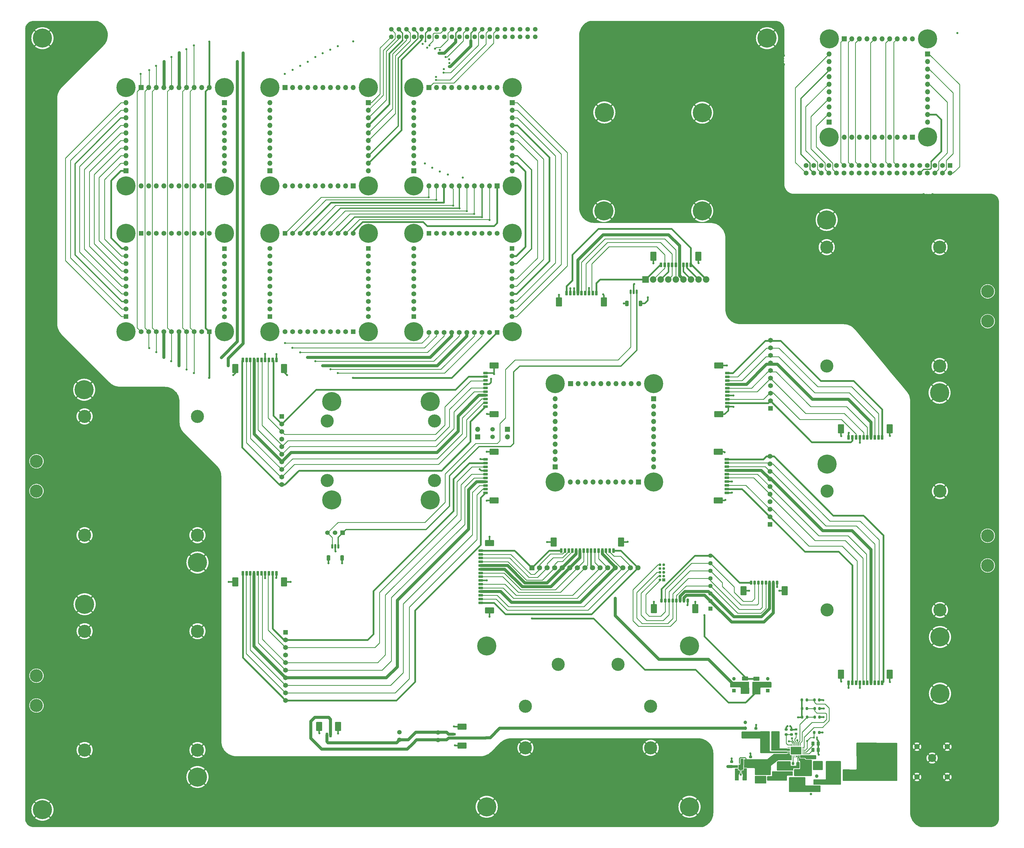
<source format=gbr>
%TF.GenerationSoftware,KiCad,Pcbnew,(7.0.0)*%
%TF.CreationDate,2023-04-25T15:07:27+02:00*%
%TF.ProjectId,EGSE,45475345-2e6b-4696-9361-645f70636258,rev?*%
%TF.SameCoordinates,Original*%
%TF.FileFunction,Copper,L1,Top*%
%TF.FilePolarity,Positive*%
%FSLAX46Y46*%
G04 Gerber Fmt 4.6, Leading zero omitted, Abs format (unit mm)*
G04 Created by KiCad (PCBNEW (7.0.0)) date 2023-04-25 15:07:27*
%MOMM*%
%LPD*%
G01*
G04 APERTURE LIST*
G04 Aperture macros list*
%AMRoundRect*
0 Rectangle with rounded corners*
0 $1 Rounding radius*
0 $2 $3 $4 $5 $6 $7 $8 $9 X,Y pos of 4 corners*
0 Add a 4 corners polygon primitive as box body*
4,1,4,$2,$3,$4,$5,$6,$7,$8,$9,$2,$3,0*
0 Add four circle primitives for the rounded corners*
1,1,$1+$1,$2,$3*
1,1,$1+$1,$4,$5*
1,1,$1+$1,$6,$7*
1,1,$1+$1,$8,$9*
0 Add four rect primitives between the rounded corners*
20,1,$1+$1,$2,$3,$4,$5,0*
20,1,$1+$1,$4,$5,$6,$7,0*
20,1,$1+$1,$6,$7,$8,$9,0*
20,1,$1+$1,$8,$9,$2,$3,0*%
G04 Aperture macros list end*
%TA.AperFunction,ComponentPad*%
%ADD10R,1.000000X1.000000*%
%TD*%
%TA.AperFunction,ComponentPad*%
%ADD11C,0.940000*%
%TD*%
%TA.AperFunction,ComponentPad*%
%ADD12C,1.000000*%
%TD*%
%TA.AperFunction,ComponentPad*%
%ADD13C,1.803400*%
%TD*%
%TA.AperFunction,ComponentPad*%
%ADD14C,2.717800*%
%TD*%
%TA.AperFunction,ComponentPad*%
%ADD15R,1.700000X1.700000*%
%TD*%
%TA.AperFunction,ComponentPad*%
%ADD16O,1.700000X1.700000*%
%TD*%
%TA.AperFunction,ComponentPad*%
%ADD17C,4.400000*%
%TD*%
%TA.AperFunction,ComponentPad*%
%ADD18R,2.175000X2.175000*%
%TD*%
%TA.AperFunction,ComponentPad*%
%ADD19C,2.175000*%
%TD*%
%TA.AperFunction,SMDPad,CuDef*%
%ADD20RoundRect,0.200000X-0.200000X-0.600000X0.200000X-0.600000X0.200000X0.600000X-0.200000X0.600000X0*%
%TD*%
%TA.AperFunction,SMDPad,CuDef*%
%ADD21RoundRect,0.250001X-0.799999X-1.249999X0.799999X-1.249999X0.799999X1.249999X-0.799999X1.249999X0*%
%TD*%
%TA.AperFunction,ComponentPad*%
%ADD22C,6.400000*%
%TD*%
%TA.AperFunction,SMDPad,CuDef*%
%ADD23RoundRect,0.218750X0.218750X0.381250X-0.218750X0.381250X-0.218750X-0.381250X0.218750X-0.381250X0*%
%TD*%
%TA.AperFunction,SMDPad,CuDef*%
%ADD24RoundRect,0.250000X0.450000X0.800000X-0.450000X0.800000X-0.450000X-0.800000X0.450000X-0.800000X0*%
%TD*%
%TA.AperFunction,ComponentPad*%
%ADD25R,1.650000X1.650000*%
%TD*%
%TA.AperFunction,ComponentPad*%
%ADD26C,1.650000*%
%TD*%
%TA.AperFunction,SMDPad,CuDef*%
%ADD27RoundRect,0.200000X0.200000X0.275000X-0.200000X0.275000X-0.200000X-0.275000X0.200000X-0.275000X0*%
%TD*%
%TA.AperFunction,ComponentPad*%
%ADD28R,1.200000X1.200000*%
%TD*%
%TA.AperFunction,ComponentPad*%
%ADD29C,1.200000*%
%TD*%
%TA.AperFunction,SMDPad,CuDef*%
%ADD30RoundRect,0.225000X0.250000X-0.225000X0.250000X0.225000X-0.250000X0.225000X-0.250000X-0.225000X0*%
%TD*%
%TA.AperFunction,SMDPad,CuDef*%
%ADD31RoundRect,0.200000X0.600000X-0.200000X0.600000X0.200000X-0.600000X0.200000X-0.600000X-0.200000X0*%
%TD*%
%TA.AperFunction,SMDPad,CuDef*%
%ADD32RoundRect,0.250001X1.249999X-0.799999X1.249999X0.799999X-1.249999X0.799999X-1.249999X-0.799999X0*%
%TD*%
%TA.AperFunction,SMDPad,CuDef*%
%ADD33RoundRect,0.250000X-0.450000X0.262500X-0.450000X-0.262500X0.450000X-0.262500X0.450000X0.262500X0*%
%TD*%
%TA.AperFunction,SMDPad,CuDef*%
%ADD34RoundRect,0.200000X0.200000X0.600000X-0.200000X0.600000X-0.200000X-0.600000X0.200000X-0.600000X0*%
%TD*%
%TA.AperFunction,SMDPad,CuDef*%
%ADD35RoundRect,0.250001X0.799999X1.249999X-0.799999X1.249999X-0.799999X-1.249999X0.799999X-1.249999X0*%
%TD*%
%TA.AperFunction,SMDPad,CuDef*%
%ADD36RoundRect,0.250000X-0.800000X0.450000X-0.800000X-0.450000X0.800000X-0.450000X0.800000X0.450000X0*%
%TD*%
%TA.AperFunction,SMDPad,CuDef*%
%ADD37RoundRect,0.200000X0.275000X-0.200000X0.275000X0.200000X-0.275000X0.200000X-0.275000X-0.200000X0*%
%TD*%
%TA.AperFunction,ComponentPad*%
%ADD38C,1.500000*%
%TD*%
%TA.AperFunction,SMDPad,CuDef*%
%ADD39RoundRect,0.062500X0.062500X-0.350000X0.062500X0.350000X-0.062500X0.350000X-0.062500X-0.350000X0*%
%TD*%
%TA.AperFunction,SMDPad,CuDef*%
%ADD40RoundRect,0.062500X0.350000X-0.062500X0.350000X0.062500X-0.350000X0.062500X-0.350000X-0.062500X0*%
%TD*%
%TA.AperFunction,SMDPad,CuDef*%
%ADD41R,1.600000X1.600000*%
%TD*%
%TA.AperFunction,SMDPad,CuDef*%
%ADD42RoundRect,0.225000X-0.250000X0.225000X-0.250000X-0.225000X0.250000X-0.225000X0.250000X0.225000X0*%
%TD*%
%TA.AperFunction,SMDPad,CuDef*%
%ADD43RoundRect,0.200000X-0.600000X0.200000X-0.600000X-0.200000X0.600000X-0.200000X0.600000X0.200000X0*%
%TD*%
%TA.AperFunction,SMDPad,CuDef*%
%ADD44RoundRect,0.250001X-1.249999X0.799999X-1.249999X-0.799999X1.249999X-0.799999X1.249999X0.799999X0*%
%TD*%
%TA.AperFunction,SMDPad,CuDef*%
%ADD45R,0.900000X0.650000*%
%TD*%
%TA.AperFunction,ComponentPad*%
%ADD46R,1.447800X1.447800*%
%TD*%
%TA.AperFunction,ComponentPad*%
%ADD47C,1.447800*%
%TD*%
%TA.AperFunction,SMDPad,CuDef*%
%ADD48RoundRect,0.200000X-0.275000X0.200000X-0.275000X-0.200000X0.275000X-0.200000X0.275000X0.200000X0*%
%TD*%
%TA.AperFunction,SMDPad,CuDef*%
%ADD49RoundRect,0.200000X-0.200000X-0.450000X0.200000X-0.450000X0.200000X0.450000X-0.200000X0.450000X0*%
%TD*%
%TA.AperFunction,SMDPad,CuDef*%
%ADD50R,0.610000X1.270000*%
%TD*%
%TA.AperFunction,SMDPad,CuDef*%
%ADD51R,3.910000X3.810000*%
%TD*%
%TA.AperFunction,SMDPad,CuDef*%
%ADD52R,0.610000X1.020000*%
%TD*%
%TA.AperFunction,ComponentPad*%
%ADD53C,1.501000*%
%TD*%
%TA.AperFunction,SMDPad,CuDef*%
%ADD54RoundRect,0.062500X0.062500X-0.362500X0.062500X0.362500X-0.062500X0.362500X-0.062500X-0.362500X0*%
%TD*%
%TA.AperFunction,SMDPad,CuDef*%
%ADD55RoundRect,0.062500X0.362500X-0.062500X0.362500X0.062500X-0.362500X0.062500X-0.362500X-0.062500X0*%
%TD*%
%TA.AperFunction,SMDPad,CuDef*%
%ADD56R,3.650000X2.650000*%
%TD*%
%TA.AperFunction,SMDPad,CuDef*%
%ADD57RoundRect,0.135000X-0.135000X-0.185000X0.135000X-0.185000X0.135000X0.185000X-0.135000X0.185000X0*%
%TD*%
%TA.AperFunction,SMDPad,CuDef*%
%ADD58RoundRect,0.250000X-0.262500X-0.450000X0.262500X-0.450000X0.262500X0.450000X-0.262500X0.450000X0*%
%TD*%
%TA.AperFunction,SMDPad,CuDef*%
%ADD59R,1.180000X4.400000*%
%TD*%
%TA.AperFunction,SMDPad,CuDef*%
%ADD60RoundRect,0.225000X0.225000X0.250000X-0.225000X0.250000X-0.225000X-0.250000X0.225000X-0.250000X0*%
%TD*%
%TA.AperFunction,ComponentPad*%
%ADD61C,1.550000*%
%TD*%
%TA.AperFunction,SMDPad,CuDef*%
%ADD62RoundRect,0.250000X-0.650000X0.325000X-0.650000X-0.325000X0.650000X-0.325000X0.650000X0.325000X0*%
%TD*%
%TA.AperFunction,SMDPad,CuDef*%
%ADD63RoundRect,0.200000X-0.200000X-0.275000X0.200000X-0.275000X0.200000X0.275000X-0.200000X0.275000X0*%
%TD*%
%TA.AperFunction,ComponentPad*%
%ADD64R,1.530000X1.530000*%
%TD*%
%TA.AperFunction,ComponentPad*%
%ADD65C,1.530000*%
%TD*%
%TA.AperFunction,ComponentPad*%
%ADD66R,1.725000X1.725000*%
%TD*%
%TA.AperFunction,ComponentPad*%
%ADD67C,1.725000*%
%TD*%
%TA.AperFunction,SMDPad,CuDef*%
%ADD68R,1.070000X1.680000*%
%TD*%
%TA.AperFunction,SMDPad,CuDef*%
%ADD69RoundRect,0.150000X0.150000X0.600000X-0.150000X0.600000X-0.150000X-0.600000X0.150000X-0.600000X0*%
%TD*%
%TA.AperFunction,SMDPad,CuDef*%
%ADD70RoundRect,0.250000X0.350000X0.650000X-0.350000X0.650000X-0.350000X-0.650000X0.350000X-0.650000X0*%
%TD*%
%TA.AperFunction,ViaPad*%
%ADD71C,0.700000*%
%TD*%
%TA.AperFunction,ViaPad*%
%ADD72C,0.800000*%
%TD*%
%TA.AperFunction,Conductor*%
%ADD73C,0.300000*%
%TD*%
%TA.AperFunction,Conductor*%
%ADD74C,0.500000*%
%TD*%
%TA.AperFunction,Conductor*%
%ADD75C,0.250000*%
%TD*%
%TA.AperFunction,Conductor*%
%ADD76C,0.600000*%
%TD*%
%TA.AperFunction,Conductor*%
%ADD77C,1.000000*%
%TD*%
%TA.AperFunction,Conductor*%
%ADD78C,0.400000*%
%TD*%
%TA.AperFunction,Conductor*%
%ADD79C,0.200000*%
%TD*%
G04 APERTURE END LIST*
D10*
%TO.P,J25,1,1*%
%TO.N,VCC*%
X347336750Y-240794599D03*
D11*
%TO.P,J25,2,2*%
%TO.N,SWDIO*%
X346066751Y-240794600D03*
%TO.P,J25,3,3*%
%TO.N,GND*%
X347336751Y-239524600D03*
%TO.P,J25,4,4*%
%TO.N,SWCLK*%
X346066751Y-239524600D03*
D12*
%TO.P,J25,5,5*%
%TO.N,GND*%
X347336751Y-238254600D03*
D11*
%TO.P,J25,6,6*%
%TO.N,/SWO*%
X346066751Y-238254600D03*
%TO.P,J25,7,7*%
%TO.N,unconnected-(J25-Pad7)*%
X347336751Y-236984600D03*
%TO.P,J25,8,8*%
%TO.N,unconnected-(J25-Pad8)*%
X346066751Y-236984600D03*
%TO.P,J25,9,9*%
%TO.N,unconnected-(J25-Pad9)*%
X347336751Y-235714600D03*
%TO.P,J25,10,10*%
%TO.N,NRST*%
X346066751Y-235714600D03*
%TD*%
D13*
%TO.P,J55,5,5*%
%TO.N,GND*%
X432300000Y-306986800D03*
%TO.P,J55,4,4*%
X432300000Y-296826800D03*
%TO.P,J55,3,3*%
X442460000Y-296826800D03*
%TO.P,J55,2,2*%
X442460000Y-306986800D03*
D14*
%TO.P,J55,1,1*%
X437380000Y-300636800D03*
%TD*%
D15*
%TO.P,J11,1,Pin_1*%
%TO.N,SDA1*%
X268579999Y-75564999D03*
D16*
%TO.P,J11,2,Pin_2*%
%TO.N,SCL1*%
X271119999Y-75564999D03*
%TO.P,J11,3,Pin_3*%
%TO.N,UART_RX*%
X273659999Y-75564999D03*
%TO.P,J11,4,Pin_4*%
%TO.N,KILLSWITCH+*%
X276199999Y-75564999D03*
%TO.P,J11,5,Pin_5*%
%TO.N,PFO*%
X278739999Y-75564999D03*
%TO.P,J11,6,Pin_6*%
%TO.N,BATT-*%
X281279999Y-75564999D03*
%TO.P,J11,7,Pin_7*%
%TO.N,NC*%
X283819999Y-75564999D03*
%TO.P,J11,8,Pin_8*%
%TO.N,UART_TX*%
X286359999Y-75564999D03*
%TO.P,J11,9,Pin_9*%
%TO.N,GND*%
X288899999Y-75564999D03*
%TO.P,J11,10,Pin_10*%
%TO.N,3V3_PERM*%
X291439999Y-75564999D03*
%TD*%
D17*
%TO.P,H21,1,1*%
%TO.N,GND*%
X402154000Y-250942000D03*
%TD*%
D18*
%TO.P,J62,1,1*%
%TO.N,BURNCOMMS*%
X341299999Y-139999999D03*
D19*
%TO.P,J62,2,2*%
%TO.N,/PHT6*%
X343840000Y-140000000D03*
%TO.P,J62,3,3*%
%TO.N,GND*%
X346380000Y-140000000D03*
%TO.P,J62,4,4*%
%TO.N,SCL3*%
X348920000Y-140000000D03*
%TO.P,J62,5,5*%
%TO.N,SDA3*%
X351460000Y-140000000D03*
%TO.P,J62,6,6*%
%TO.N,3V3_PERM*%
X354000000Y-140000000D03*
%TO.P,J62,7,7*%
%TO.N,GND*%
X356540000Y-140000000D03*
%TO.P,J62,8,8*%
X359080000Y-140000000D03*
%TO.P,J62,9,9*%
%TO.N,SOLAR_Y*%
X361620000Y-140000000D03*
%TD*%
D20*
%TO.P,J34,1,Pin_1*%
%TO.N,SOLAR_X*%
X206200000Y-238600000D03*
%TO.P,J34,2,Pin_2*%
%TO.N,/MAG-X*%
X207450000Y-238600000D03*
%TO.P,J34,3,Pin_3*%
%TO.N,/VCC_MAG*%
X208700000Y-238600000D03*
%TO.P,J34,4,Pin_4*%
%TO.N,3V3_PERM*%
X209950000Y-238600000D03*
%TO.P,J34,5,Pin_5*%
%TO.N,SDA3*%
X211200000Y-238600000D03*
%TO.P,J34,6,Pin_6*%
%TO.N,SCL3*%
X212450000Y-238600000D03*
%TO.P,J34,7,Pin_7*%
%TO.N,GND*%
X213700000Y-238600000D03*
%TO.P,J34,8,Pin_8*%
%TO.N,/PHT1*%
X214950000Y-238600000D03*
%TO.P,J34,9,Pin_9*%
%TO.N,BURNCOMMS*%
X216200000Y-238600000D03*
%TO.P,J34,10,Pin_10*%
%TO.N,GND*%
X217450000Y-238600000D03*
D21*
%TO.P,J34,MP,MountPin*%
X203650000Y-241500000D03*
X220000000Y-241500000D03*
%TD*%
D22*
%TO.P,H42,1,1*%
%TO.N,GND*%
X296520000Y-124521367D03*
%TD*%
D23*
%TO.P,L2,1,1*%
%TO.N,Net-(IC1-LX1_1)*%
X374238602Y-307516878D03*
%TO.P,L2,2,2*%
%TO.N,Net-(IC1-LX2_1)*%
X372113602Y-307516878D03*
%TD*%
D17*
%TO.P,H63,1,1*%
%TO.N,GND*%
X270516234Y-187500000D03*
%TD*%
D24*
%TO.P,D3,1,1*%
%TO.N,/VIN*%
X402767707Y-303128731D03*
%TO.P,D3,2,2*%
%TO.N,GND*%
X398367707Y-303128731D03*
%TD*%
D17*
%TO.P,H65,1,1*%
%TO.N,GND*%
X270516234Y-207500000D03*
%TD*%
D25*
%TO.P,J14,1,1*%
%TO.N,CHRG*%
X220319999Y-124521366D03*
D26*
%TO.P,J14,2,2*%
%TO.N,FAULT*%
X222860000Y-124521367D03*
%TO.P,J14,3,3*%
%TO.N,VCC_UMBILICAL*%
X225400000Y-124521367D03*
%TO.P,J14,4,4*%
%TO.N,SEL_PH0*%
X227940000Y-124521367D03*
%TO.P,J14,5,5*%
%TO.N,P{slash}L_POWER*%
X230480000Y-124521367D03*
%TO.P,J14,6,6*%
%TO.N,ADC_PH*%
X233020000Y-124521367D03*
%TO.P,J14,7,7*%
%TO.N,RST_DRIVERS*%
X235560000Y-124521367D03*
%TO.P,J14,8,8*%
%TO.N,ADCS_POWER*%
X238100000Y-124521367D03*
%TO.P,J14,9,9*%
%TO.N,STM32_PB0*%
X240640000Y-124521367D03*
%TO.P,J14,10,10*%
%TO.N,SOLAR_Z*%
X243180000Y-124521367D03*
%TD*%
D27*
%TO.P,RFG1,1,1*%
%TO.N,GND*%
X399631787Y-286925478D03*
%TO.P,RFG1,2,2*%
%TO.N,/F0*%
X397981787Y-286925478D03*
%TD*%
D15*
%TO.P,J60,1,Pin_1*%
%TO.N,SOLAR_Z*%
X430783999Y-92201999D03*
D16*
%TO.P,J60,2,Pin_2*%
%TO.N,STM32_PB0*%
X428243999Y-92201999D03*
%TO.P,J60,3,Pin_3*%
%TO.N,ADCS_POWER*%
X425703999Y-92201999D03*
%TO.P,J60,4,Pin_4*%
%TO.N,RST_DRIVERS*%
X423163999Y-92201999D03*
%TO.P,J60,5,Pin_5*%
%TO.N,ADC_PH*%
X420623999Y-92201999D03*
%TO.P,J60,6,Pin_6*%
%TO.N,P{slash}L_POWER*%
X418083999Y-92201999D03*
%TO.P,J60,7,Pin_7*%
%TO.N,SEL_PH0*%
X415543999Y-92201999D03*
%TO.P,J60,8,Pin_8*%
%TO.N,VCC_UMBILICAL*%
X413003999Y-92201999D03*
%TO.P,J60,9,Pin_9*%
%TO.N,FAULT*%
X410463999Y-92201999D03*
%TO.P,J60,10,Pin_10*%
%TO.N,CHRG*%
X407923999Y-92201999D03*
%TD*%
D22*
%TO.P,H16,1,1*%
%TO.N,GND*%
X435809040Y-92133246D03*
%TD*%
D20*
%TO.P,J49,1,Pin_1*%
%TO.N,SOLAR_Z*%
X206200000Y-167000000D03*
%TO.P,J49,2,Pin_2*%
%TO.N,/MAG+Z*%
X207450000Y-167000000D03*
%TO.P,J49,3,Pin_3*%
%TO.N,/VCC_MAG*%
X208700000Y-167000000D03*
%TO.P,J49,4,Pin_4*%
%TO.N,3V3_PERM*%
X209950000Y-167000000D03*
%TO.P,J49,5,Pin_5*%
%TO.N,SDA3*%
X211200000Y-167000000D03*
%TO.P,J49,6,Pin_6*%
%TO.N,SCL3*%
X212450000Y-167000000D03*
%TO.P,J49,7,Pin_7*%
%TO.N,GND*%
X213700000Y-167000000D03*
%TO.P,J49,8,Pin_8*%
%TO.N,/PHT4*%
X214950000Y-167000000D03*
%TO.P,J49,9,Pin_9*%
%TO.N,BURNCOMMS*%
X216200000Y-167000000D03*
%TO.P,J49,10,Pin_10*%
%TO.N,GND*%
X217450000Y-167000000D03*
D21*
%TO.P,J49,MP,MountPin*%
X203650000Y-169900000D03*
X220000000Y-169900000D03*
%TD*%
D15*
%TO.P,J12,1,Pin_1*%
%TO.N,STM32_PA15*%
X296519999Y-80644999D03*
D16*
%TO.P,J12,2,Pin_2*%
%TO.N,STM32_PB3*%
X296519999Y-83184999D03*
%TO.P,J12,3,Pin_3*%
%TO.N,BATT_NTC*%
X296519999Y-85724999D03*
%TO.P,J12,4,Pin_4*%
%TO.N,SOLAR_Y*%
X296519999Y-88264999D03*
%TO.P,J12,5,Pin_5*%
%TO.N,SEL_PH2*%
X296519999Y-90804999D03*
%TO.P,J12,6,Pin_6*%
%TO.N,SEL_PH1*%
X296519999Y-93344999D03*
%TO.P,J12,7,Pin_7*%
%TO.N,GND*%
X296519999Y-95884999D03*
%TO.P,J12,8,Pin_8*%
%TO.N,HEATER_PWR*%
X296519999Y-98424999D03*
%TO.P,J12,9,Pin_9*%
%TO.N,BURNCOMMS*%
X296519999Y-100964999D03*
%TO.P,J12,10,Pin_10*%
%TO.N,GND*%
X296519999Y-103504999D03*
%TD*%
D25*
%TO.P,J18,1,1*%
%TO.N,GND*%
X199999999Y-129667160D03*
D26*
%TO.P,J18,2,2*%
%TO.N,BURNCOMMS*%
X200000000Y-132207161D03*
%TO.P,J18,3,3*%
%TO.N,HEATER_PWR*%
X200000000Y-134747161D03*
%TO.P,J18,4,4*%
%TO.N,GND*%
X200000000Y-137287161D03*
%TO.P,J18,5,5*%
%TO.N,SEL_PH1*%
X200000000Y-139827161D03*
%TO.P,J18,6,6*%
%TO.N,SEL_PH2*%
X200000000Y-142367161D03*
%TO.P,J18,7,7*%
%TO.N,SOLAR_Y*%
X200000000Y-144907161D03*
%TO.P,J18,8,8*%
%TO.N,BATT_NTC*%
X200000000Y-147447161D03*
%TO.P,J18,9,9*%
%TO.N,STM32_PB3*%
X200000000Y-149987161D03*
%TO.P,J18,10,10*%
%TO.N,STM32_PA15*%
X200000000Y-152527161D03*
%TD*%
D25*
%TO.P,J23,1,1*%
%TO.N,GND*%
X296512876Y-129578911D03*
D26*
%TO.P,J23,2,2*%
%TO.N,BURNCOMMS*%
X296512877Y-132118912D03*
%TO.P,J23,3,3*%
%TO.N,HEATER_PWR*%
X296512877Y-134658912D03*
%TO.P,J23,4,4*%
%TO.N,GND*%
X296512877Y-137198912D03*
%TO.P,J23,5,5*%
%TO.N,SEL_PH1*%
X296512877Y-139738912D03*
%TO.P,J23,6,6*%
%TO.N,SEL_PH2*%
X296512877Y-142278912D03*
%TO.P,J23,7,7*%
%TO.N,SOLAR_Y*%
X296512877Y-144818912D03*
%TO.P,J23,8,8*%
%TO.N,BATT_NTC*%
X296512877Y-147358912D03*
%TO.P,J23,9,9*%
%TO.N,STM32_PB3*%
X296512877Y-149898912D03*
%TO.P,J23,10,10*%
%TO.N,STM32_PA15*%
X296512877Y-152438912D03*
%TD*%
D28*
%TO.P,J69,1,1*%
%TO.N,/3V3_EGSE*%
X370876101Y-278016877D03*
D29*
%TO.P,J69,2,2*%
%TO.N,3V3_PERM*%
X370876102Y-276016878D03*
%TO.P,J69,3,3*%
%TO.N,unconnected-(J69-Pad3)*%
X370876102Y-274016878D03*
%TD*%
D30*
%TO.P,C2,1,1*%
%TO.N,Net-(U1-BAT)*%
X378296148Y-292268887D03*
%TO.P,C2,2,2*%
%TO.N,GND*%
X378296148Y-290718887D03*
%TD*%
D25*
%TO.P,J43,1,1*%
%TO.N,GND*%
X382999999Y-222239999D03*
D26*
%TO.P,J43,2,2*%
%TO.N,BURNCOMMS*%
X383000000Y-219700000D03*
%TO.P,J43,3,3*%
%TO.N,/PHT2*%
X383000000Y-217160000D03*
%TO.P,J43,4,4*%
%TO.N,GND*%
X383000000Y-214620000D03*
%TO.P,J43,5,5*%
%TO.N,SCL3*%
X383000000Y-212080000D03*
%TO.P,J43,6,6*%
%TO.N,SDA3*%
X383000000Y-209540000D03*
%TO.P,J43,7,7*%
%TO.N,3V3_PERM*%
X383000000Y-207000000D03*
%TO.P,J43,8,8*%
%TO.N,/VCC_MAG*%
X383000000Y-204460000D03*
%TO.P,J43,9,9*%
%TO.N,/MAG+X*%
X383000000Y-201920000D03*
%TO.P,J43,10,10*%
%TO.N,SOLAR_X*%
X383000000Y-199380000D03*
%TD*%
D28*
%TO.P,J70,1,1*%
%TO.N,/3V3_EGSE*%
X382206328Y-277999999D03*
D29*
%TO.P,J70,2,2*%
%TO.N,VCC_UMBILICAL*%
X382206329Y-276000000D03*
%TO.P,J70,3,3*%
%TO.N,unconnected-(J70-Pad3)*%
X382206329Y-274000000D03*
%TD*%
D25*
%TO.P,J16,1,1*%
%TO.N,GND*%
X248259999Y-129601366D03*
D26*
%TO.P,J16,2,2*%
%TO.N,BURNCOMMS*%
X248260000Y-132141367D03*
%TO.P,J16,3,3*%
%TO.N,HEATER_PWR*%
X248260000Y-134681367D03*
%TO.P,J16,4,4*%
%TO.N,GND*%
X248260000Y-137221367D03*
%TO.P,J16,5,5*%
%TO.N,SEL_PH1*%
X248260000Y-139761367D03*
%TO.P,J16,6,6*%
%TO.N,SEL_PH2*%
X248260000Y-142301367D03*
%TO.P,J16,7,7*%
%TO.N,SOLAR_Y*%
X248260000Y-144841367D03*
%TO.P,J16,8,8*%
%TO.N,BATT_NTC*%
X248260000Y-147381367D03*
%TO.P,J16,9,9*%
%TO.N,STM32_PB3*%
X248260000Y-149921367D03*
%TO.P,J16,10,10*%
%TO.N,STM32_PA15*%
X248260000Y-152461367D03*
%TD*%
D31*
%TO.P,J46,1,Pin_1*%
%TO.N,SOLAR_X*%
X287600000Y-211625000D03*
%TO.P,J46,2,Pin_2*%
%TO.N,/MAG-X*%
X287600000Y-210375000D03*
%TO.P,J46,3,Pin_3*%
%TO.N,/VCC_MAG*%
X287600000Y-209125000D03*
%TO.P,J46,4,Pin_4*%
%TO.N,3V3_PERM*%
X287600000Y-207875000D03*
%TO.P,J46,5,Pin_5*%
%TO.N,SDA3*%
X287600000Y-206625000D03*
%TO.P,J46,6,Pin_6*%
%TO.N,SCL3*%
X287600000Y-205375000D03*
%TO.P,J46,7,Pin_7*%
%TO.N,GND*%
X287600000Y-204125000D03*
%TO.P,J46,8,Pin_8*%
%TO.N,/PHT1*%
X287600000Y-202875000D03*
%TO.P,J46,9,Pin_9*%
%TO.N,BURNCOMMS*%
X287600000Y-201625000D03*
%TO.P,J46,10,Pin_10*%
%TO.N,GND*%
X287600000Y-200375000D03*
D32*
%TO.P,J46,MP,MountPin*%
X290500000Y-214175000D03*
X290500000Y-197825000D03*
%TD*%
D22*
%TO.P,H73,1,1*%
%TO.N,GND*%
X402000000Y-120000000D03*
%TD*%
D33*
%TO.P,R1,1,1*%
%TO.N,Net-(U1-CLN)*%
X396053214Y-300299488D03*
%TO.P,R1,2,2*%
%TO.N,Net-(U1-VIN)*%
X396053214Y-302124488D03*
%TD*%
D15*
%TO.P,J7,1,Pin_1*%
%TO.N,SDA1*%
X220319999Y-75564999D03*
D16*
%TO.P,J7,2,Pin_2*%
%TO.N,SCL1*%
X222859999Y-75564999D03*
%TO.P,J7,3,Pin_3*%
%TO.N,UART_RX*%
X225399999Y-75564999D03*
%TO.P,J7,4,Pin_4*%
%TO.N,KILLSWITCH+*%
X227939999Y-75564999D03*
%TO.P,J7,5,Pin_5*%
%TO.N,PFO*%
X230479999Y-75564999D03*
%TO.P,J7,6,Pin_6*%
%TO.N,BATT-*%
X233019999Y-75564999D03*
%TO.P,J7,7,Pin_7*%
%TO.N,NC*%
X235559999Y-75564999D03*
%TO.P,J7,8,Pin_8*%
%TO.N,UART_TX*%
X238099999Y-75564999D03*
%TO.P,J7,9,Pin_9*%
%TO.N,GND*%
X240639999Y-75564999D03*
%TO.P,J7,10,Pin_10*%
%TO.N,3V3_PERM*%
X243179999Y-75564999D03*
%TD*%
D15*
%TO.P,J2,1,Pin_1*%
%TO.N,SOLAR_X*%
X166979999Y-103504999D03*
D16*
%TO.P,J2,2,Pin_2*%
%TO.N,CHRGOFF*%
X166979999Y-100964999D03*
%TO.P,J2,3,Pin_3*%
%TO.N,CLPROG*%
X166979999Y-98424999D03*
%TO.P,J2,4,Pin_4*%
%TO.N,SDA3*%
X166979999Y-95884999D03*
%TO.P,J2,5,Pin_5*%
%TO.N,NRST*%
X166979999Y-93344999D03*
%TO.P,J2,6,Pin_6*%
%TO.N,SWDIO*%
X166979999Y-90804999D03*
%TO.P,J2,7,Pin_7*%
%TO.N,SWCLK*%
X166979999Y-88264999D03*
%TO.P,J2,8,Pin_8*%
%TO.N,DAC_PL*%
X166979999Y-85724999D03*
%TO.P,J2,9,Pin_9*%
%TO.N,ADC_PL*%
X166979999Y-83184999D03*
%TO.P,J2,10,Pin_10*%
%TO.N,SCL3*%
X166979999Y-80644999D03*
%TD*%
D34*
%TO.P,J47,1,Pin_1*%
%TO.N,SOLAR_X*%
X420625000Y-275400000D03*
%TO.P,J47,2,Pin_2*%
%TO.N,/MAG+X*%
X419375000Y-275400000D03*
%TO.P,J47,3,Pin_3*%
%TO.N,/VCC_MAG*%
X418125000Y-275400000D03*
%TO.P,J47,4,Pin_4*%
%TO.N,3V3_PERM*%
X416875000Y-275400000D03*
%TO.P,J47,5,Pin_5*%
%TO.N,SDA3*%
X415625000Y-275400000D03*
%TO.P,J47,6,Pin_6*%
%TO.N,SCL3*%
X414375000Y-275400000D03*
%TO.P,J47,7,Pin_7*%
%TO.N,GND*%
X413125000Y-275400000D03*
%TO.P,J47,8,Pin_8*%
%TO.N,/PHT2*%
X411875000Y-275400000D03*
%TO.P,J47,9,Pin_9*%
%TO.N,BURNCOMMS*%
X410625000Y-275400000D03*
%TO.P,J47,10,Pin_10*%
%TO.N,GND*%
X409375000Y-275400000D03*
D35*
%TO.P,J47,MP,MountPin*%
X423175000Y-272500000D03*
X406825000Y-272500000D03*
%TD*%
D25*
%TO.P,J26,1,1*%
%TO.N,SCL3*%
X263522881Y-152434356D03*
D26*
%TO.P,J26,2,2*%
%TO.N,ADC_PL*%
X263522882Y-149894357D03*
%TO.P,J26,3,3*%
%TO.N,DAC_PL*%
X263522882Y-147354357D03*
%TO.P,J26,4,4*%
%TO.N,SWCLK*%
X263522882Y-144814357D03*
%TO.P,J26,5,5*%
%TO.N,SWDIO*%
X263522882Y-142274357D03*
%TO.P,J26,6,6*%
%TO.N,NRST*%
X263522882Y-139734357D03*
%TO.P,J26,7,7*%
%TO.N,SDA3*%
X263522882Y-137194357D03*
%TO.P,J26,8,8*%
%TO.N,CLPROG*%
X263522882Y-134654357D03*
%TO.P,J26,9,9*%
%TO.N,CHRGOFF*%
X263522882Y-132114357D03*
%TO.P,J26,10,10*%
%TO.N,SOLAR_X*%
X263522882Y-129574357D03*
%TD*%
D17*
%TO.P,H53,1,1*%
%TO.N,GND*%
X301000000Y-297220000D03*
%TD*%
D36*
%TO.P,D1,1,1*%
%TO.N,VCC*%
X374600102Y-273966878D03*
%TO.P,D1,2,2*%
%TO.N,3V3_PERM*%
X374600102Y-278366878D03*
%TD*%
D22*
%TO.P,H5,1,1*%
%TO.N,GND*%
X215240000Y-75565000D03*
%TD*%
%TO.P,H81,1,1*%
%TO.N,GND*%
X139000000Y-318000000D03*
%TD*%
D17*
%TO.P,H27,1,1*%
%TO.N,GND*%
X153139939Y-225842682D03*
%TD*%
D15*
%TO.P,J10,1,Pin_1*%
%TO.N,SOLAR_Z*%
X291439999Y-108584999D03*
D16*
%TO.P,J10,2,Pin_2*%
%TO.N,STM32_PB0*%
X288899999Y-108584999D03*
%TO.P,J10,3,Pin_3*%
%TO.N,ADCS_POWER*%
X286359999Y-108584999D03*
%TO.P,J10,4,Pin_4*%
%TO.N,RST_DRIVERS*%
X283819999Y-108584999D03*
%TO.P,J10,5,Pin_5*%
%TO.N,ADC_PH*%
X281279999Y-108584999D03*
%TO.P,J10,6,Pin_6*%
%TO.N,P{slash}L_POWER*%
X278739999Y-108584999D03*
%TO.P,J10,7,Pin_7*%
%TO.N,SEL_PH0*%
X276199999Y-108584999D03*
%TO.P,J10,8,Pin_8*%
%TO.N,VCC_UMBILICAL*%
X273659999Y-108584999D03*
%TO.P,J10,9,Pin_9*%
%TO.N,FAULT*%
X271119999Y-108584999D03*
%TO.P,J10,10,Pin_10*%
%TO.N,CHRG*%
X268579999Y-108584999D03*
%TD*%
D22*
%TO.P,H33,1,1*%
%TO.N,GND*%
X166980000Y-124521367D03*
%TD*%
%TO.P,H56,1,1*%
%TO.N,GND*%
X269016234Y-181000000D03*
%TD*%
D17*
%TO.P,H64,1,1*%
%TO.N,GND*%
X234516234Y-207500000D03*
%TD*%
D34*
%TO.P,J40,1,Pin_1*%
%TO.N,BATT+*%
X235625000Y-292900000D03*
%TO.P,J40,2,Pin_2*%
%TO.N,BATT-*%
X234375000Y-292900000D03*
D35*
%TO.P,J40,MP,MountPin*%
%TO.N,GND*%
X238175000Y-290000000D03*
X231825000Y-290000000D03*
%TD*%
D25*
%TO.P,J44,1,1*%
%TO.N,GND*%
X383134987Y-183291773D03*
D26*
%TO.P,J44,2,2*%
%TO.N,BURNCOMMS*%
X383134988Y-180751774D03*
%TO.P,J44,3,3*%
%TO.N,/PHT3*%
X383134988Y-178211774D03*
%TO.P,J44,4,4*%
%TO.N,GND*%
X383134988Y-175671774D03*
%TO.P,J44,5,5*%
%TO.N,SCL3*%
X383134988Y-173131774D03*
%TO.P,J44,6,6*%
%TO.N,SDA3*%
X383134988Y-170591774D03*
%TO.P,J44,7,7*%
%TO.N,3V3_PERM*%
X383134988Y-168051774D03*
%TO.P,J44,8,8*%
%TO.N,/VCC_MAG*%
X383134988Y-165511774D03*
%TO.P,J44,9,9*%
%TO.N,/MAG-Z*%
X383134988Y-162971774D03*
%TO.P,J44,10,10*%
%TO.N,SOLAR_Z*%
X383134988Y-160431774D03*
%TD*%
D22*
%TO.P,H37,1,1*%
%TO.N,GND*%
X215240000Y-124521367D03*
%TD*%
%TO.P,H40,1,1*%
%TO.N,GND*%
X248260000Y-124521367D03*
%TD*%
D37*
%TO.P,RPF1,1,1*%
%TO.N,Net-(U1-PFI)*%
X388406384Y-292717165D03*
%TO.P,RPF1,2,2*%
%TO.N,GND*%
X388406384Y-291067165D03*
%TD*%
D15*
%TO.P,J29,1,Pin_1*%
%TO.N,SOLAR_X*%
X402843999Y-87121999D03*
D16*
%TO.P,J29,2,Pin_2*%
%TO.N,CHRGOFF*%
X402843999Y-84581999D03*
%TO.P,J29,3,Pin_3*%
%TO.N,CLPROG*%
X402843999Y-82041999D03*
%TO.P,J29,4,Pin_4*%
%TO.N,SDA3*%
X402843999Y-79501999D03*
%TO.P,J29,5,Pin_5*%
%TO.N,NRST*%
X402843999Y-76961999D03*
%TO.P,J29,6,Pin_6*%
%TO.N,SWDIO*%
X402843999Y-74421999D03*
%TO.P,J29,7,Pin_7*%
%TO.N,SWCLK*%
X402843999Y-71881999D03*
%TO.P,J29,8,Pin_8*%
%TO.N,DAC_PL*%
X402843999Y-69341999D03*
%TO.P,J29,9,Pin_9*%
%TO.N,ADC_PL*%
X402843999Y-66801999D03*
%TO.P,J29,10,Pin_10*%
%TO.N,SCL3*%
X402843999Y-64261999D03*
%TD*%
D38*
%TO.P,J72,1,Pin_1*%
%TO.N,/VIN*%
X405750000Y-302750000D03*
%TD*%
D31*
%TO.P,J51,1,Pin_1*%
%TO.N,SOLAR_Y*%
X286000000Y-248500000D03*
%TO.P,J51,2,Pin_2*%
%TO.N,/MAG-Y*%
X286000000Y-247250000D03*
%TO.P,J51,3,Pin_3*%
%TO.N,/VCC_MAG*%
X286000000Y-246000000D03*
%TO.P,J51,4,Pin_4*%
%TO.N,3V3_PERM*%
X286000000Y-244750000D03*
%TO.P,J51,5,Pin_5*%
%TO.N,SDA3*%
X286000000Y-243500000D03*
%TO.P,J51,6,Pin_6*%
%TO.N,SCL3*%
X286000000Y-242250000D03*
%TO.P,J51,7,Pin_7*%
%TO.N,GND*%
X286000000Y-241000000D03*
%TO.P,J51,8,Pin_8*%
%TO.N,/PHT5*%
X286000000Y-239750000D03*
%TO.P,J51,9,Pin_9*%
%TO.N,STM32_PB3*%
X286000000Y-238500000D03*
%TO.P,J51,10,Pin_10*%
%TO.N,BATT-*%
X286000000Y-237250000D03*
%TO.P,J51,11,Pin_11*%
%TO.N,KILLSWITCH+*%
X286000000Y-236000000D03*
%TO.P,J51,12,Pin_12*%
%TO.N,NRST*%
X286000000Y-234750000D03*
%TO.P,J51,13,Pin_13*%
%TO.N,SWCLK*%
X286000000Y-233500000D03*
%TO.P,J51,14,Pin_14*%
%TO.N,SWDIO*%
X286000000Y-232250000D03*
%TO.P,J51,15,Pin_15*%
%TO.N,VCC_UMBILICAL*%
X286000000Y-231000000D03*
D32*
%TO.P,J51,MP,MountPin*%
%TO.N,GND*%
X288900000Y-251050000D03*
X288900000Y-228450000D03*
%TD*%
D17*
%TO.P,H31,1,1*%
%TO.N,GND*%
X153167000Y-297936000D03*
%TD*%
D25*
%TO.P,J45,1,1*%
%TO.N,GND*%
X219281236Y-185974854D03*
D26*
%TO.P,J45,2,2*%
%TO.N,BURNCOMMS*%
X219281237Y-188514855D03*
%TO.P,J45,3,3*%
%TO.N,/PHT4*%
X219281237Y-191054855D03*
%TO.P,J45,4,4*%
%TO.N,GND*%
X219281237Y-193594855D03*
%TO.P,J45,5,5*%
%TO.N,SCL3*%
X219281237Y-196134855D03*
%TO.P,J45,6,6*%
%TO.N,SDA3*%
X219281237Y-198674855D03*
%TO.P,J45,7,7*%
%TO.N,3V3_PERM*%
X219281237Y-201214855D03*
%TO.P,J45,8,8*%
%TO.N,/VCC_MAG*%
X219281237Y-203754855D03*
%TO.P,J45,9,9*%
%TO.N,/MAG+Z*%
X219281237Y-206294855D03*
%TO.P,J45,10,10*%
%TO.N,SOLAR_Z*%
X219281237Y-208834855D03*
%TD*%
D15*
%TO.P,J30,1,Pin_1*%
%TO.N,SOLAR_X*%
X310979999Y-202889999D03*
D16*
%TO.P,J30,2,Pin_2*%
%TO.N,CHRGOFF*%
X310979999Y-200349999D03*
%TO.P,J30,3,Pin_3*%
%TO.N,CLPROG*%
X310979999Y-197809999D03*
%TO.P,J30,4,Pin_4*%
%TO.N,SDA3*%
X310979999Y-195269999D03*
%TO.P,J30,5,Pin_5*%
%TO.N,NRST*%
X310979999Y-192729999D03*
%TO.P,J30,6,Pin_6*%
%TO.N,SWDIO*%
X310979999Y-190189999D03*
%TO.P,J30,7,Pin_7*%
%TO.N,SWCLK*%
X310979999Y-187649999D03*
%TO.P,J30,8,Pin_8*%
%TO.N,DAC_PL*%
X310979999Y-185109999D03*
%TO.P,J30,9,Pin_9*%
%TO.N,ADC_PL*%
X310979999Y-182569999D03*
%TO.P,J30,10,Pin_10*%
%TO.N,SCL3*%
X310979999Y-180029999D03*
%TD*%
D22*
%TO.P,H15,1,1*%
%TO.N,GND*%
X402848433Y-92235289D03*
%TD*%
D39*
%TO.P,IC1,1,LX2_1*%
%TO.N,Net-(IC1-LX2_1)*%
X372727137Y-305191360D03*
%TO.P,IC1,2,PGND*%
%TO.N,GND*%
X373227137Y-305191360D03*
%TO.P,IC1,3,LX1_1*%
%TO.N,Net-(IC1-LX1_1)*%
X373727137Y-305191360D03*
D40*
%TO.P,IC1,4,LX1_2*%
X374664637Y-304253860D03*
%TO.P,IC1,5,VIN_1*%
%TO.N,/CHOUT*%
X374664637Y-303753860D03*
%TO.P,IC1,6,VIN_2*%
X374664637Y-303253860D03*
D39*
%TO.P,IC1,7,BYPS*%
%TO.N,GND*%
X373727137Y-302316360D03*
%TO.P,IC1,8,GND*%
X373227137Y-302316360D03*
%TO.P,IC1,9,EN*%
%TO.N,/CHOUT*%
X372727137Y-302316360D03*
D40*
%TO.P,IC1,10,FB*%
%TO.N,/3V3_EGSE*%
X371789637Y-303253860D03*
%TO.P,IC1,11,VOUT*%
X371789637Y-303753860D03*
%TO.P,IC1,12,LX2_2*%
%TO.N,Net-(IC1-LX2_1)*%
X371789637Y-304253860D03*
D41*
%TO.P,IC1,13,EP*%
%TO.N,GND*%
X373227136Y-303753859D03*
%TD*%
D42*
%TO.P,C4,1,1*%
%TO.N,GND*%
X370176102Y-301891878D03*
%TO.P,C4,2,2*%
%TO.N,/3V3_EGSE*%
X370176102Y-303441878D03*
%TD*%
D25*
%TO.P,J15,1,1*%
%TO.N,3V3_PERM*%
X243179999Y-157541366D03*
D26*
%TO.P,J15,2,2*%
%TO.N,GND*%
X240640000Y-157541367D03*
%TO.P,J15,3,3*%
%TO.N,UART_TX*%
X238100000Y-157541367D03*
%TO.P,J15,4,4*%
%TO.N,NC*%
X235560000Y-157541367D03*
%TO.P,J15,5,5*%
%TO.N,BATT-*%
X233020000Y-157541367D03*
%TO.P,J15,6,6*%
%TO.N,PFO*%
X230480000Y-157541367D03*
%TO.P,J15,7,7*%
%TO.N,KILLSWITCH+*%
X227940000Y-157541367D03*
%TO.P,J15,8,8*%
%TO.N,UART_RX*%
X225400000Y-157541367D03*
%TO.P,J15,9,9*%
%TO.N,SCL1*%
X222860000Y-157541367D03*
%TO.P,J15,10,10*%
%TO.N,SDA1*%
X220320000Y-157541367D03*
%TD*%
D27*
%TO.P,RFG2,1,1*%
%TO.N,GND*%
X399601102Y-284016878D03*
%TO.P,RFG2,2,2*%
%TO.N,/F1*%
X397951102Y-284016878D03*
%TD*%
D25*
%TO.P,J24,1,1*%
%TO.N,GND*%
X220552705Y-258435351D03*
D26*
%TO.P,J24,2,2*%
%TO.N,BURNCOMMS*%
X220552706Y-260975352D03*
%TO.P,J24,3,3*%
%TO.N,/PHT1*%
X220552706Y-263515352D03*
%TO.P,J24,4,4*%
%TO.N,GND*%
X220552706Y-266055352D03*
%TO.P,J24,5,5*%
%TO.N,SCL3*%
X220552706Y-268595352D03*
%TO.P,J24,6,6*%
%TO.N,SDA3*%
X220552706Y-271135352D03*
%TO.P,J24,7,7*%
%TO.N,3V3_PERM*%
X220552706Y-273675352D03*
%TO.P,J24,8,8*%
%TO.N,/VCC_MAG*%
X220552706Y-276215352D03*
%TO.P,J24,9,9*%
%TO.N,/MAG-X*%
X220552706Y-278755352D03*
%TO.P,J24,10,10*%
%TO.N,SOLAR_X*%
X220552706Y-281295352D03*
%TD*%
D27*
%TO.P,R2,1,1*%
%TO.N,/PROG*%
X390751102Y-302466878D03*
%TO.P,R2,2,2*%
%TO.N,GND*%
X389101102Y-302466878D03*
%TD*%
D17*
%TO.P,H55,1,1*%
%TO.N,GND*%
X343000000Y-297220000D03*
%TD*%
D27*
%TO.P,RFG3,1,1*%
%TO.N,GND*%
X399551102Y-281116878D03*
%TO.P,RFG3,2,2*%
%TO.N,/F2*%
X397901102Y-281116878D03*
%TD*%
D22*
%TO.P,H61,1,1*%
%TO.N,GND*%
X344000000Y-208000000D03*
%TD*%
%TO.P,H36,1,1*%
%TO.N,GND*%
X166980000Y-157541367D03*
%TD*%
D17*
%TO.P,,1,1*%
%TO.N,N/C*%
X456000000Y-236000000D03*
%TD*%
%TO.P,,1,1*%
%TO.N,N/C*%
X456000000Y-144000000D03*
%TD*%
D15*
%TO.P,J4,1,Pin_1*%
%TO.N,STM32_PA15*%
X199999999Y-80644999D03*
D16*
%TO.P,J4,2,Pin_2*%
%TO.N,STM32_PB3*%
X199999999Y-83184999D03*
%TO.P,J4,3,Pin_3*%
%TO.N,BATT_NTC*%
X199999999Y-85724999D03*
%TO.P,J4,4,Pin_4*%
%TO.N,SOLAR_Y*%
X199999999Y-88264999D03*
%TO.P,J4,5,Pin_5*%
%TO.N,SEL_PH2*%
X199999999Y-90804999D03*
%TO.P,J4,6,Pin_6*%
%TO.N,SEL_PH1*%
X199999999Y-93344999D03*
%TO.P,J4,7,Pin_7*%
%TO.N,GND*%
X199999999Y-95884999D03*
%TO.P,J4,8,Pin_8*%
%TO.N,HEATER_PWR*%
X199999999Y-98424999D03*
%TO.P,J4,9,Pin_9*%
%TO.N,BURNCOMMS*%
X199999999Y-100964999D03*
%TO.P,J4,10,Pin_10*%
%TO.N,GND*%
X199999999Y-103504999D03*
%TD*%
D22*
%TO.P,H77,1,1*%
%TO.N,GND*%
X356000000Y-263000000D03*
%TD*%
%TO.P,H67,1,1*%
%TO.N,GND*%
X153154000Y-249000000D03*
%TD*%
D43*
%TO.P,J36,1,Pin_1*%
%TO.N,SOLAR_Z*%
X368715310Y-171438485D03*
%TO.P,J36,2,Pin_2*%
%TO.N,/MAG-Z*%
X368715310Y-172688485D03*
%TO.P,J36,3,Pin_3*%
%TO.N,/VCC_MAG*%
X368715310Y-173938485D03*
%TO.P,J36,4,Pin_4*%
%TO.N,3V3_PERM*%
X368715310Y-175188485D03*
%TO.P,J36,5,Pin_5*%
%TO.N,SDA3*%
X368715310Y-176438485D03*
%TO.P,J36,6,Pin_6*%
%TO.N,SCL3*%
X368715310Y-177688485D03*
%TO.P,J36,7,Pin_7*%
%TO.N,GND*%
X368715310Y-178938485D03*
%TO.P,J36,8,Pin_8*%
%TO.N,/PHT3*%
X368715310Y-180188485D03*
%TO.P,J36,9,Pin_9*%
%TO.N,BURNCOMMS*%
X368715310Y-181438485D03*
%TO.P,J36,10,Pin_10*%
%TO.N,GND*%
X368715310Y-182688485D03*
D44*
%TO.P,J36,MP,MountPin*%
X365815310Y-168888485D03*
X365815310Y-185238485D03*
%TD*%
D15*
%TO.P,J5,1,Pin_1*%
%TO.N,SOLAR_X*%
X215239999Y-103504999D03*
D16*
%TO.P,J5,2,Pin_2*%
%TO.N,CHRGOFF*%
X215239999Y-100964999D03*
%TO.P,J5,3,Pin_3*%
%TO.N,CLPROG*%
X215239999Y-98424999D03*
%TO.P,J5,4,Pin_4*%
%TO.N,SDA3*%
X215239999Y-95884999D03*
%TO.P,J5,5,Pin_5*%
%TO.N,NRST*%
X215239999Y-93344999D03*
%TO.P,J5,6,Pin_6*%
%TO.N,SWDIO*%
X215239999Y-90804999D03*
%TO.P,J5,7,Pin_7*%
%TO.N,SWCLK*%
X215239999Y-88264999D03*
%TO.P,J5,8,Pin_8*%
%TO.N,DAC_PL*%
X215239999Y-85724999D03*
%TO.P,J5,9,Pin_9*%
%TO.N,ADC_PL*%
X215239999Y-83184999D03*
%TO.P,J5,10,Pin_10*%
%TO.N,SCL3*%
X215239999Y-80644999D03*
%TD*%
D17*
%TO.P,H25,1,1*%
%TO.N,GND*%
X190985939Y-185964682D03*
%TD*%
D15*
%TO.P,J57,1*%
%TO.N,/VCC_MAG*%
X294981087Y-190294287D03*
D16*
%TO.P,J57,2*%
%TO.N,/MAG+Y*%
X294981087Y-192834287D03*
%TD*%
D17*
%TO.P,H51,1,1*%
%TO.N,GND*%
X332000000Y-269220000D03*
%TD*%
D45*
%TO.P,R4,1,1*%
%TO.N,/OVSNS*%
X391726101Y-292510374D03*
%TO.P,R4,2,2*%
%TO.N,Net-(Q2-D)*%
X391726101Y-291060374D03*
%TD*%
D22*
%TO.P,H2,1,1*%
%TO.N,GND*%
X200000000Y-75565000D03*
%TD*%
D15*
%TO.P,J32,1,Pin_1*%
%TO.N,SDA1*%
X316089999Y-174979999D03*
D16*
%TO.P,J32,2,Pin_2*%
%TO.N,SCL1*%
X318629999Y-174979999D03*
%TO.P,J32,3,Pin_3*%
%TO.N,UART_RX*%
X321169999Y-174979999D03*
%TO.P,J32,4,Pin_4*%
%TO.N,KILLSWITCH+*%
X323709999Y-174979999D03*
%TO.P,J32,5,Pin_5*%
%TO.N,PFO*%
X326249999Y-174979999D03*
%TO.P,J32,6,Pin_6*%
%TO.N,BATT-*%
X328789999Y-174979999D03*
%TO.P,J32,7,Pin_7*%
%TO.N,NC*%
X331329999Y-174979999D03*
%TO.P,J32,8,Pin_8*%
%TO.N,UART_TX*%
X333869999Y-174979999D03*
%TO.P,J32,9,Pin_9*%
%TO.N,GND*%
X336409999Y-174979999D03*
%TO.P,J32,10,Pin_10*%
%TO.N,3V3_PERM*%
X338949999Y-174979999D03*
%TD*%
D22*
%TO.P,H62,1,1*%
%TO.N,GND*%
X310980000Y-174980000D03*
%TD*%
D17*
%TO.P,H20,1,1*%
%TO.N,GND*%
X439860061Y-129157318D03*
%TD*%
D15*
%TO.P,J6,1,Pin_1*%
%TO.N,SOLAR_Z*%
X243179999Y-108584999D03*
D16*
%TO.P,J6,2,Pin_2*%
%TO.N,STM32_PB0*%
X240639999Y-108584999D03*
%TO.P,J6,3,Pin_3*%
%TO.N,ADCS_POWER*%
X238099999Y-108584999D03*
%TO.P,J6,4,Pin_4*%
%TO.N,RST_DRIVERS*%
X235559999Y-108584999D03*
%TO.P,J6,5,Pin_5*%
%TO.N,ADC_PH*%
X233019999Y-108584999D03*
%TO.P,J6,6,Pin_6*%
%TO.N,P{slash}L_POWER*%
X230479999Y-108584999D03*
%TO.P,J6,7,Pin_7*%
%TO.N,SEL_PH0*%
X227939999Y-108584999D03*
%TO.P,J6,8,Pin_8*%
%TO.N,VCC_UMBILICAL*%
X225399999Y-108584999D03*
%TO.P,J6,9,Pin_9*%
%TO.N,FAULT*%
X222859999Y-108584999D03*
%TO.P,J6,10,Pin_10*%
%TO.N,CHRG*%
X220319999Y-108584999D03*
%TD*%
D28*
%TO.P,J71,1,1*%
%TO.N,Net-(Q2-D)*%
X398671704Y-310739500D03*
D29*
%TO.P,J71,2,2*%
%TO.N,/VIN*%
X398671705Y-308739501D03*
%TO.P,J71,3,3*%
%TO.N,unconnected-(J71-Pad3)*%
X398671705Y-306739501D03*
%TD*%
D46*
%TO.P,J42,1,1*%
%TO.N,GND*%
X363034630Y-250465722D03*
D47*
%TO.P,J42,2,2*%
%TO.N,BATT-*%
X363034631Y-247925723D03*
%TO.P,J42,3,3*%
%TO.N,BATT+*%
X363034631Y-245385723D03*
%TO.P,J42,4,4*%
%TO.N,NRST*%
X363034631Y-242845723D03*
%TO.P,J42,5,5*%
%TO.N,/SWO*%
X363034631Y-240305723D03*
%TO.P,J42,6,6*%
%TO.N,SWCLK*%
X363034631Y-237765723D03*
%TO.P,J42,7,7*%
%TO.N,SWDIO*%
X363034631Y-235225723D03*
%TO.P,J42,8,8*%
%TO.N,/VCC_Umbilical*%
X363034631Y-232685723D03*
%TD*%
D25*
%TO.P,J13,1,1*%
%TO.N,SCL3*%
X215282457Y-152472107D03*
D26*
%TO.P,J13,2,2*%
%TO.N,ADC_PL*%
X215282458Y-149932108D03*
%TO.P,J13,3,3*%
%TO.N,DAC_PL*%
X215282458Y-147392108D03*
%TO.P,J13,4,4*%
%TO.N,SWCLK*%
X215282458Y-144852108D03*
%TO.P,J13,5,5*%
%TO.N,SWDIO*%
X215282458Y-142312108D03*
%TO.P,J13,6,6*%
%TO.N,NRST*%
X215282458Y-139772108D03*
%TO.P,J13,7,7*%
%TO.N,SDA3*%
X215282458Y-137232108D03*
%TO.P,J13,8,8*%
%TO.N,CLPROG*%
X215282458Y-134692108D03*
%TO.P,J13,9,9*%
%TO.N,CHRGOFF*%
X215282458Y-132152108D03*
%TO.P,J13,10,10*%
%TO.N,SOLAR_X*%
X215282458Y-129612108D03*
%TD*%
D22*
%TO.P,H69,1,1*%
%TO.N,GND*%
X344000000Y-174980000D03*
%TD*%
D15*
%TO.P,J61,1,Pin_1*%
%TO.N,STM32_PA15*%
X435863999Y-64261999D03*
D16*
%TO.P,J61,2,Pin_2*%
%TO.N,STM32_PB3*%
X435863999Y-66801999D03*
%TO.P,J61,3,Pin_3*%
%TO.N,BATT_NTC*%
X435863999Y-69341999D03*
%TO.P,J61,4,Pin_4*%
%TO.N,SOLAR_Y*%
X435863999Y-71881999D03*
%TO.P,J61,5,Pin_5*%
%TO.N,SEL_PH2*%
X435863999Y-74421999D03*
%TO.P,J61,6,Pin_6*%
%TO.N,SEL_PH1*%
X435863999Y-76961999D03*
%TO.P,J61,7,Pin_7*%
%TO.N,GND*%
X435863999Y-79501999D03*
%TO.P,J61,8,Pin_8*%
%TO.N,HEATER_PWR*%
X435863999Y-82041999D03*
%TO.P,J61,9,Pin_9*%
%TO.N,BURNCOMMS*%
X435863999Y-84581999D03*
%TO.P,J61,10,Pin_10*%
%TO.N,GND*%
X435863999Y-87121999D03*
%TD*%
D22*
%TO.P,H11,1,1*%
%TO.N,GND*%
X263500000Y-108585000D03*
%TD*%
D17*
%TO.P,,1,1*%
%TO.N,N/C*%
X137000000Y-201000000D03*
%TD*%
D31*
%TO.P,J53,1,Pin_1*%
%TO.N,BATT+*%
X276850000Y-293875000D03*
%TO.P,J53,2,Pin_2*%
%TO.N,BATT-*%
X276850000Y-292625000D03*
D32*
%TO.P,J53,MP,MountPin*%
%TO.N,GND*%
X279750000Y-296425000D03*
X279750000Y-290075000D03*
%TD*%
D22*
%TO.P,H9,1,1*%
%TO.N,GND*%
X263500000Y-75565000D03*
%TD*%
D28*
%TO.P,J68,1,1*%
%TO.N,Net-(U1-BAT)*%
X374727101Y-292644877D03*
D29*
%TO.P,J68,2,2*%
%TO.N,BATT+*%
X374727102Y-290644878D03*
%TO.P,J68,3,3*%
%TO.N,unconnected-(J68-Pad3)*%
X374727102Y-288644878D03*
%TD*%
D48*
%TO.P,RPF2,1,1*%
%TO.N,Net-(Q2-D)*%
X390182035Y-291086442D03*
%TO.P,RPF2,2,2*%
%TO.N,Net-(U1-PFI)*%
X390182035Y-292736442D03*
%TD*%
D22*
%TO.P,H41,1,1*%
%TO.N,GND*%
X263500000Y-124521367D03*
%TD*%
%TO.P,H12,1,1*%
%TO.N,GND*%
X296520000Y-108585000D03*
%TD*%
D49*
%TO.P,J27,1,Pin_1*%
%TO.N,/VCC_Umbilical*%
X346625000Y-247750000D03*
%TO.P,J27,2,Pin_2*%
%TO.N,SWDIO*%
X347875000Y-247750000D03*
%TO.P,J27,3,Pin_3*%
%TO.N,SWCLK*%
X349125000Y-247750000D03*
%TO.P,J27,4,Pin_4*%
%TO.N,/SWO*%
X350375000Y-247750000D03*
%TO.P,J27,5,Pin_5*%
%TO.N,NRST*%
X351625000Y-247750000D03*
%TO.P,J27,6,Pin_6*%
%TO.N,BATT+*%
X352875000Y-247750000D03*
%TO.P,J27,7,Pin_7*%
%TO.N,BATT-*%
X354125000Y-247750000D03*
%TO.P,J27,8,Pin_8*%
%TO.N,GND*%
X355375000Y-247750000D03*
D21*
%TO.P,J27,MP,MountPin*%
X344075000Y-250500000D03*
X357925000Y-250500000D03*
%TD*%
D20*
%TO.P,J38,1,Pin_1*%
%TO.N,SOLAR_Y*%
X314786000Y-144600000D03*
%TO.P,J38,2,Pin_2*%
%TO.N,GND*%
X316036000Y-144600000D03*
%TO.P,J38,3,Pin_3*%
X317286000Y-144600000D03*
%TO.P,J38,4,Pin_4*%
%TO.N,3V3_PERM*%
X318536000Y-144600000D03*
%TO.P,J38,5,Pin_5*%
%TO.N,SDA3*%
X319786000Y-144600000D03*
%TO.P,J38,6,Pin_6*%
%TO.N,SCL3*%
X321036000Y-144600000D03*
%TO.P,J38,7,Pin_7*%
%TO.N,GND*%
X322286000Y-144600000D03*
%TO.P,J38,8,Pin_8*%
%TO.N,/PHT6*%
X323536000Y-144600000D03*
%TO.P,J38,9,Pin_9*%
%TO.N,BURNCOMMS*%
X324786000Y-144600000D03*
D21*
%TO.P,J38,MP,MountPin*%
%TO.N,GND*%
X312236000Y-147500000D03*
X327336000Y-147500000D03*
%TD*%
D17*
%TO.P,H50,1,1*%
%TO.N,GND*%
X301000000Y-283220000D03*
%TD*%
D22*
%TO.P,H48,1,1*%
%TO.N,GND*%
X327273603Y-117000000D03*
%TD*%
%TO.P,H44,1,1*%
%TO.N,GND*%
X263500000Y-157541367D03*
%TD*%
%TO.P,H1,1,1*%
%TO.N,GND*%
X166980000Y-75565000D03*
%TD*%
D15*
%TO.P,J1,1,Pin_1*%
%TO.N,SDA1*%
X172059999Y-75564999D03*
D16*
%TO.P,J1,2,Pin_2*%
%TO.N,SCL1*%
X174599999Y-75564999D03*
%TO.P,J1,3,Pin_3*%
%TO.N,UART_RX*%
X177139999Y-75564999D03*
%TO.P,J1,4,Pin_4*%
%TO.N,KILLSWITCH+*%
X179679999Y-75564999D03*
%TO.P,J1,5,Pin_5*%
%TO.N,PFO*%
X182219999Y-75564999D03*
%TO.P,J1,6,Pin_6*%
%TO.N,BATT-*%
X184759999Y-75564999D03*
%TO.P,J1,7,Pin_7*%
%TO.N,NC*%
X187299999Y-75564999D03*
%TO.P,J1,8,Pin_8*%
%TO.N,UART_TX*%
X189839999Y-75564999D03*
%TO.P,J1,9,Pin_9*%
%TO.N,GND*%
X192379999Y-75564999D03*
%TO.P,J1,10,Pin_10*%
%TO.N,3V3_PERM*%
X194919999Y-75564999D03*
%TD*%
D22*
%TO.P,H82,1,1*%
%TO.N,GND*%
X440000000Y-279000000D03*
%TD*%
D15*
%TO.P,J33,1,Pin_1*%
%TO.N,STM32_PA15*%
X343999999Y-180059999D03*
D16*
%TO.P,J33,2,Pin_2*%
%TO.N,STM32_PB3*%
X343999999Y-182599999D03*
%TO.P,J33,3,Pin_3*%
%TO.N,BATT_NTC*%
X343999999Y-185139999D03*
%TO.P,J33,4,Pin_4*%
%TO.N,SOLAR_Y*%
X343999999Y-187679999D03*
%TO.P,J33,5,Pin_5*%
%TO.N,SEL_PH2*%
X343999999Y-190219999D03*
%TO.P,J33,6,Pin_6*%
%TO.N,SEL_PH1*%
X343999999Y-192759999D03*
%TO.P,J33,7,Pin_7*%
%TO.N,GND*%
X343999999Y-195299999D03*
%TO.P,J33,8,Pin_8*%
%TO.N,HEATER_PWR*%
X343999999Y-197839999D03*
%TO.P,J33,9,Pin_9*%
%TO.N,BURNCOMMS*%
X343999999Y-200379999D03*
%TO.P,J33,10,Pin_10*%
%TO.N,GND*%
X343999999Y-202919999D03*
%TD*%
D22*
%TO.P,H7,1,1*%
%TO.N,GND*%
X248260000Y-75565000D03*
%TD*%
D34*
%TO.P,J50,1,Pin_1*%
%TO.N,SOLAR_Y*%
X356433056Y-135101719D03*
%TO.P,J50,2,Pin_2*%
%TO.N,GND*%
X355183056Y-135101719D03*
%TO.P,J50,3,Pin_3*%
X353933056Y-135101719D03*
%TO.P,J50,4,Pin_4*%
%TO.N,3V3_PERM*%
X352683056Y-135101719D03*
%TO.P,J50,5,Pin_5*%
%TO.N,SDA3*%
X351433056Y-135101719D03*
%TO.P,J50,6,Pin_6*%
%TO.N,SCL3*%
X350183056Y-135101719D03*
%TO.P,J50,7,Pin_7*%
%TO.N,GND*%
X348933056Y-135101719D03*
%TO.P,J50,8,Pin_8*%
%TO.N,/PHT6*%
X347683056Y-135101719D03*
%TO.P,J50,9,Pin_9*%
%TO.N,BURNCOMMS*%
X346433056Y-135101719D03*
D35*
%TO.P,J50,MP,MountPin*%
%TO.N,GND*%
X358983056Y-132201719D03*
X343883056Y-132201719D03*
%TD*%
D42*
%TO.P,C5,1,1*%
%TO.N,GND*%
X376449358Y-300291878D03*
%TO.P,C5,2,2*%
%TO.N,/CHOUT*%
X376449358Y-301841878D03*
%TD*%
D15*
%TO.P,J56,1*%
%TO.N,/VCC_MAG*%
X284977999Y-192837783D03*
D16*
%TO.P,J56,2*%
%TO.N,/MAG+Y*%
X284977999Y-190297783D03*
%TD*%
D50*
%TO.P,Q1,1,S*%
%TO.N,Net-(U1-CLN)*%
X378602630Y-307467605D03*
%TO.P,Q1,2,S*%
X379872630Y-307467605D03*
%TO.P,Q1,3,S*%
X381142630Y-307467605D03*
%TO.P,Q1,4,G*%
%TO.N,/IGATE*%
X382412630Y-307467605D03*
D51*
%TO.P,Q1,5,D*%
%TO.N,/CHOUT*%
X380507630Y-304107605D03*
D52*
X378602630Y-302002605D03*
X379872630Y-302002605D03*
X381142630Y-302002605D03*
X382412630Y-302002605D03*
%TD*%
D17*
%TO.P,H19,1,1*%
%TO.N,GND*%
X439860061Y-169035318D03*
%TD*%
D22*
%TO.P,H10,1,1*%
%TO.N,GND*%
X296520000Y-75565000D03*
%TD*%
D25*
%TO.P,J67,1,1*%
%TO.N,STM32_PB3*%
X443344722Y-101737213D03*
D26*
%TO.P,J67,2,2*%
%TO.N,STM32_PA15*%
X443344723Y-104277214D03*
%TO.P,J67,3,3*%
%TO.N,SOLAR_Y*%
X440804723Y-101737214D03*
%TO.P,J67,4,4*%
%TO.N,BATT_NTC*%
X440804723Y-104277214D03*
%TO.P,J67,5,5*%
%TO.N,SEL_PH1*%
X438264723Y-101737214D03*
%TO.P,J67,6,6*%
%TO.N,SEL_PH2*%
X438264723Y-104277214D03*
%TO.P,J67,7,7*%
%TO.N,HEATER_PWR*%
X435724723Y-101737214D03*
%TO.P,J67,8,8*%
%TO.N,GND*%
X435724723Y-104277214D03*
%TO.P,J67,9,9*%
X433184723Y-101737214D03*
%TO.P,J67,10,10*%
%TO.N,BURNCOMMS*%
X433184723Y-104277214D03*
%TO.P,J67,11,11*%
%TO.N,3V3_PERM*%
X430644723Y-101737214D03*
%TO.P,J67,12,12*%
%TO.N,SOLAR_Z*%
X430644723Y-104277214D03*
%TO.P,J67,13,13*%
%TO.N,GND*%
X428104723Y-101737214D03*
%TO.P,J67,14,14*%
%TO.N,STM32_PB0*%
X428104723Y-104277214D03*
%TO.P,J67,15,15*%
%TO.N,UART_TX*%
X425564723Y-101737214D03*
%TO.P,J67,16,16*%
%TO.N,ADCS_POWER*%
X425564723Y-104277214D03*
%TO.P,J67,17,17*%
%TO.N,NC*%
X423024723Y-101737214D03*
%TO.P,J67,18,18*%
%TO.N,RST_DRIVERS*%
X423024723Y-104277214D03*
%TO.P,J67,19,19*%
%TO.N,BATT-*%
X420484723Y-101737214D03*
%TO.P,J67,20,20*%
%TO.N,ADC_PH*%
X420484723Y-104277214D03*
%TO.P,J67,21,21*%
%TO.N,PFO*%
X417944723Y-101737214D03*
%TO.P,J67,22,22*%
%TO.N,P{slash}L_POWER*%
X417944723Y-104277214D03*
%TO.P,J67,23,23*%
%TO.N,KILLSWITCH+*%
X415404723Y-101737214D03*
%TO.P,J67,24,24*%
%TO.N,SEL_PH0*%
X415404723Y-104277214D03*
%TO.P,J67,25,25*%
%TO.N,UART_RX*%
X412864723Y-101737214D03*
%TO.P,J67,26,26*%
%TO.N,VCC_UMBILICAL*%
X412864723Y-104277214D03*
%TO.P,J67,27,27*%
%TO.N,SCL1*%
X410324723Y-101737214D03*
%TO.P,J67,28,28*%
%TO.N,FAULT*%
X410324723Y-104277214D03*
%TO.P,J67,29,29*%
%TO.N,SDA1*%
X407784723Y-101737214D03*
%TO.P,J67,30,30*%
%TO.N,CHRG*%
X407784723Y-104277214D03*
%TO.P,J67,31,31*%
%TO.N,SOLAR_X*%
X405244723Y-101737214D03*
%TO.P,J67,32,32*%
%TO.N,CHRGOFF*%
X405244723Y-104277214D03*
%TO.P,J67,33,33*%
%TO.N,CLPROG*%
X402704723Y-101737214D03*
%TO.P,J67,34,34*%
%TO.N,SDA3*%
X402704723Y-104277214D03*
%TO.P,J67,35,35*%
%TO.N,NRST*%
X400164723Y-101737214D03*
%TO.P,J67,36,36*%
%TO.N,SWDIO*%
X400164723Y-104277214D03*
%TO.P,J67,37,37*%
%TO.N,SWCLK*%
X397624723Y-101737214D03*
%TO.P,J67,38,38*%
%TO.N,DAC_PL*%
X397624723Y-104277214D03*
%TO.P,J67,39,39*%
%TO.N,ADC_PL*%
X395084723Y-101737214D03*
%TO.P,J67,40,40*%
%TO.N,SCL3*%
X395084723Y-104277214D03*
%TD*%
D22*
%TO.P,H60,1,1*%
%TO.N,GND*%
X191000000Y-235000000D03*
%TD*%
%TO.P,H8,1,1*%
%TO.N,GND*%
X248260000Y-108585000D03*
%TD*%
%TO.P,H71,1,1*%
%TO.N,GND*%
X402154000Y-202000000D03*
%TD*%
%TO.P,H59,1,1*%
%TO.N,GND*%
X153000000Y-177000000D03*
%TD*%
D36*
%TO.P,D2,1,1*%
%TO.N,VCC*%
X378417511Y-273992396D03*
%TO.P,D2,2,2*%
%TO.N,VCC_UMBILICAL*%
X378417511Y-278392396D03*
%TD*%
D17*
%TO.P,,1,1*%
%TO.N,N/C*%
X456000000Y-226000000D03*
%TD*%
D25*
%TO.P,J21,1,1*%
%TO.N,CHRG*%
X268579999Y-124521366D03*
D26*
%TO.P,J21,2,2*%
%TO.N,FAULT*%
X271120000Y-124521367D03*
%TO.P,J21,3,3*%
%TO.N,VCC_UMBILICAL*%
X273660000Y-124521367D03*
%TO.P,J21,4,4*%
%TO.N,SEL_PH0*%
X276200000Y-124521367D03*
%TO.P,J21,5,5*%
%TO.N,P{slash}L_POWER*%
X278740000Y-124521367D03*
%TO.P,J21,6,6*%
%TO.N,ADC_PH*%
X281280000Y-124521367D03*
%TO.P,J21,7,7*%
%TO.N,RST_DRIVERS*%
X283820000Y-124521367D03*
%TO.P,J21,8,8*%
%TO.N,ADCS_POWER*%
X286360000Y-124521367D03*
%TO.P,J21,9,9*%
%TO.N,STM32_PB0*%
X288900000Y-124521367D03*
%TO.P,J21,10,10*%
%TO.N,SOLAR_Z*%
X291440000Y-124521367D03*
%TD*%
D53*
%TO.P,J73,1,1*%
%TO.N,GND*%
X258750000Y-291980000D03*
%TO.P,J73,2,2*%
%TO.N,BATT-*%
X258750000Y-294520000D03*
%TD*%
D17*
%TO.P,H30,1,1*%
%TO.N,GND*%
X191013000Y-258058000D03*
%TD*%
D54*
%TO.P,U1,1,VSYS*%
%TO.N,/CHOUT*%
X390198214Y-300097988D03*
%TO.P,U1,2,PROG*%
%TO.N,/PROG*%
X390698214Y-300097988D03*
%TO.P,U1,3,CLPROG*%
%TO.N,/CLPROG_2*%
X391198214Y-300097988D03*
%TO.P,U1,4,CHGOFF*%
%TO.N,GND*%
X391698214Y-300097988D03*
%TO.P,U1,5,BSTOFF*%
X392198214Y-300097988D03*
%TO.P,U1,6,VIN*%
%TO.N,Net-(U1-VIN)*%
X392698214Y-300097988D03*
%TO.P,U1,7,CLN*%
%TO.N,Net-(U1-CLN)*%
X393198214Y-300097988D03*
D55*
%TO.P,U1,8,CHRG#*%
%TO.N,CHRG*%
X394148214Y-299147988D03*
%TO.P,U1,9,FAULT#*%
%TO.N,FAULT*%
X394148214Y-298647988D03*
%TO.P,U1,10,RSTFB*%
%TO.N,Net-(U1-BSTFB)*%
X394148214Y-298147988D03*
%TO.P,U1,11,RST#*%
%TO.N,/RST_2*%
X394148214Y-297647988D03*
%TO.P,U1,12,F2*%
%TO.N,/F2*%
X394148214Y-297147988D03*
D54*
%TO.P,U1,13,F1*%
%TO.N,/F1*%
X393198214Y-296197988D03*
%TO.P,U1,14,F0*%
%TO.N,/F0*%
X392698214Y-296197988D03*
%TO.P,U1,15,IGATE*%
%TO.N,/IGATE*%
X392198214Y-296197988D03*
%TO.P,U1,16,OVSNS*%
%TO.N,/OVSNS*%
X391698214Y-296197988D03*
%TO.P,U1,17,NTC*%
%TO.N,GND*%
X391198214Y-296197988D03*
%TO.P,U1,18,BSTFB*%
%TO.N,Net-(U1-BSTFB)*%
X390698214Y-296197988D03*
%TO.P,U1,19,PFI*%
%TO.N,Net-(U1-PFI)*%
X390198214Y-296197988D03*
D55*
%TO.P,U1,20,PF0#*%
%TO.N,/PFO_2*%
X389248214Y-297147988D03*
%TO.P,U1,21,SW*%
%TO.N,Net-(L1-Pad1)*%
X389248214Y-297647988D03*
%TO.P,U1,22,SW*%
X389248214Y-298147988D03*
%TO.P,U1,23,BAT*%
%TO.N,Net-(U1-BAT)*%
X389248214Y-298647988D03*
%TO.P,U1,24,VSYS*%
%TO.N,/CHOUT*%
X389248214Y-299147988D03*
D56*
%TO.P,U1,25,EPAD*%
%TO.N,GND*%
X391698213Y-298147987D03*
%TD*%
D57*
%TO.P,RFB2,1,1*%
%TO.N,Net-(U1-BSTFB)*%
X397759413Y-293734830D03*
%TO.P,RFB2,2,2*%
%TO.N,/CHOUT*%
X398779413Y-293734830D03*
%TD*%
D22*
%TO.P,H76,1,1*%
%TO.N,GND*%
X288000000Y-317000000D03*
%TD*%
D53*
%TO.P,J66,1,1*%
%TO.N,/VCC_MAG*%
X289951596Y-192840456D03*
%TO.P,J66,2,2*%
%TO.N,/MAG+Y*%
X289951596Y-190300456D03*
%TD*%
D17*
%TO.P,H28,1,1*%
%TO.N,GND*%
X190985939Y-225842682D03*
%TD*%
%TO.P,H22,1,1*%
%TO.N,GND*%
X440000000Y-250942000D03*
%TD*%
D58*
%TO.P,RP_FAULT1,1,1*%
%TO.N,FAULT*%
X397356913Y-295766830D03*
%TO.P,RP_FAULT1,2,2*%
%TO.N,/CHOUT*%
X399181913Y-295766830D03*
%TD*%
D15*
%TO.P,J9,1,Pin_1*%
%TO.N,SOLAR_X*%
X263499999Y-103504999D03*
D16*
%TO.P,J9,2,Pin_2*%
%TO.N,CHRGOFF*%
X263499999Y-100964999D03*
%TO.P,J9,3,Pin_3*%
%TO.N,CLPROG*%
X263499999Y-98424999D03*
%TO.P,J9,4,Pin_4*%
%TO.N,SDA3*%
X263499999Y-95884999D03*
%TO.P,J9,5,Pin_5*%
%TO.N,NRST*%
X263499999Y-93344999D03*
%TO.P,J9,6,Pin_6*%
%TO.N,SWDIO*%
X263499999Y-90804999D03*
%TO.P,J9,7,Pin_7*%
%TO.N,SWCLK*%
X263499999Y-88264999D03*
%TO.P,J9,8,Pin_8*%
%TO.N,DAC_PL*%
X263499999Y-85724999D03*
%TO.P,J9,9,Pin_9*%
%TO.N,ADC_PL*%
X263499999Y-83184999D03*
%TO.P,J9,10,Pin_10*%
%TO.N,SCL3*%
X263499999Y-80644999D03*
%TD*%
D17*
%TO.P,H49,1,1*%
%TO.N,GND*%
X312000000Y-269220000D03*
%TD*%
D59*
%TO.P,L1,1,1*%
%TO.N,Net-(L1-Pad1)*%
X384999999Y-295366152D03*
%TO.P,L1,2,2*%
%TO.N,Net-(U1-BAT)*%
X381689999Y-295366152D03*
%TD*%
D15*
%TO.P,J59,1,Pin_1*%
%TO.N,SDA1*%
X407923999Y-59181999D03*
D16*
%TO.P,J59,2,Pin_2*%
%TO.N,SCL1*%
X410463999Y-59181999D03*
%TO.P,J59,3,Pin_3*%
%TO.N,UART_RX*%
X413003999Y-59181999D03*
%TO.P,J59,4,Pin_4*%
%TO.N,KILLSWITCH+*%
X415543999Y-59181999D03*
%TO.P,J59,5,Pin_5*%
%TO.N,PFO*%
X418083999Y-59181999D03*
%TO.P,J59,6,Pin_6*%
%TO.N,BATT-*%
X420623999Y-59181999D03*
%TO.P,J59,7,Pin_7*%
%TO.N,NC*%
X423163999Y-59181999D03*
%TO.P,J59,8,Pin_8*%
%TO.N,UART_TX*%
X425703999Y-59181999D03*
%TO.P,J59,9,Pin_9*%
%TO.N,GND*%
X428243999Y-59181999D03*
%TO.P,J59,10,Pin_10*%
%TO.N,3V3_PERM*%
X430783999Y-59181999D03*
%TD*%
D50*
%TO.P,Q2,1,S*%
%TO.N,Net-(U1-VIN)*%
X394031101Y-305826877D03*
%TO.P,Q2,2,S*%
X392761101Y-305826877D03*
%TO.P,Q2,3,S*%
X391491101Y-305826877D03*
%TO.P,Q2,4,G*%
%TO.N,/IGATE*%
X390221101Y-305826877D03*
D51*
%TO.P,Q2,5,D*%
%TO.N,Net-(Q2-D)*%
X392126101Y-309186877D03*
D52*
X394031101Y-311291877D03*
X392761101Y-311291877D03*
X391491101Y-311291877D03*
X390221101Y-311291877D03*
%TD*%
D22*
%TO.P,H46,1,1*%
%TO.N,GND*%
X360273603Y-117000000D03*
%TD*%
D34*
%TO.P,J48,1,Pin_1*%
%TO.N,SOLAR_Z*%
X420625000Y-193000000D03*
%TO.P,J48,2,Pin_2*%
%TO.N,/MAG-Z*%
X419375000Y-193000000D03*
%TO.P,J48,3,Pin_3*%
%TO.N,/VCC_MAG*%
X418125000Y-193000000D03*
%TO.P,J48,4,Pin_4*%
%TO.N,3V3_PERM*%
X416875000Y-193000000D03*
%TO.P,J48,5,Pin_5*%
%TO.N,SDA3*%
X415625000Y-193000000D03*
%TO.P,J48,6,Pin_6*%
%TO.N,SCL3*%
X414375000Y-193000000D03*
%TO.P,J48,7,Pin_7*%
%TO.N,GND*%
X413125000Y-193000000D03*
%TO.P,J48,8,Pin_8*%
%TO.N,/PHT3*%
X411875000Y-193000000D03*
%TO.P,J48,9,Pin_9*%
%TO.N,BURNCOMMS*%
X410625000Y-193000000D03*
%TO.P,J48,10,Pin_10*%
%TO.N,GND*%
X409375000Y-193000000D03*
D35*
%TO.P,J48,MP,MountPin*%
X423175000Y-190100000D03*
X406825000Y-190100000D03*
%TD*%
D17*
%TO.P,H23,1,1*%
%TO.N,GND*%
X440000000Y-211064000D03*
%TD*%
%TO.P,H26,1,1*%
%TO.N,GND*%
X153139939Y-185964682D03*
%TD*%
D22*
%TO.P,H57,1,1*%
%TO.N,GND*%
X269016234Y-214000000D03*
%TD*%
D17*
%TO.P,,1,1*%
%TO.N,N/C*%
X137000000Y-283000000D03*
%TD*%
D58*
%TO.P,RP_CHRG1,1,1*%
%TO.N,CHRG*%
X397356913Y-297925830D03*
%TO.P,RP_CHRG1,2,2*%
%TO.N,/CHOUT*%
X399181913Y-297925830D03*
%TD*%
D15*
%TO.P,J3,1,Pin_1*%
%TO.N,SOLAR_Z*%
X194919999Y-108584999D03*
D16*
%TO.P,J3,2,Pin_2*%
%TO.N,STM32_PB0*%
X192379999Y-108584999D03*
%TO.P,J3,3,Pin_3*%
%TO.N,ADCS_POWER*%
X189839999Y-108584999D03*
%TO.P,J3,4,Pin_4*%
%TO.N,RST_DRIVERS*%
X187299999Y-108584999D03*
%TO.P,J3,5,Pin_5*%
%TO.N,ADC_PH*%
X184759999Y-108584999D03*
%TO.P,J3,6,Pin_6*%
%TO.N,P{slash}L_POWER*%
X182219999Y-108584999D03*
%TO.P,J3,7,Pin_7*%
%TO.N,SEL_PH0*%
X179679999Y-108584999D03*
%TO.P,J3,8,Pin_8*%
%TO.N,VCC_UMBILICAL*%
X177139999Y-108584999D03*
%TO.P,J3,9,Pin_9*%
%TO.N,FAULT*%
X174599999Y-108584999D03*
%TO.P,J3,10,Pin_10*%
%TO.N,CHRG*%
X172059999Y-108584999D03*
%TD*%
D17*
%TO.P,H17,1,1*%
%TO.N,GND*%
X402014061Y-169035318D03*
%TD*%
%TO.P,,1,1*%
%TO.N,N/C*%
X456000000Y-154000000D03*
%TD*%
D53*
%TO.P,J64,1,1*%
%TO.N,BATT-*%
X271659616Y-292055693D03*
%TO.P,J64,2,2*%
%TO.N,BATT+*%
X271659616Y-294595693D03*
%TD*%
D60*
%TO.P,C1,1,1*%
%TO.N,Net-(U1-VIN)*%
X393901102Y-302466878D03*
%TO.P,C1,2,2*%
%TO.N,GND*%
X392351102Y-302466878D03*
%TD*%
D61*
%TO.P,J58,1,1*%
%TO.N,STM32_PB3*%
X255980000Y-56000000D03*
%TO.P,J58,2,2*%
%TO.N,STM32_PA15*%
X255980000Y-58540000D03*
%TO.P,J58,3,3*%
%TO.N,SOLAR_Y*%
X258520000Y-56000000D03*
%TO.P,J58,4,4*%
%TO.N,BATT_NTC*%
X258520000Y-58540000D03*
%TO.P,J58,5,5*%
%TO.N,SEL_PH1*%
X261060000Y-56000000D03*
%TO.P,J58,6,6*%
%TO.N,SEL_PH2*%
X261060000Y-58540000D03*
%TO.P,J58,7,7*%
%TO.N,HEATER_PWR*%
X263600000Y-56000000D03*
%TO.P,J58,8,8*%
%TO.N,GND*%
X263600000Y-58540000D03*
%TO.P,J58,9,9*%
X266140000Y-56000000D03*
%TO.P,J58,10,10*%
%TO.N,BURNCOMMS*%
X266140000Y-58540000D03*
%TO.P,J58,11,11*%
%TO.N,3V3_PERM*%
X268680000Y-56000000D03*
%TO.P,J58,12,12*%
%TO.N,SOLAR_Z*%
X268680000Y-58540000D03*
%TO.P,J58,13,13*%
%TO.N,GND*%
X271220000Y-56000000D03*
%TO.P,J58,14,14*%
%TO.N,STM32_PB0*%
X271220000Y-58540000D03*
%TO.P,J58,15,15*%
%TO.N,UART_TX*%
X273760000Y-56000000D03*
%TO.P,J58,16,16*%
%TO.N,ADCS_POWER*%
X273760000Y-58540000D03*
%TO.P,J58,17,17*%
%TO.N,NC*%
X276300000Y-56000000D03*
%TO.P,J58,18,18*%
%TO.N,RST_DRIVERS*%
X276300000Y-58540000D03*
%TO.P,J58,19,19*%
%TO.N,BATT-*%
X278840000Y-56000000D03*
%TO.P,J58,20,20*%
%TO.N,ADC_PH*%
X278840000Y-58540000D03*
%TO.P,J58,21,21*%
%TO.N,PFO*%
X281380000Y-56000000D03*
%TO.P,J58,22,22*%
%TO.N,P{slash}L_POWER*%
X281380000Y-58540000D03*
%TO.P,J58,23,23*%
%TO.N,KILLSWITCH+*%
X283920000Y-56000000D03*
%TO.P,J58,24,24*%
%TO.N,SEL_PH0*%
X283920000Y-58540000D03*
%TO.P,J58,25,25*%
%TO.N,UART_RX*%
X286460000Y-56000000D03*
%TO.P,J58,26,26*%
%TO.N,VCC_UMBILICAL*%
X286460000Y-58540000D03*
%TO.P,J58,27,27*%
%TO.N,SCL1*%
X289000000Y-56000000D03*
%TO.P,J58,28,28*%
%TO.N,FAULT*%
X289000000Y-58540000D03*
%TO.P,J58,29,29*%
%TO.N,SDA1*%
X291540000Y-56000000D03*
%TO.P,J58,30,30*%
%TO.N,CHRG*%
X291540000Y-58540000D03*
%TO.P,J58,31,31*%
%TO.N,SOLAR_X*%
X294080000Y-56000000D03*
%TO.P,J58,32,32*%
%TO.N,CHRGOFF*%
X294080000Y-58540000D03*
%TO.P,J58,33,33*%
%TO.N,CLPROG*%
X296620000Y-56000000D03*
%TO.P,J58,34,34*%
%TO.N,SDA3*%
X296620000Y-58540000D03*
%TO.P,J58,35,35*%
%TO.N,NRST*%
X299160000Y-56000000D03*
%TO.P,J58,36,36*%
%TO.N,SWDIO*%
X299160000Y-58540000D03*
%TO.P,J58,37,37*%
%TO.N,SWCLK*%
X301700000Y-56000000D03*
%TO.P,J58,38,38*%
%TO.N,DAC_PL*%
X301700000Y-58540000D03*
%TO.P,J58,39,39*%
%TO.N,ADC_PL*%
X304240000Y-56000000D03*
%TO.P,J58,40,40*%
%TO.N,SCL3*%
X304240000Y-58540000D03*
%TD*%
D22*
%TO.P,H78,1,1*%
%TO.N,GND*%
X356000000Y-317000000D03*
%TD*%
%TO.P,H58,1,1*%
%TO.N,GND*%
X236016234Y-214000000D03*
%TD*%
%TO.P,H68,1,1*%
%TO.N,GND*%
X310980000Y-208000000D03*
%TD*%
%TO.P,H79,1,1*%
%TO.N,GND*%
X382000000Y-59000000D03*
%TD*%
%TO.P,H14,1,1*%
%TO.N,GND*%
X435847758Y-59193309D03*
%TD*%
D17*
%TO.P,H66,1,1*%
%TO.N,GND*%
X234516234Y-187500000D03*
%TD*%
D22*
%TO.P,H70,1,1*%
%TO.N,GND*%
X191000000Y-307000000D03*
%TD*%
D17*
%TO.P,,1,1*%
%TO.N,N/C*%
X137000000Y-273000000D03*
%TD*%
%TO.P,H24,1,1*%
%TO.N,GND*%
X402154000Y-211064000D03*
%TD*%
D62*
%TO.P,C3,1,1*%
%TO.N,/CHOUT*%
X386914386Y-300241878D03*
%TO.P,C3,2,2*%
%TO.N,GND*%
X386914386Y-303191878D03*
%TD*%
D22*
%TO.P,H45,1,1*%
%TO.N,GND*%
X360273603Y-84000000D03*
%TD*%
%TO.P,H52,1,1*%
%TO.N,GND*%
X236016234Y-181000000D03*
%TD*%
D25*
%TO.P,J19,1,1*%
%TO.N,3V3_PERM*%
X194919999Y-157541366D03*
D26*
%TO.P,J19,2,2*%
%TO.N,GND*%
X192380000Y-157541367D03*
%TO.P,J19,3,3*%
%TO.N,UART_TX*%
X189840000Y-157541367D03*
%TO.P,J19,4,4*%
%TO.N,NC*%
X187300000Y-157541367D03*
%TO.P,J19,5,5*%
%TO.N,BATT-*%
X184760000Y-157541367D03*
%TO.P,J19,6,6*%
%TO.N,PFO*%
X182220000Y-157541367D03*
%TO.P,J19,7,7*%
%TO.N,KILLSWITCH+*%
X179680000Y-157541367D03*
%TO.P,J19,8,8*%
%TO.N,UART_RX*%
X177140000Y-157541367D03*
%TO.P,J19,9,9*%
%TO.N,SCL1*%
X174600000Y-157541367D03*
%TO.P,J19,10,10*%
%TO.N,SDA1*%
X172060000Y-157541367D03*
%TD*%
D22*
%TO.P,H47,1,1*%
%TO.N,GND*%
X327446103Y-83928900D03*
%TD*%
D17*
%TO.P,H54,1,1*%
%TO.N,GND*%
X343000000Y-283220000D03*
%TD*%
D22*
%TO.P,H80,1,1*%
%TO.N,GND*%
X139000000Y-59000000D03*
%TD*%
%TO.P,H38,1,1*%
%TO.N,GND*%
X215240000Y-157541367D03*
%TD*%
%TO.P,H35,1,1*%
%TO.N,GND*%
X200000000Y-157541367D03*
%TD*%
%TO.P,H39,1,1*%
%TO.N,GND*%
X248260000Y-157541367D03*
%TD*%
D44*
%TO.P,J35,MP,MountPin*%
%TO.N,GND*%
X365611415Y-214124778D03*
X365611415Y-197774778D03*
D43*
%TO.P,J35,10,Pin_10*%
X368511415Y-211574778D03*
%TO.P,J35,9,Pin_9*%
%TO.N,BURNCOMMS*%
X368511415Y-210324778D03*
%TO.P,J35,8,Pin_8*%
%TO.N,/PHT2*%
X368511415Y-209074778D03*
%TO.P,J35,7,Pin_7*%
%TO.N,GND*%
X368511415Y-207824778D03*
%TO.P,J35,6,Pin_6*%
%TO.N,SCL3*%
X368511415Y-206574778D03*
%TO.P,J35,5,Pin_5*%
%TO.N,SDA3*%
X368511415Y-205324778D03*
%TO.P,J35,4,Pin_4*%
%TO.N,3V3_PERM*%
X368511415Y-204074778D03*
%TO.P,J35,3,Pin_3*%
%TO.N,/VCC_MAG*%
X368511415Y-202824778D03*
%TO.P,J35,2,Pin_2*%
%TO.N,/MAG+X*%
X368511415Y-201574778D03*
%TO.P,J35,1,Pin_1*%
%TO.N,SOLAR_X*%
X368511415Y-200324778D03*
%TD*%
D22*
%TO.P,H3,1,1*%
%TO.N,GND*%
X166980000Y-108585000D03*
%TD*%
%TO.P,H72,1,1*%
%TO.N,GND*%
X440000000Y-260000000D03*
%TD*%
D25*
%TO.P,J22,1,1*%
%TO.N,3V3_PERM*%
X291439999Y-157795366D03*
D26*
%TO.P,J22,2,2*%
%TO.N,GND*%
X288900000Y-157795367D03*
%TO.P,J22,3,3*%
%TO.N,UART_TX*%
X286360000Y-157795367D03*
%TO.P,J22,4,4*%
%TO.N,NC*%
X283820000Y-157795367D03*
%TO.P,J22,5,5*%
%TO.N,BATT-*%
X281280000Y-157795367D03*
%TO.P,J22,6,6*%
%TO.N,PFO*%
X278740000Y-157795367D03*
%TO.P,J22,7,7*%
%TO.N,KILLSWITCH+*%
X276200000Y-157795367D03*
%TO.P,J22,8,8*%
%TO.N,UART_RX*%
X273660000Y-157795367D03*
%TO.P,J22,9,9*%
%TO.N,SCL1*%
X271120000Y-157795367D03*
%TO.P,J22,10,10*%
%TO.N,SDA1*%
X268580000Y-157795367D03*
%TD*%
D17*
%TO.P,H32,1,1*%
%TO.N,GND*%
X191013000Y-297936000D03*
%TD*%
D25*
%TO.P,J20,1,1*%
%TO.N,SCL3*%
X167008775Y-152472312D03*
D26*
%TO.P,J20,2,2*%
%TO.N,ADC_PL*%
X167008776Y-149932313D03*
%TO.P,J20,3,3*%
%TO.N,DAC_PL*%
X167008776Y-147392313D03*
%TO.P,J20,4,4*%
%TO.N,SWCLK*%
X167008776Y-144852313D03*
%TO.P,J20,5,5*%
%TO.N,SWDIO*%
X167008776Y-142312313D03*
%TO.P,J20,6,6*%
%TO.N,NRST*%
X167008776Y-139772313D03*
%TO.P,J20,7,7*%
%TO.N,SDA3*%
X167008776Y-137232313D03*
%TO.P,J20,8,8*%
%TO.N,CLPROG*%
X167008776Y-134692313D03*
%TO.P,J20,9,9*%
%TO.N,CHRGOFF*%
X167008776Y-132152313D03*
%TO.P,J20,10,10*%
%TO.N,SOLAR_X*%
X167008776Y-129612313D03*
%TD*%
D22*
%TO.P,H75,1,1*%
%TO.N,GND*%
X288000000Y-263000000D03*
%TD*%
D15*
%TO.P,J31,1,Pin_1*%
%TO.N,SOLAR_Z*%
X338919999Y-207999999D03*
D16*
%TO.P,J31,2,Pin_2*%
%TO.N,STM32_PB0*%
X336379999Y-207999999D03*
%TO.P,J31,3,Pin_3*%
%TO.N,ADCS_POWER*%
X333839999Y-207999999D03*
%TO.P,J31,4,Pin_4*%
%TO.N,RST_DRIVERS*%
X331299999Y-207999999D03*
%TO.P,J31,5,Pin_5*%
%TO.N,ADC_PH*%
X328759999Y-207999999D03*
%TO.P,J31,6,Pin_6*%
%TO.N,P{slash}L_POWER*%
X326219999Y-207999999D03*
%TO.P,J31,7,Pin_7*%
%TO.N,SEL_PH0*%
X323679999Y-207999999D03*
%TO.P,J31,8,Pin_8*%
%TO.N,VCC_UMBILICAL*%
X321139999Y-207999999D03*
%TO.P,J31,9,Pin_9*%
%TO.N,FAULT*%
X318599999Y-207999999D03*
%TO.P,J31,10,Pin_10*%
%TO.N,CHRG*%
X316059999Y-207999999D03*
%TD*%
D63*
%TO.P,RFB1,1,1*%
%TO.N,Net-(U1-BSTFB)*%
X397825413Y-292083830D03*
%TO.P,RFB1,2,2*%
%TO.N,GND*%
X399475413Y-292083830D03*
%TD*%
D34*
%TO.P,J39,1,Pin_1*%
%TO.N,SOLAR_Y*%
X330500000Y-231000000D03*
%TO.P,J39,2,Pin_2*%
%TO.N,/MAG-Y*%
X329250000Y-231000000D03*
%TO.P,J39,3,Pin_3*%
%TO.N,/VCC_MAG*%
X328000000Y-231000000D03*
%TO.P,J39,4,Pin_4*%
%TO.N,3V3_PERM*%
X326750000Y-231000000D03*
%TO.P,J39,5,Pin_5*%
%TO.N,SDA3*%
X325500000Y-231000000D03*
%TO.P,J39,6,Pin_6*%
%TO.N,SCL3*%
X324250000Y-231000000D03*
%TO.P,J39,7,Pin_7*%
%TO.N,GND*%
X323000000Y-231000000D03*
%TO.P,J39,8,Pin_8*%
%TO.N,/PHT5*%
X321750000Y-231000000D03*
%TO.P,J39,9,Pin_9*%
%TO.N,STM32_PB3*%
X320500000Y-231000000D03*
%TO.P,J39,10,Pin_10*%
%TO.N,BATT-*%
X319250000Y-231000000D03*
%TO.P,J39,11,Pin_11*%
%TO.N,KILLSWITCH+*%
X318000000Y-231000000D03*
%TO.P,J39,12,Pin_12*%
%TO.N,NRST*%
X316750000Y-231000000D03*
%TO.P,J39,13,Pin_13*%
%TO.N,SWCLK*%
X315500000Y-231000000D03*
%TO.P,J39,14,Pin_14*%
%TO.N,SWDIO*%
X314250000Y-231000000D03*
%TO.P,J39,15,Pin_15*%
%TO.N,VCC_UMBILICAL*%
X313000000Y-231000000D03*
D35*
%TO.P,J39,MP,MountPin*%
%TO.N,GND*%
X333050000Y-228100000D03*
X310450000Y-228100000D03*
%TD*%
D22*
%TO.P,H6,1,1*%
%TO.N,GND*%
X215240000Y-108585000D03*
%TD*%
%TO.P,H34,1,1*%
%TO.N,GND*%
X200000000Y-124521367D03*
%TD*%
D17*
%TO.P,H18,1,1*%
%TO.N,GND*%
X402014061Y-129157318D03*
%TD*%
D27*
%TO.P,RFV2,1,1*%
%TO.N,/F1*%
X395401730Y-284033737D03*
%TO.P,RFV2,2,2*%
%TO.N,/CHOUT*%
X393751730Y-284033737D03*
%TD*%
D64*
%TO.P,J65,1,1*%
%TO.N,HEATER_PWR*%
X239681999Y-224999999D03*
D65*
%TO.P,J65,2,2*%
%TO.N,GND*%
X237142000Y-225000000D03*
%TO.P,J65,3,3*%
%TO.N,BATT_NTC*%
X234602000Y-225000000D03*
%TD*%
D25*
%TO.P,J17,1,1*%
%TO.N,CHRG*%
X172059999Y-124521366D03*
D26*
%TO.P,J17,2,2*%
%TO.N,FAULT*%
X174600000Y-124521367D03*
%TO.P,J17,3,3*%
%TO.N,VCC_UMBILICAL*%
X177140000Y-124521367D03*
%TO.P,J17,4,4*%
%TO.N,SEL_PH0*%
X179680000Y-124521367D03*
%TO.P,J17,5,5*%
%TO.N,P{slash}L_POWER*%
X182220000Y-124521367D03*
%TO.P,J17,6,6*%
%TO.N,ADC_PH*%
X184760000Y-124521367D03*
%TO.P,J17,7,7*%
%TO.N,RST_DRIVERS*%
X187300000Y-124521367D03*
%TO.P,J17,8,8*%
%TO.N,ADCS_POWER*%
X189840000Y-124521367D03*
%TO.P,J17,9,9*%
%TO.N,STM32_PB0*%
X192380000Y-124521367D03*
%TO.P,J17,10,10*%
%TO.N,SOLAR_Z*%
X194920000Y-124521367D03*
%TD*%
D17*
%TO.P,,1,1*%
%TO.N,N/C*%
X137000000Y-211000000D03*
%TD*%
D22*
%TO.P,H4,1,1*%
%TO.N,GND*%
X200000000Y-108585000D03*
%TD*%
%TO.P,H74,1,1*%
%TO.N,GND*%
X439860061Y-178000000D03*
%TD*%
D27*
%TO.P,RFV3,1,1*%
%TO.N,/F2*%
X395361102Y-281116878D03*
%TO.P,RFV3,2,2*%
%TO.N,/CHOUT*%
X393711102Y-281116878D03*
%TD*%
D49*
%TO.P,J28,1,Pin_1*%
%TO.N,/VCC_Umbilical*%
X376625000Y-241750000D03*
%TO.P,J28,2,Pin_2*%
%TO.N,SWDIO*%
X377875000Y-241750000D03*
%TO.P,J28,3,Pin_3*%
%TO.N,SWCLK*%
X379125000Y-241750000D03*
%TO.P,J28,4,Pin_4*%
%TO.N,/SWO*%
X380375000Y-241750000D03*
%TO.P,J28,5,Pin_5*%
%TO.N,NRST*%
X381625000Y-241750000D03*
%TO.P,J28,6,Pin_6*%
%TO.N,BATT+*%
X382875000Y-241750000D03*
%TO.P,J28,7,Pin_7*%
%TO.N,BATT-*%
X384125000Y-241750000D03*
%TO.P,J28,8,Pin_8*%
%TO.N,GND*%
X385375000Y-241750000D03*
D21*
%TO.P,J28,MP,MountPin*%
X374075000Y-244500000D03*
X387925000Y-244500000D03*
%TD*%
D17*
%TO.P,H29,1,1*%
%TO.N,GND*%
X153167000Y-258058000D03*
%TD*%
D66*
%TO.P,J63,1,1*%
%TO.N,VCC_UMBILICAL*%
X303153240Y-236764874D03*
D67*
%TO.P,J63,2,2*%
%TO.N,SWDIO*%
X305693241Y-236764875D03*
%TO.P,J63,3,3*%
%TO.N,SWCLK*%
X308233241Y-236764875D03*
%TO.P,J63,4,4*%
%TO.N,NRST*%
X310773241Y-236764875D03*
%TO.P,J63,5,5*%
%TO.N,KILLSWITCH+*%
X313313241Y-236764875D03*
%TO.P,J63,6,6*%
%TO.N,BATT-*%
X315853241Y-236764875D03*
%TO.P,J63,7,7*%
%TO.N,STM32_PB3*%
X318393241Y-236764875D03*
%TO.P,J63,8,8*%
%TO.N,/PHT5*%
X320933241Y-236764875D03*
%TO.P,J63,9,9*%
%TO.N,GND*%
X323473241Y-236764875D03*
%TO.P,J63,10,10*%
%TO.N,SCL3*%
X326013241Y-236764875D03*
%TO.P,J63,11,11*%
%TO.N,SDA3*%
X328553241Y-236764875D03*
%TO.P,J63,12,12*%
%TO.N,3V3_PERM*%
X331093241Y-236764875D03*
%TO.P,J63,13,13*%
%TO.N,/VCC_MAG*%
X333633241Y-236764875D03*
%TO.P,J63,14,14*%
%TO.N,/MAG-Y*%
X336173241Y-236764875D03*
%TO.P,J63,15,15*%
%TO.N,SOLAR_Y*%
X338713241Y-236764875D03*
%TD*%
D22*
%TO.P,H13,1,1*%
%TO.N,GND*%
X402906507Y-59185761D03*
%TD*%
%TO.P,H43,1,1*%
%TO.N,GND*%
X296520000Y-157541367D03*
%TD*%
D31*
%TO.P,J37,1,Pin_1*%
%TO.N,SOLAR_Z*%
X287600000Y-182625000D03*
%TO.P,J37,2,Pin_2*%
%TO.N,/MAG+Z*%
X287600000Y-181375000D03*
%TO.P,J37,3,Pin_3*%
%TO.N,/VCC_MAG*%
X287600000Y-180125000D03*
%TO.P,J37,4,Pin_4*%
%TO.N,3V3_PERM*%
X287600000Y-178875000D03*
%TO.P,J37,5,Pin_5*%
%TO.N,SDA3*%
X287600000Y-177625000D03*
%TO.P,J37,6,Pin_6*%
%TO.N,SCL3*%
X287600000Y-176375000D03*
%TO.P,J37,7,Pin_7*%
%TO.N,GND*%
X287600000Y-175125000D03*
%TO.P,J37,8,Pin_8*%
%TO.N,/PHT4*%
X287600000Y-173875000D03*
%TO.P,J37,9,Pin_9*%
%TO.N,BURNCOMMS*%
X287600000Y-172625000D03*
%TO.P,J37,10,Pin_10*%
%TO.N,GND*%
X287600000Y-171375000D03*
D32*
%TO.P,J37,MP,MountPin*%
X290500000Y-185175000D03*
X290500000Y-168825000D03*
%TD*%
D13*
%TO.P,J54,5,5*%
%TO.N,/VSUPPLY*%
X413720000Y-306986800D03*
%TO.P,J54,4,4*%
X413720000Y-296826800D03*
%TO.P,J54,3,3*%
X423880000Y-296826800D03*
%TO.P,J54,2,2*%
X423880000Y-306986800D03*
D14*
%TO.P,J54,1,1*%
X418800000Y-300636800D03*
%TD*%
D68*
%TO.P,F1,1,1*%
%TO.N,/VSUPPLY*%
X408472035Y-306367565D03*
%TO.P,F1,2,2*%
%TO.N,/VIN*%
X405612035Y-306367565D03*
%TD*%
D15*
%TO.P,J8,1,Pin_1*%
%TO.N,STM32_PA15*%
X248259999Y-80644999D03*
D16*
%TO.P,J8,2,Pin_2*%
%TO.N,STM32_PB3*%
X248259999Y-83184999D03*
%TO.P,J8,3,Pin_3*%
%TO.N,BATT_NTC*%
X248259999Y-85724999D03*
%TO.P,J8,4,Pin_4*%
%TO.N,SOLAR_Y*%
X248259999Y-88264999D03*
%TO.P,J8,5,Pin_5*%
%TO.N,SEL_PH2*%
X248259999Y-90804999D03*
%TO.P,J8,6,Pin_6*%
%TO.N,SEL_PH1*%
X248259999Y-93344999D03*
%TO.P,J8,7,Pin_7*%
%TO.N,GND*%
X248259999Y-95884999D03*
%TO.P,J8,8,Pin_8*%
%TO.N,HEATER_PWR*%
X248259999Y-98424999D03*
%TO.P,J8,9,Pin_9*%
%TO.N,BURNCOMMS*%
X248259999Y-100964999D03*
%TO.P,J8,10,Pin_10*%
%TO.N,GND*%
X248259999Y-103504999D03*
%TD*%
D27*
%TO.P,RFV1,1,1*%
%TO.N,/F0*%
X395419740Y-286909215D03*
%TO.P,RFV1,2,2*%
%TO.N,/CHOUT*%
X393769740Y-286909215D03*
%TD*%
D69*
%TO.P,J52,1*%
%TO.N,BATT_NTC*%
X236225000Y-229595000D03*
%TO.P,J52,2*%
%TO.N,GND*%
X237225000Y-229595000D03*
%TO.P,J52,3*%
%TO.N,HEATER_PWR*%
X238225000Y-229595000D03*
D70*
%TO.P,J52,MP*%
%TO.N,GND*%
X239525000Y-233495000D03*
X234925000Y-233495000D03*
%TD*%
D69*
%TO.P,J41,1*%
%TO.N,BATT_NTC*%
X336283000Y-144100000D03*
%TO.P,J41,2*%
%TO.N,GND*%
X337283000Y-144100000D03*
%TO.P,J41,3*%
%TO.N,HEATER_PWR*%
X338283000Y-144100000D03*
D70*
%TO.P,J41,MP*%
%TO.N,GND*%
X339583000Y-148000000D03*
X334983000Y-148000000D03*
%TD*%
D71*
%TO.N,GND*%
X400914727Y-286901197D03*
X401000000Y-284000000D03*
X400851951Y-281170701D03*
X368000000Y-214000000D03*
X367777763Y-198000000D03*
X368531115Y-168865947D03*
X221000000Y-172095193D03*
X203000000Y-172095193D03*
X423236639Y-275089601D03*
X406852262Y-274948356D03*
X406866647Y-192540005D03*
X423240934Y-192509739D03*
X343870742Y-134589951D03*
X359024273Y-134509239D03*
X342000000Y-146000000D03*
X334000000Y-148000000D03*
X327000000Y-145000000D03*
X312245230Y-145166217D03*
X290464128Y-171744902D03*
X288132471Y-185133149D03*
X288003596Y-197839976D03*
X287973329Y-214244531D03*
X277303865Y-296392268D03*
X277031465Y-290005993D03*
X231851063Y-292330536D03*
X238176805Y-292421336D03*
X386125861Y-244452957D03*
X375994133Y-244446192D03*
X357923546Y-248224353D03*
X344081572Y-248183997D03*
X335252022Y-228080711D03*
X308243893Y-228100000D03*
X288904405Y-253187892D03*
X288904405Y-226341324D03*
X239517305Y-235215650D03*
X234905759Y-235237571D03*
X201438118Y-241463590D03*
X222201078Y-241463590D03*
X237255818Y-231291379D03*
X213709817Y-164972097D03*
X378312527Y-289516156D03*
%TO.N,SCL1*%
X271000000Y-73000000D03*
%TO.N,SDA1*%
X220337405Y-161346077D03*
X220311288Y-71000000D03*
X171969229Y-71017276D03*
%TO.N,SCL1*%
X174770000Y-163000000D03*
X222868365Y-69661950D03*
X174770000Y-69697500D03*
X222858466Y-162939809D03*
%TO.N,UART_RX*%
X273563399Y-70554339D03*
X225415543Y-164494670D03*
X177134822Y-68270355D03*
X225425442Y-68314404D03*
X177171090Y-164368559D03*
%TO.N,KILLSWITCH+*%
X227936604Y-166127274D03*
X275500000Y-68500000D03*
X179700895Y-166191958D03*
X204400000Y-66800000D03*
X179770000Y-66862066D03*
X228000000Y-66909270D03*
X199000000Y-166200000D03*
%TO.N,PFO*%
X274216850Y-65326725D03*
X230500000Y-65354409D03*
X182169374Y-167399374D03*
X230500000Y-167448905D03*
X182248586Y-65316119D03*
%TO.N,BATT-*%
X206300000Y-63972311D03*
X184857297Y-63899469D03*
X184811093Y-168929865D03*
X271988761Y-64083352D03*
X201273977Y-168926023D03*
X233000000Y-168926023D03*
X233000000Y-64083352D03*
%TO.N,NC*%
X235500000Y-62887403D03*
X187331753Y-170176805D03*
X235571819Y-170131040D03*
X270622866Y-62549556D03*
X187271563Y-62657049D03*
%TO.N,UART_TX*%
X238092881Y-171413800D03*
X189780659Y-171381822D03*
X189770000Y-61387246D03*
X268785033Y-61406015D03*
X238066765Y-61641004D03*
%TO.N,GND*%
X272300000Y-62900000D03*
X273598997Y-69403394D03*
X373226102Y-306216878D03*
X217449748Y-165081171D03*
X376426102Y-299116878D03*
X271000000Y-72000000D03*
X392745148Y-298592476D03*
X400005012Y-302493430D03*
X370250086Y-207798317D03*
X390343194Y-293994987D03*
X285613806Y-203628217D03*
X387376102Y-304466878D03*
X385347989Y-243201336D03*
X400005012Y-303782182D03*
X373250000Y-303750000D03*
X275403711Y-66096807D03*
X322290422Y-142891091D03*
X392376102Y-303616878D03*
X390550586Y-298556302D03*
X386326102Y-304466878D03*
X373526102Y-301216878D03*
X288000000Y-241000000D03*
X213708686Y-240255070D03*
X390538528Y-297555486D03*
X392733090Y-297555486D03*
X337426944Y-141473056D03*
X355350221Y-249301947D03*
X289451446Y-173325500D03*
X316028177Y-142945545D03*
X409354961Y-277088740D03*
X413116630Y-194733778D03*
X370764031Y-178952229D03*
X275504898Y-67361357D03*
X388846219Y-289952572D03*
X370176102Y-300766878D03*
X413130460Y-277080673D03*
X391635809Y-298061923D03*
X217411579Y-240173388D03*
D72*
X396750000Y-312750000D03*
D71*
X370258153Y-211565748D03*
X370727728Y-182727728D03*
X389076102Y-303616878D03*
X409413737Y-191490722D03*
X317283550Y-142939143D03*
X400576102Y-292066878D03*
X266540163Y-60906880D03*
X285858851Y-200307132D03*
X268024547Y-62173447D03*
%TO.N,3V3_PERM*%
X194872828Y-173014426D03*
X243250000Y-60067883D03*
X243171019Y-173000000D03*
X267446697Y-60067883D03*
X194920000Y-60150000D03*
X445800000Y-57300000D03*
X331093241Y-247000000D03*
%TO.N,SOLAR_Z*%
X267250000Y-101000000D03*
X291440000Y-121000000D03*
%TO.N,STM32_PB0*%
X269755000Y-102500000D03*
X288900000Y-119975932D03*
%TO.N,ADCS_POWER*%
X286360000Y-119068000D03*
X272250000Y-103750000D03*
%TO.N,RST_DRIVERS*%
X283770640Y-118000000D03*
X275000000Y-104750000D03*
%TO.N,ADC_PH*%
X281290027Y-117040027D03*
X280000000Y-105750000D03*
%TO.N,P{slash}L_POWER*%
X278830461Y-116123427D03*
%TO.N,SEL_PH0*%
X276762360Y-115223180D03*
%TO.N,VCC_UMBILICAL*%
X273637952Y-114109520D03*
X303153241Y-253800000D03*
%TO.N,FAULT*%
X271075475Y-113250000D03*
%TO.N,CHRG*%
X268566986Y-112415805D03*
%TO.N,VCC*%
X361000000Y-252706341D03*
%TO.N,/CHOUT*%
X384976102Y-300616878D03*
X384976102Y-299666878D03*
X399376102Y-299466878D03*
X392426102Y-286966878D03*
%TO.N,Net-(U1-CLN)*%
X397426102Y-300016878D03*
X378476102Y-308766878D03*
X379826102Y-308766878D03*
X381126102Y-308766878D03*
X398126102Y-300666878D03*
%TO.N,/IGATE*%
X384276102Y-305466878D03*
X392176102Y-294666878D03*
X384276102Y-306466878D03*
%TO.N,Net-(U1-BSTFB)*%
X389376102Y-295016878D03*
X395426102Y-294916878D03*
%TO.N,/3V3_EGSE*%
X368826102Y-303504804D03*
%TO.N,Net-(Q2-D)*%
X389745707Y-289947575D03*
X395826102Y-311466878D03*
%TD*%
D73*
%TO.N,/CHOUT*%
X375000000Y-300788335D02*
X375000000Y-302000000D01*
X374728543Y-300516878D02*
X375000000Y-300788335D01*
X372727137Y-300822053D02*
X373032312Y-300516878D01*
X373032312Y-300516878D02*
X374728543Y-300516878D01*
X372727137Y-302316360D02*
X372727137Y-300822053D01*
D74*
%TO.N,GND*%
X323000000Y-236291634D02*
X323473241Y-236764875D01*
X323000000Y-231000000D02*
X323000000Y-236291634D01*
X400890446Y-286925478D02*
X400914727Y-286901197D01*
X399631787Y-286925478D02*
X400890446Y-286925478D01*
D75*
%TO.N,/F1*%
X397951102Y-284791878D02*
X397951102Y-284016878D01*
X398676102Y-285516878D02*
X397951102Y-284791878D01*
X401664770Y-285516878D02*
X398676102Y-285516878D01*
X402000000Y-285852108D02*
X401664770Y-285516878D01*
X397026102Y-288666878D02*
X400978500Y-288666878D01*
X393726102Y-295016878D02*
X393726102Y-291966878D01*
X393726102Y-291966878D02*
X397026102Y-288666878D01*
X400978500Y-288666878D02*
X402000000Y-287645378D01*
X402000000Y-287645378D02*
X402000000Y-285852108D01*
X393198214Y-295544766D02*
X393726102Y-295016878D01*
X393198214Y-296197988D02*
X393198214Y-295544766D01*
D74*
%TO.N,GND*%
X400983122Y-284016878D02*
X401000000Y-284000000D01*
X399601102Y-284016878D02*
X400983122Y-284016878D01*
X400798128Y-281116878D02*
X400851951Y-281170701D01*
X399551102Y-281116878D02*
X400798128Y-281116878D01*
X367875222Y-214124778D02*
X368000000Y-214000000D01*
X365611415Y-214124778D02*
X367875222Y-214124778D01*
X367552541Y-197774778D02*
X367777763Y-198000000D01*
X365611415Y-197774778D02*
X367552541Y-197774778D01*
X369000000Y-182973175D02*
X368715310Y-182688485D01*
X369000000Y-184000000D02*
X369000000Y-182973175D01*
X367761515Y-185238485D02*
X369000000Y-184000000D01*
X365815310Y-185238485D02*
X367761515Y-185238485D01*
X368508577Y-168888485D02*
X368531115Y-168865947D01*
X365815310Y-168888485D02*
X368508577Y-168888485D01*
X220000000Y-171095193D02*
X221000000Y-172095193D01*
X220000000Y-169900000D02*
X220000000Y-171095193D01*
X203650000Y-171445193D02*
X203000000Y-172095193D01*
X203650000Y-169900000D02*
X203650000Y-171445193D01*
X423175000Y-275027962D02*
X423236639Y-275089601D01*
X423175000Y-272500000D02*
X423175000Y-275027962D01*
X406825000Y-274921094D02*
X406852262Y-274948356D01*
X406825000Y-272500000D02*
X406825000Y-274921094D01*
X406825000Y-192498358D02*
X406866647Y-192540005D01*
X406825000Y-190100000D02*
X406825000Y-192498358D01*
X423175000Y-192443805D02*
X423240934Y-192509739D01*
X423175000Y-190100000D02*
X423175000Y-192443805D01*
X343883056Y-134577637D02*
X343870742Y-134589951D01*
X343883056Y-132201719D02*
X343883056Y-134577637D01*
X358983056Y-134468022D02*
X359024273Y-134509239D01*
X358983056Y-132201719D02*
X358983056Y-134468022D01*
X342000000Y-147000000D02*
X342000000Y-146000000D01*
X341000000Y-148000000D02*
X342000000Y-147000000D01*
X339583000Y-148000000D02*
X341000000Y-148000000D01*
X334983000Y-148000000D02*
X334000000Y-148000000D01*
X327336000Y-145336000D02*
X327000000Y-145000000D01*
X327336000Y-147500000D02*
X327336000Y-145336000D01*
X312236000Y-145175447D02*
X312245230Y-145166217D01*
X312236000Y-147500000D02*
X312236000Y-145175447D01*
X290094226Y-171375000D02*
X290464128Y-171744902D01*
X287600000Y-171375000D02*
X290094226Y-171375000D01*
X290500000Y-171709030D02*
X290464128Y-171744902D01*
X290500000Y-168825000D02*
X290500000Y-171709030D01*
X288174322Y-185175000D02*
X288132471Y-185133149D01*
X290500000Y-185175000D02*
X288174322Y-185175000D01*
X288018572Y-197825000D02*
X288003596Y-197839976D01*
X290500000Y-197825000D02*
X288018572Y-197825000D01*
X288042860Y-214175000D02*
X287973329Y-214244531D01*
X290500000Y-214175000D02*
X288042860Y-214175000D01*
X277336597Y-296425000D02*
X277303865Y-296392268D01*
X279750000Y-296425000D02*
X277336597Y-296425000D01*
X277100472Y-290075000D02*
X277031465Y-290005993D01*
X279750000Y-290075000D02*
X277100472Y-290075000D01*
X231825000Y-292304473D02*
X231851063Y-292330536D01*
X231825000Y-290000000D02*
X231825000Y-292304473D01*
X238175000Y-292419531D02*
X238176805Y-292421336D01*
X238175000Y-290000000D02*
X238175000Y-292419531D01*
X386172904Y-244500000D02*
X386125861Y-244452957D01*
X387925000Y-244500000D02*
X386172904Y-244500000D01*
X375940325Y-244500000D02*
X375994133Y-244446192D01*
X374075000Y-244500000D02*
X375940325Y-244500000D01*
X357925000Y-248225807D02*
X357923546Y-248224353D01*
X357925000Y-250500000D02*
X357925000Y-248225807D01*
X344075000Y-248190569D02*
X344081572Y-248183997D01*
X344075000Y-250500000D02*
X344075000Y-248190569D01*
X335232733Y-228100000D02*
X335252022Y-228080711D01*
X333050000Y-228100000D02*
X335232733Y-228100000D01*
X310450000Y-228100000D02*
X308243893Y-228100000D01*
X288900000Y-253183487D02*
X288904405Y-253187892D01*
X288900000Y-251050000D02*
X288900000Y-253183487D01*
X288900000Y-226345729D02*
X288904405Y-226341324D01*
X288900000Y-228450000D02*
X288900000Y-226345729D01*
X234905759Y-235237571D02*
X234905759Y-233514241D01*
X234905759Y-233514241D02*
X234925000Y-233495000D01*
X239517305Y-233502695D02*
X239525000Y-233495000D01*
X239517305Y-235215650D02*
X239517305Y-233502695D01*
X201474528Y-241500000D02*
X201438118Y-241463590D01*
X203650000Y-241500000D02*
X201474528Y-241500000D01*
X222164668Y-241500000D02*
X222201078Y-241463590D01*
X220000000Y-241500000D02*
X222164668Y-241500000D01*
X237225000Y-231260561D02*
X237255818Y-231291379D01*
X237225000Y-229595000D02*
X237225000Y-231260561D01*
D75*
%TO.N,ADC_PH*%
X240541367Y-117000000D02*
X233020000Y-124521367D01*
X281250000Y-117000000D02*
X240541367Y-117000000D01*
X281280000Y-117030000D02*
X281280000Y-108585000D01*
D76*
%TO.N,/VCC_Umbilical*%
X357777285Y-232685723D02*
X363034631Y-232685723D01*
X346625000Y-243838008D02*
X357777285Y-232685723D01*
X346625000Y-247750000D02*
X346625000Y-243838008D01*
D75*
%TO.N,BATT_NTC*%
X442067614Y-103014323D02*
X440804723Y-104277214D01*
X442067614Y-100030615D02*
X442067614Y-103014323D01*
X444376167Y-97722062D02*
X442067614Y-100030615D01*
X435864000Y-69342000D02*
X436342000Y-69342000D01*
X436342000Y-69342000D02*
X444376167Y-77376167D01*
X444376167Y-77376167D02*
X444376167Y-97722062D01*
%TO.N,Net-(U1-BSTFB)*%
X395426102Y-297343108D02*
X395426102Y-294916878D01*
X394621222Y-298147988D02*
X395426102Y-297343108D01*
X394148214Y-298147988D02*
X394621222Y-298147988D01*
X396558150Y-293734830D02*
X397759413Y-293734830D01*
X395426102Y-294866878D02*
X396558150Y-293734830D01*
%TO.N,SCL3*%
X212700000Y-238850000D02*
X212450000Y-238600000D01*
X212700000Y-260742646D02*
X212700000Y-238850000D01*
X220552706Y-268595352D02*
X212700000Y-260742646D01*
X414156200Y-233564377D02*
X414156200Y-275181200D01*
X398089087Y-227636021D02*
X408227844Y-227636021D01*
X408227844Y-227636021D02*
X414156200Y-233564377D01*
X383000000Y-212546934D02*
X398089087Y-227636021D01*
X414156200Y-275181200D02*
X414375000Y-275400000D01*
X383000000Y-212080000D02*
X383000000Y-212546934D01*
%TO.N,SDA1*%
X171969229Y-71017276D02*
X171969229Y-75474229D01*
X266257776Y-161346077D02*
X268580000Y-159023853D01*
X406749000Y-100701491D02*
X407784723Y-101737214D01*
X290306557Y-60693442D02*
X290306557Y-57233443D01*
X268580000Y-75565000D02*
X270135204Y-74009796D01*
X170750000Y-156231367D02*
X172060000Y-157541367D01*
X406749000Y-60357000D02*
X406749000Y-100701491D01*
X290306557Y-57233443D02*
X291540000Y-56000000D01*
X170750000Y-76875000D02*
X170750000Y-156231367D01*
X270135204Y-74009796D02*
X276990203Y-74009796D01*
X220337405Y-161346077D02*
X266257776Y-161346077D01*
X276990203Y-74009796D02*
X290306557Y-60693442D01*
X407924000Y-59182000D02*
X406749000Y-60357000D01*
X171969229Y-75474229D02*
X172060000Y-75565000D01*
X268580000Y-159023853D02*
X268580000Y-157795367D01*
X172060000Y-75565000D02*
X170750000Y-76875000D01*
%TO.N,SCL1*%
X410464000Y-59182000D02*
X409289000Y-60357000D01*
X267112950Y-162939809D02*
X271120000Y-158932759D01*
X174770000Y-75395000D02*
X174600000Y-75565000D01*
X174600000Y-162830000D02*
X174770000Y-163000000D01*
X174600000Y-75565000D02*
X173336773Y-76828227D01*
X173336773Y-76828227D02*
X173336773Y-156278140D01*
X275752562Y-73000000D02*
X287749221Y-61003341D01*
X287749221Y-61003341D02*
X287749221Y-57250779D01*
X222858466Y-162939809D02*
X267112950Y-162939809D01*
X271000000Y-73000000D02*
X275752562Y-73000000D01*
X271120000Y-158932759D02*
X271120000Y-157795367D01*
X173336773Y-156278140D02*
X174600000Y-157541367D01*
X409289000Y-100701491D02*
X410324723Y-101737214D01*
X174600000Y-157541367D02*
X174600000Y-162830000D01*
X174770000Y-69697500D02*
X174770000Y-75395000D01*
X409289000Y-60357000D02*
X409289000Y-100701491D01*
X287749221Y-57250779D02*
X289000000Y-56000000D01*
%TO.N,UART_RX*%
X275938370Y-70554339D02*
X285183818Y-61308891D01*
X177171090Y-164368559D02*
X177140000Y-164337469D01*
X225415543Y-164494670D02*
X268084738Y-164494670D01*
X411639000Y-100511491D02*
X412864723Y-101737214D01*
X177140000Y-164337469D02*
X177140000Y-157541367D01*
X411639000Y-60547000D02*
X411639000Y-100511491D01*
X177140000Y-68275533D02*
X177140000Y-75565000D01*
X268084738Y-164494670D02*
X273660000Y-158919408D01*
X273660000Y-158919408D02*
X273660000Y-157795367D01*
X177140000Y-75565000D02*
X175857834Y-76847166D01*
X175857834Y-76847166D02*
X175857834Y-156259201D01*
X285183818Y-61308891D02*
X285183818Y-57276182D01*
X175857834Y-156259201D02*
X177140000Y-157541367D01*
X273563399Y-70554339D02*
X275938370Y-70554339D01*
X285183818Y-57276182D02*
X286460000Y-56000000D01*
X177134822Y-68270355D02*
X177140000Y-68275533D01*
X413004000Y-59182000D02*
X411639000Y-60547000D01*
D77*
%TO.N,KILLSWITCH+*%
X282657601Y-61693579D02*
X282657601Y-59900000D01*
X313313241Y-236764875D02*
X308253116Y-241825000D01*
X295000000Y-236000000D02*
X286000000Y-236000000D01*
X179680000Y-75242359D02*
X179680000Y-75565000D01*
X227936604Y-166127274D02*
X269017655Y-166127274D01*
X199000000Y-166200000D02*
X204400000Y-160800000D01*
X300825000Y-241825000D02*
X295000000Y-236000000D01*
X269017655Y-166127274D02*
X276200000Y-158944929D01*
X179770000Y-75152359D02*
X179680000Y-75242359D01*
X318000000Y-232078116D02*
X313313241Y-236764875D01*
X179700895Y-166191958D02*
X179680000Y-166171063D01*
X204400000Y-160800000D02*
X204400000Y-66800000D01*
X179680000Y-166171063D02*
X179680000Y-157541367D01*
X276200000Y-158944929D02*
X276200000Y-157795367D01*
X318000000Y-231000000D02*
X318000000Y-232078116D01*
D78*
X282657601Y-57262399D02*
X283920000Y-56000000D01*
D77*
X308253116Y-241825000D02*
X300825000Y-241825000D01*
X275500000Y-68500000D02*
X275851180Y-68500000D01*
X179770000Y-66862066D02*
X179770000Y-75152359D01*
X275851180Y-68500000D02*
X282657601Y-61693579D01*
D78*
X282657601Y-59900000D02*
X282657601Y-57262399D01*
D75*
%TO.N,PFO*%
X180935973Y-156257340D02*
X182220000Y-157541367D01*
X278740000Y-158970449D02*
X278740000Y-157795367D01*
X416719000Y-100511491D02*
X417944723Y-101737214D01*
X274677424Y-65326725D02*
X280140602Y-59863547D01*
X182169374Y-167399374D02*
X182220000Y-167348748D01*
X280140602Y-57239398D02*
X281380000Y-56000000D01*
X274216850Y-65326725D02*
X274677424Y-65326725D01*
X270261544Y-167448905D02*
X278740000Y-158970449D01*
X230500000Y-167448905D02*
X270261544Y-167448905D01*
X280140602Y-59863547D02*
X280140602Y-57239398D01*
X180935973Y-76849027D02*
X180935973Y-156257340D01*
X182248586Y-65316119D02*
X182248586Y-75536414D01*
X416719000Y-60547000D02*
X416719000Y-100511491D01*
X182220000Y-167348748D02*
X182220000Y-157541367D01*
X418084000Y-59182000D02*
X416719000Y-60547000D01*
X182220000Y-75565000D02*
X180935973Y-76849027D01*
X182248586Y-75536414D02*
X182220000Y-75565000D01*
D77*
%TO.N,BATT-*%
X233000000Y-168926023D02*
X271388818Y-168926023D01*
X319250000Y-231000000D02*
X319250000Y-233368116D01*
X201273977Y-168926023D02*
X201273977Y-166526023D01*
X271988761Y-64083352D02*
X273816648Y-64083352D01*
X319250000Y-233368116D02*
X315853241Y-236764875D01*
D78*
X277587300Y-59488417D02*
X277600000Y-59475717D01*
D77*
X354125000Y-247750000D02*
X354125000Y-246875000D01*
X184857297Y-75467703D02*
X184760000Y-75565000D01*
X274639616Y-292055693D02*
X274563923Y-291980000D01*
X299938259Y-243138259D02*
X309479857Y-243138259D01*
X355000000Y-246000000D02*
X361108908Y-246000000D01*
X273816648Y-64083352D02*
X277587300Y-60312700D01*
X184811093Y-168929865D02*
X184760000Y-168878772D01*
X184760000Y-168878772D02*
X184760000Y-157541367D01*
X363034631Y-247934631D02*
X370100000Y-255000000D01*
X286010804Y-237260804D02*
X286000000Y-237250000D01*
X384123488Y-251876512D02*
X384123488Y-241751512D01*
X234375000Y-292900000D02*
X234375000Y-295116892D01*
X274563923Y-291980000D02*
X264195240Y-291980000D01*
X370100000Y-255000000D02*
X381000000Y-255000000D01*
X276850000Y-292625000D02*
X275208923Y-292625000D01*
X381000000Y-255000000D02*
X384123488Y-251876512D01*
X184857297Y-63899469D02*
X184857297Y-75467703D01*
X206300000Y-161500000D02*
X206300000Y-63972311D01*
X286010804Y-237260804D02*
X294060804Y-237260804D01*
X277587300Y-60312700D02*
X277587300Y-59488417D01*
X309479857Y-243138259D02*
X315853241Y-236764875D01*
X234375000Y-295116892D02*
X234782040Y-295523932D01*
X281280000Y-159034841D02*
X281280000Y-157795367D01*
X354125000Y-246875000D02*
X355000000Y-246000000D01*
D78*
X277600000Y-57240000D02*
X278840000Y-56000000D01*
D77*
X275208923Y-292625000D02*
X274639616Y-292055693D01*
X234782040Y-295523932D02*
X257746068Y-295523932D01*
X257746068Y-295523932D02*
X258750000Y-294520000D01*
X384123488Y-241751512D02*
X384125000Y-241750000D01*
D78*
X277600000Y-59475717D02*
X277600000Y-57240000D01*
D77*
X261655240Y-294520000D02*
X258750000Y-294520000D01*
X271388818Y-168926023D02*
X281280000Y-159034841D01*
X363034631Y-247925723D02*
X363034631Y-247934631D01*
X361108908Y-246000000D02*
X363034631Y-247925723D01*
X201273977Y-166526023D02*
X206300000Y-161500000D01*
X264195240Y-291980000D02*
X261655240Y-294520000D01*
X294060804Y-237260804D02*
X299938259Y-243138259D01*
D75*
%TO.N,NC*%
X187300000Y-62685486D02*
X187300000Y-75565000D01*
X275000000Y-59558718D02*
X275000000Y-57300000D01*
X186014111Y-76850889D02*
X186014111Y-156255478D01*
X272458718Y-62100000D02*
X275000000Y-59558718D01*
X421799000Y-60547000D02*
X421799000Y-100511491D01*
X235571819Y-170131040D02*
X272638960Y-170131040D01*
X272638960Y-170131040D02*
X283820000Y-158950000D01*
X271072422Y-62100000D02*
X272458718Y-62100000D01*
X283820000Y-158950000D02*
X283820000Y-157795367D01*
X187271563Y-62657049D02*
X187300000Y-62685486D01*
X186014111Y-156255478D02*
X187300000Y-157541367D01*
X275000000Y-57300000D02*
X276300000Y-56000000D01*
X421799000Y-100511491D02*
X423024723Y-101737214D01*
X423164000Y-59182000D02*
X421799000Y-60547000D01*
X187300000Y-170145052D02*
X187300000Y-157541367D01*
X187300000Y-75565000D02*
X186014111Y-76850889D01*
X270622866Y-62549556D02*
X271072422Y-62100000D01*
X187331753Y-170176805D02*
X187300000Y-170145052D01*
%TO.N,UART_TX*%
X188546701Y-156248068D02*
X189840000Y-157541367D01*
X189780659Y-171381822D02*
X189840000Y-171322481D01*
X424529000Y-60357000D02*
X424529000Y-100701491D01*
X273876595Y-171413800D02*
X286360000Y-158930395D01*
X238092881Y-171413800D02*
X273876595Y-171413800D01*
X189840000Y-171322481D02*
X189840000Y-157541367D01*
X272498159Y-57261841D02*
X273760000Y-56000000D01*
X189840000Y-75565000D02*
X188546701Y-76858299D01*
X286360000Y-158930395D02*
X286360000Y-157795367D01*
X188546701Y-76858299D02*
X188546701Y-156248068D01*
X189770000Y-75495000D02*
X189840000Y-75565000D01*
X268785033Y-61406015D02*
X268785033Y-61066413D01*
X269951596Y-59899850D02*
X269951596Y-57600668D01*
X189770000Y-61387246D02*
X189770000Y-75495000D01*
X424529000Y-100701491D02*
X425564723Y-101737214D01*
X269951596Y-57600668D02*
X270290423Y-57261841D01*
X425704000Y-59182000D02*
X424529000Y-60357000D01*
X270290423Y-57261841D02*
X272498159Y-57261841D01*
X268785033Y-61066413D02*
X269951596Y-59899850D01*
D74*
%TO.N,GND*%
X286110589Y-204125000D02*
X285613806Y-203628217D01*
X413125000Y-194725408D02*
X413116630Y-194733778D01*
X409375000Y-191529459D02*
X409413737Y-191490722D01*
X213700000Y-240246384D02*
X213708686Y-240255070D01*
X217450000Y-167000000D02*
X217450000Y-165305735D01*
D75*
X392198214Y-300913685D02*
X392351102Y-301066573D01*
D74*
X413125000Y-277075213D02*
X413130460Y-277080673D01*
X370249123Y-211574778D02*
X370258153Y-211565748D01*
X409375000Y-277068701D02*
X409354961Y-277088740D01*
D75*
X391198214Y-295502594D02*
X391198214Y-296197988D01*
D74*
X400559150Y-292083830D02*
X399475413Y-292083830D01*
X370750287Y-178938485D02*
X370764031Y-178952229D01*
X355375000Y-249277168D02*
X355350221Y-249301947D01*
X409375000Y-193000000D02*
X409375000Y-191529459D01*
X388406384Y-290392407D02*
X388406384Y-291067165D01*
X386906423Y-303516878D02*
X386914386Y-303524841D01*
X355183056Y-135101719D02*
X355183056Y-136103056D01*
X370688485Y-182688485D02*
X370727728Y-182727728D01*
D75*
X392198214Y-300097988D02*
X392198214Y-300913685D01*
D74*
X217450000Y-165305735D02*
X217451224Y-165304511D01*
X368511415Y-211574778D02*
X370249123Y-211574778D01*
X288875000Y-175125000D02*
X289451446Y-174548554D01*
X409375000Y-275400000D02*
X409375000Y-277068701D01*
X317286000Y-142941593D02*
X317283550Y-142939143D01*
X316036000Y-142953368D02*
X316028177Y-142945545D01*
X370176102Y-301891878D02*
X370176102Y-300766878D01*
X355183056Y-136103056D02*
X359080000Y-140000000D01*
X322286000Y-144600000D02*
X322286000Y-142895513D01*
X370223625Y-207824778D02*
X370250086Y-207798317D01*
X353933056Y-135101719D02*
X353933056Y-137393056D01*
X348933056Y-137446944D02*
X346380000Y-140000000D01*
X337283000Y-144100000D02*
X337283000Y-141617000D01*
D75*
X392351102Y-301066573D02*
X392351102Y-302466878D01*
D74*
X217450000Y-238600000D02*
X217450000Y-240134967D01*
X217450000Y-240134967D02*
X217411579Y-240173388D01*
X353933056Y-137393056D02*
X356540000Y-140000000D01*
X368715310Y-178938485D02*
X370750287Y-178938485D01*
X337283000Y-141617000D02*
X337426944Y-141473056D01*
X287600000Y-175125000D02*
X288875000Y-175125000D01*
X287600000Y-200375000D02*
X285926719Y-200375000D01*
X385375000Y-243174325D02*
X385347989Y-243201336D01*
X316036000Y-144600000D02*
X316036000Y-142953368D01*
X378296148Y-290718887D02*
X378312527Y-289516156D01*
D75*
X390343194Y-293994987D02*
X390343194Y-294647574D01*
D74*
X348933056Y-135101719D02*
X348933056Y-137446944D01*
X376449358Y-300291878D02*
X376449358Y-299140134D01*
X385375000Y-241750000D02*
X385375000Y-243174325D01*
X213700000Y-238600000D02*
X213700000Y-240246384D01*
X287600000Y-204125000D02*
X286110589Y-204125000D01*
X413125000Y-193000000D02*
X413125000Y-194725408D01*
X392351102Y-303591878D02*
X392351102Y-302466878D01*
X376449358Y-299140134D02*
X376426102Y-299116878D01*
X322286000Y-142895513D02*
X322290422Y-142891091D01*
X413125000Y-275400000D02*
X413125000Y-277075213D01*
X285926719Y-200375000D02*
X285858851Y-200307132D01*
X392376102Y-303616878D02*
X392351102Y-303591878D01*
X213700000Y-167000000D02*
X213709817Y-164972097D01*
X355375000Y-247750000D02*
X355375000Y-249277168D01*
D75*
X390343194Y-294647574D02*
X391198214Y-295502594D01*
D74*
X400576102Y-292066878D02*
X400559150Y-292083830D01*
X368511415Y-207824778D02*
X370223625Y-207824778D01*
X286000000Y-241000000D02*
X288000000Y-241000000D01*
X317286000Y-144600000D02*
X317286000Y-142941593D01*
D73*
X391830845Y-300101877D02*
X392070362Y-300101877D01*
D74*
X368715310Y-182688485D02*
X370688485Y-182688485D01*
X217451224Y-165304511D02*
X217449748Y-165303035D01*
X289451446Y-174548554D02*
X289451446Y-173325500D01*
X388846219Y-289952572D02*
X388406384Y-290392407D01*
X217449748Y-165303035D02*
X217449748Y-165081171D01*
D77*
%TO.N,3V3_PERM*%
X278415812Y-185884188D02*
X285425000Y-178875000D01*
D78*
X193670000Y-107100000D02*
X193649326Y-107120674D01*
D76*
X276235367Y-173000000D02*
X291440000Y-157795367D01*
D77*
X368511415Y-204074778D02*
X380074778Y-204074778D01*
X281883686Y-210629162D02*
X284637848Y-207875000D01*
D76*
X193670000Y-126200000D02*
X193670000Y-156291367D01*
D77*
X210026146Y-191890731D02*
X210026146Y-166951881D01*
X400663249Y-224314308D02*
X410514925Y-224314308D01*
X219281237Y-201145822D02*
X210026146Y-191890731D01*
D78*
X267434596Y-60055782D02*
X267434596Y-57245404D01*
D77*
X331093241Y-236764875D02*
X319458116Y-248400000D01*
X284637848Y-207875000D02*
X287600000Y-207875000D01*
X397220438Y-180220438D02*
X409220438Y-180220438D01*
D76*
X194920000Y-60150000D02*
X194920000Y-75565000D01*
D77*
X410514925Y-224314308D02*
X416866878Y-230666261D01*
X352683056Y-128683056D02*
X349000000Y-125000000D01*
X331093241Y-252863511D02*
X345732665Y-267502935D01*
X331093241Y-236490907D02*
X331093241Y-236764875D01*
X271303315Y-198105091D02*
X278415812Y-190992594D01*
D76*
X267446697Y-60067883D02*
X267434596Y-60055782D01*
D77*
X362362159Y-267502935D02*
X370876102Y-276016878D01*
D76*
X243171019Y-173000000D02*
X276235367Y-173000000D01*
D77*
X319458116Y-248400000D02*
X296300000Y-248400000D01*
X326750000Y-231000000D02*
X326750000Y-232147666D01*
X352683056Y-138683056D02*
X354000000Y-140000000D01*
X318536000Y-133469500D02*
X318536000Y-144600000D01*
D76*
X193670000Y-76815000D02*
X194920000Y-75565000D01*
D77*
X327005500Y-125000000D02*
X318536000Y-133469500D01*
X222391001Y-198105091D02*
X271303315Y-198105091D01*
X383000000Y-207000000D02*
X383348941Y-207000000D01*
D78*
X267434596Y-57245404D02*
X268680000Y-56000000D01*
X193649326Y-126179326D02*
X193670000Y-126200000D01*
D77*
X352683056Y-135101719D02*
X352683056Y-138683056D01*
D78*
X193649326Y-107120674D02*
X193649326Y-126179326D01*
D77*
X352683056Y-135101719D02*
X352683056Y-128683056D01*
X220552706Y-273675352D02*
X209950000Y-263072646D01*
X285425000Y-178875000D02*
X287600000Y-178875000D01*
X331093241Y-247000000D02*
X331093241Y-252863511D01*
X326750000Y-232147666D02*
X331093241Y-236490907D01*
X409220438Y-180220438D02*
X416875000Y-187875000D01*
X220552706Y-273675352D02*
X254324648Y-273675352D01*
X385450772Y-168450772D02*
X397220438Y-180220438D01*
X281883686Y-223837005D02*
X281883686Y-210629162D01*
X219281237Y-201214855D02*
X219281237Y-201145822D01*
D76*
X194872828Y-173014426D02*
X194920000Y-172967254D01*
D77*
X381851347Y-168450772D02*
X385450772Y-168450772D01*
X296300000Y-248400000D02*
X292650000Y-244750000D01*
X258000000Y-270000000D02*
X258000000Y-247720691D01*
X278415812Y-190992594D02*
X278415812Y-185884188D01*
X380074778Y-204074778D02*
X383000000Y-207000000D01*
D76*
X194920000Y-172967254D02*
X194920000Y-157541367D01*
D77*
X345732665Y-267502935D02*
X362362159Y-267502935D01*
X375113634Y-175188485D02*
X381851347Y-168450772D01*
X368715310Y-175188485D02*
X375113634Y-175188485D01*
D76*
X193670000Y-107100000D02*
X193670000Y-76815000D01*
D77*
X209950000Y-261378354D02*
X209950000Y-238600000D01*
D76*
X193670000Y-156291367D02*
X194920000Y-157541367D01*
D77*
X416875000Y-187875000D02*
X416875000Y-193000000D01*
X383348941Y-207000000D02*
X400663249Y-224314308D01*
X416866878Y-230666261D02*
X416866878Y-275391878D01*
X254324648Y-273675352D02*
X258000000Y-270000000D01*
X292650000Y-244750000D02*
X286000000Y-244750000D01*
X219281237Y-201214855D02*
X222391001Y-198105091D01*
X209950000Y-263072646D02*
X209950000Y-261378354D01*
X258000000Y-247720691D02*
X281883686Y-223837005D01*
X349000000Y-125000000D02*
X327005500Y-125000000D01*
D76*
%TO.N,SOLAR_X*%
X404201811Y-219201811D02*
X414332933Y-219201811D01*
X162000000Y-126000000D02*
X165612313Y-129612313D01*
X220552706Y-281295352D02*
X257704648Y-281295352D01*
X384380000Y-199380000D02*
X404201811Y-219201811D01*
X264000000Y-251032378D02*
X286000000Y-229032378D01*
X421000000Y-225868878D02*
X421000000Y-275025000D01*
X165612313Y-129612313D02*
X167008776Y-129612313D01*
X220552706Y-281295352D02*
X206200000Y-266942646D01*
X162000000Y-106766770D02*
X162000000Y-126000000D01*
X380803952Y-200324778D02*
X381748730Y-199380000D01*
X383000000Y-199380000D02*
X384380000Y-199380000D01*
X286000000Y-229032378D02*
X286000000Y-213225000D01*
X264000000Y-275000000D02*
X264000000Y-251032378D01*
X286000000Y-213225000D02*
X287600000Y-211625000D01*
X381748730Y-199380000D02*
X383000000Y-199380000D01*
X206200000Y-266942646D02*
X206200000Y-264729876D01*
X421000000Y-275025000D02*
X420625000Y-275400000D01*
X257704648Y-281295352D02*
X264000000Y-275000000D01*
X166980000Y-103505000D02*
X165261770Y-103505000D01*
X414332933Y-219201811D02*
X421000000Y-225868878D01*
X368511415Y-200324778D02*
X380803952Y-200324778D01*
X206200000Y-264729876D02*
X206200000Y-238600000D01*
X165261770Y-103505000D02*
X162000000Y-106766770D01*
D75*
%TO.N,CHRGOFF*%
X403963151Y-100963151D02*
X403963151Y-102995642D01*
X402418000Y-84582000D02*
X398493676Y-88506324D01*
X398493676Y-95493676D02*
X403963151Y-100963151D01*
X159809408Y-126442652D02*
X165519069Y-132152313D01*
X398493676Y-88506324D02*
X398493676Y-95493676D01*
X165275121Y-100965000D02*
X159809408Y-106430713D01*
X166980000Y-100965000D02*
X165275121Y-100965000D01*
X402844000Y-84582000D02*
X402418000Y-84582000D01*
X159809408Y-106430713D02*
X159809408Y-126442652D01*
X165519069Y-132152313D02*
X167008776Y-132152313D01*
X403963151Y-102995642D02*
X405244723Y-104277214D01*
%TO.N,CLPROG*%
X166980000Y-98425000D02*
X165327344Y-98425000D01*
X165687906Y-134692313D02*
X167008776Y-134692313D01*
X157982447Y-105769897D02*
X157982447Y-126986854D01*
X165327344Y-98425000D02*
X157982447Y-105769897D01*
X157982447Y-126986854D02*
X165687906Y-134692313D01*
%TO.N,SDA3*%
X409126339Y-225975164D02*
X415361357Y-232210182D01*
X382269879Y-171000000D02*
X376831394Y-176438485D01*
X385000000Y-171000000D02*
X382269879Y-171000000D01*
X383000000Y-209660856D02*
X399314308Y-225975164D01*
X283745978Y-206625000D02*
X287600000Y-206625000D01*
X256000000Y-268000000D02*
X256000000Y-246780159D01*
X325500000Y-231000000D02*
X325500000Y-233711634D01*
X277000000Y-190014579D02*
X277000000Y-184400000D01*
X283775000Y-177625000D02*
X287600000Y-177625000D01*
X378784778Y-205324778D02*
X383000000Y-209540000D01*
X219281237Y-198674855D02*
X219281237Y-198423106D01*
X415625000Y-189625000D02*
X408630041Y-182630041D01*
X211381960Y-238781960D02*
X211200000Y-238600000D01*
X220552706Y-271135352D02*
X211386192Y-261968838D01*
X211386192Y-260274546D02*
X211386192Y-238916900D01*
X402844000Y-79502000D02*
X402498000Y-79502000D01*
X318318116Y-247000000D02*
X297000000Y-247000000D01*
X156349843Y-127958641D02*
X165623515Y-137232313D01*
X351460000Y-135128663D02*
X351460000Y-140000000D01*
X165623515Y-137232313D02*
X167008776Y-137232313D01*
X325500000Y-233711634D02*
X328553241Y-236764875D01*
X396737524Y-85262476D02*
X396737524Y-96155018D01*
X402498000Y-79502000D02*
X396737524Y-85262476D01*
X319786000Y-134214000D02*
X319786000Y-144600000D01*
X327670473Y-126329527D02*
X319786000Y-134214000D01*
X156349843Y-104798109D02*
X156349843Y-127958641D01*
X211386192Y-261968838D02*
X211386192Y-260274546D01*
X401439003Y-100856497D02*
X401439003Y-103011494D01*
X277000000Y-184400000D02*
X283775000Y-177625000D01*
X415361357Y-275136357D02*
X415625000Y-275400000D01*
X399314308Y-225975164D02*
X409126339Y-225975164D01*
X219281237Y-198423106D02*
X211276146Y-190418015D01*
X280604010Y-209766968D02*
X283745978Y-206625000D01*
X415361357Y-232210182D02*
X415361357Y-275136357D01*
X401439003Y-103011494D02*
X402704723Y-104277214D01*
X219281237Y-198674855D02*
X221933878Y-196022214D01*
X280604010Y-222176149D02*
X280604010Y-209766968D01*
X211276146Y-190418015D02*
X211276146Y-166951881D01*
X221933878Y-196022214D02*
X270992365Y-196022214D01*
X293500000Y-243500000D02*
X286000000Y-243500000D01*
X351433056Y-135101719D02*
X351460000Y-135128663D01*
X351433056Y-130055923D02*
X347706660Y-126329527D01*
X166980000Y-95885000D02*
X165262952Y-95885000D01*
X252864648Y-271135352D02*
X256000000Y-268000000D01*
X165262952Y-95885000D02*
X156349843Y-104798109D01*
X347706660Y-126329527D02*
X327670473Y-126329527D01*
X415625000Y-193000000D02*
X415625000Y-189625000D01*
X408630041Y-182630041D02*
X396630041Y-182630041D01*
X396737524Y-96155018D02*
X401439003Y-100856497D01*
X220552706Y-271135352D02*
X252864648Y-271135352D01*
X351433056Y-135101719D02*
X351433056Y-130055923D01*
X368511415Y-205324778D02*
X378784778Y-205324778D01*
X328553241Y-236764875D02*
X318318116Y-247000000D01*
X383000000Y-209540000D02*
X383000000Y-209660856D01*
X297000000Y-247000000D02*
X293500000Y-243500000D01*
X270992365Y-196022214D02*
X277000000Y-190014579D01*
X396630041Y-182630041D02*
X385000000Y-171000000D01*
X376831394Y-176438485D02*
X368715310Y-176438485D01*
X256000000Y-246780159D02*
X280604010Y-222176149D01*
%TO.N,NRST*%
X310773241Y-235702965D02*
X310773241Y-236764875D01*
X165675737Y-139772313D02*
X167008776Y-139772313D01*
X351625000Y-254338697D02*
X349566037Y-256397660D01*
X316750000Y-231292462D02*
X313381140Y-234661322D01*
X351625000Y-246075000D02*
X354854277Y-242845723D01*
X349566037Y-256397660D02*
X338853346Y-256397660D01*
X381645817Y-241770817D02*
X381625000Y-241750000D01*
X354854277Y-242845723D02*
X363034631Y-242845723D01*
X351625000Y-247750000D02*
X351625000Y-254338697D01*
X338853346Y-256397660D02*
X337000000Y-254544314D01*
X166980000Y-93345000D02*
X165237432Y-93345000D01*
X154717239Y-128813815D02*
X165675737Y-139772313D01*
X301263604Y-240900000D02*
X295113604Y-234750000D01*
X306638116Y-240900000D02*
X301263604Y-240900000D01*
X316750000Y-231000000D02*
X316750000Y-231292462D01*
X311814884Y-234661322D02*
X310773241Y-235702965D01*
X345444207Y-235714600D02*
X346066751Y-235714600D01*
X372188908Y-252000000D02*
X380000000Y-252000000D01*
X351625000Y-247750000D02*
X351625000Y-246075000D01*
X154717239Y-103865193D02*
X154717239Y-128813815D01*
X337000000Y-254544314D02*
X337000000Y-244158807D01*
X380000000Y-252000000D02*
X381645817Y-250354183D01*
X290000000Y-234750000D02*
X286000000Y-234750000D01*
X363034631Y-242845723D02*
X372188908Y-252000000D01*
X165237432Y-93345000D02*
X154717239Y-103865193D01*
X310773241Y-236764875D02*
X306638116Y-240900000D01*
X295113604Y-234750000D02*
X290000000Y-234750000D01*
X313381140Y-234661322D02*
X311814884Y-234661322D01*
X337000000Y-244158807D02*
X345444207Y-235714600D01*
X381645817Y-250354183D02*
X381645817Y-241770817D01*
%TO.N,SWDIO*%
X305693241Y-236764875D02*
X305693241Y-237306759D01*
X314250000Y-231292462D02*
X313417462Y-232125000D01*
X347875000Y-247750000D02*
X347875000Y-251479960D01*
X402578000Y-74422000D02*
X394981373Y-82018627D01*
X346066751Y-240954971D02*
X346066751Y-240794600D01*
X302814620Y-239000000D02*
X296064620Y-232250000D01*
X165611345Y-142312313D02*
X167008776Y-142312313D01*
X394981373Y-82018627D02*
X394981373Y-96711902D01*
X347875000Y-251479960D02*
X346354960Y-253000000D01*
X305693241Y-235764875D02*
X305693241Y-236764875D01*
X347875000Y-247750000D02*
X347875000Y-244025000D01*
X377000000Y-248000000D02*
X377875000Y-247125000D01*
X313417462Y-232125000D02*
X309333116Y-232125000D01*
X342463178Y-253000000D02*
X341319550Y-251856372D01*
X309333116Y-232125000D02*
X305693241Y-235764875D01*
X347875000Y-244025000D02*
X356674277Y-235225723D01*
X296064620Y-232250000D02*
X286000000Y-232250000D01*
X356674277Y-235225723D02*
X363034631Y-235225723D01*
X377875000Y-247125000D02*
X377875000Y-241750000D01*
X346354960Y-253000000D02*
X342463178Y-253000000D01*
X165289655Y-90805000D02*
X153045764Y-103048891D01*
X314250000Y-231000000D02*
X314250000Y-231292462D01*
X363034631Y-235225723D02*
X371000000Y-243191092D01*
X402844000Y-74422000D02*
X402578000Y-74422000D01*
X398893958Y-100624487D02*
X398893958Y-103006449D01*
X304000000Y-239000000D02*
X302814620Y-239000000D01*
X394981373Y-96711902D02*
X398893958Y-100624487D01*
X341319550Y-245702172D02*
X346066751Y-240954971D01*
X341319550Y-251856372D02*
X341319550Y-245702172D01*
X166980000Y-90805000D02*
X165289655Y-90805000D01*
X398893958Y-103006449D02*
X400164723Y-104277214D01*
X371000000Y-245000000D02*
X374000000Y-248000000D01*
X153045764Y-129746732D02*
X165611345Y-142312313D01*
X371000000Y-243191092D02*
X371000000Y-245000000D01*
X305693241Y-237306759D02*
X304000000Y-239000000D01*
X153045764Y-103048891D02*
X153045764Y-129746732D01*
X374000000Y-248000000D02*
X377000000Y-248000000D01*
%TO.N,SWCLK*%
X313401740Y-233390722D02*
X310259278Y-233390722D01*
X166980000Y-88265000D02*
X165225263Y-88265000D01*
X304998116Y-240000000D02*
X302186787Y-240000000D01*
X315500000Y-231292462D02*
X313401740Y-233390722D01*
X295686787Y-233500000D02*
X286000000Y-233500000D01*
X308233241Y-235416759D02*
X308233241Y-236764875D01*
X379125000Y-248820315D02*
X379125000Y-241750000D01*
X347186396Y-254450000D02*
X341625060Y-254450000D01*
X345555000Y-239524600D02*
X346066751Y-239524600D01*
X378703859Y-249241456D02*
X379125000Y-248820315D01*
X367000000Y-241731092D02*
X367000000Y-243000000D01*
X373241456Y-249241456D02*
X378703859Y-249241456D01*
X302186787Y-240000000D02*
X295686787Y-233500000D01*
X165225263Y-88265000D02*
X151413160Y-102077103D01*
X349125000Y-244775000D02*
X356134277Y-237765723D01*
X349125000Y-252511396D02*
X347186396Y-254450000D01*
X315500000Y-231000000D02*
X315500000Y-231292462D01*
X308233241Y-236764875D02*
X304998116Y-240000000D01*
X310259278Y-233390722D02*
X308233241Y-235416759D01*
X151413160Y-102077103D02*
X151413160Y-130718519D01*
X367000000Y-243000000D02*
X373241456Y-249241456D01*
X339740375Y-245339225D02*
X345555000Y-239524600D01*
X151413160Y-130718519D02*
X165546954Y-144852313D01*
X349125000Y-247750000D02*
X349125000Y-244775000D01*
X341625060Y-254450000D02*
X339740375Y-252565315D01*
X356134277Y-237765723D02*
X363034631Y-237765723D01*
X363034631Y-237765723D02*
X367000000Y-241731092D01*
X349125000Y-247750000D02*
X349125000Y-252511396D01*
X165546954Y-144852313D02*
X167008776Y-144852313D01*
X339740375Y-252565315D02*
X339740375Y-245339225D01*
D78*
%TO.N,DAC_PL*%
X166980000Y-85725000D02*
X165277485Y-85725000D01*
X396350514Y-103003005D02*
X397624723Y-104277214D01*
X165277485Y-85725000D02*
X149897171Y-101105314D01*
X165599176Y-147392313D02*
X167008776Y-147392313D01*
X149897171Y-131690308D02*
X165599176Y-147392313D01*
X402844000Y-69342000D02*
X402844000Y-69682620D01*
X396350514Y-100959488D02*
X396350514Y-103003005D01*
X393306903Y-97915877D02*
X396350514Y-100959488D01*
X393306903Y-79219717D02*
X393306903Y-97915877D01*
X149897171Y-101105314D02*
X149897171Y-131690308D01*
X402844000Y-69682620D02*
X393306903Y-79219717D01*
D75*
%TO.N,ADC_PL*%
X148420053Y-100055783D02*
X148420053Y-132700967D01*
X165290836Y-83185000D02*
X148420053Y-100055783D01*
X148420053Y-132700967D02*
X165651399Y-149932313D01*
X165651399Y-149932313D02*
X167008776Y-149932313D01*
X166980000Y-83185000D02*
X165290836Y-83185000D01*
%TO.N,SCL3*%
X275475279Y-183624721D02*
X282725000Y-176375000D01*
X414375000Y-193000000D02*
X414375000Y-191400000D01*
X350183056Y-131442442D02*
X346269494Y-127528880D01*
X286038751Y-242288751D02*
X286000000Y-242250000D01*
X251404648Y-268595352D02*
X254000000Y-266000000D01*
X219281237Y-195537028D02*
X212691900Y-188947691D01*
X270704319Y-194102699D02*
X275475279Y-189331739D01*
X368715310Y-177688485D02*
X378653049Y-177688485D01*
X377494778Y-206574778D02*
X383000000Y-212080000D01*
X275475279Y-189331739D02*
X275475279Y-183624721D01*
X165304187Y-80645000D02*
X146665185Y-99284002D01*
X391509911Y-100702402D02*
X395084723Y-104277214D01*
X414375000Y-191375000D02*
X414375000Y-193000000D01*
X212691900Y-188947691D02*
X212691900Y-167117635D01*
X321264866Y-144371134D02*
X321036000Y-144600000D01*
X146665185Y-133665185D02*
X165472313Y-152472313D01*
X324250000Y-231000000D02*
X324250000Y-235001634D01*
X350183056Y-135101719D02*
X350183056Y-138736944D01*
X383530772Y-173530772D02*
X394917122Y-184917122D01*
X279351561Y-220549326D02*
X279351561Y-208938052D01*
X346269494Y-127528880D02*
X328471120Y-127528880D01*
X282914613Y-205375000D02*
X287600000Y-205375000D01*
X321264866Y-134735134D02*
X321264866Y-144371134D01*
X219281237Y-196134855D02*
X219281237Y-195537028D01*
X294088751Y-242288751D02*
X286038751Y-242288751D01*
X368511415Y-206574778D02*
X377494778Y-206574778D01*
X254000000Y-245900887D02*
X279351561Y-220549326D01*
X221313393Y-194102699D02*
X270704319Y-194102699D01*
X282725000Y-176375000D02*
X287600000Y-176375000D01*
X146665185Y-99284002D02*
X146665185Y-133665185D01*
X407917122Y-184917122D02*
X414375000Y-191375000D01*
X212691900Y-167117635D02*
X212526146Y-166951881D01*
X328471120Y-127528880D02*
X321264866Y-134735134D01*
X165472313Y-152472313D02*
X167008776Y-152472313D01*
X382810762Y-173530772D02*
X383530772Y-173530772D01*
X394917122Y-184917122D02*
X407917122Y-184917122D01*
X402844000Y-64309795D02*
X391509911Y-75643884D01*
X402844000Y-64262000D02*
X402844000Y-64309795D01*
X316778116Y-246000000D02*
X297800000Y-246000000D01*
X297800000Y-246000000D02*
X294088751Y-242288751D01*
X350183056Y-135101719D02*
X350183056Y-131442442D01*
X254000000Y-266000000D02*
X254000000Y-245900887D01*
X391509911Y-75643884D02*
X391509911Y-100702402D01*
X326013241Y-236764875D02*
X316778116Y-246000000D01*
X378653049Y-177688485D02*
X382810762Y-173530772D01*
X166980000Y-80645000D02*
X165304187Y-80645000D01*
X279351561Y-208938052D02*
X282914613Y-205375000D01*
X220552706Y-268595352D02*
X251404648Y-268595352D01*
X219281237Y-196134855D02*
X221313393Y-194102699D01*
X324250000Y-235001634D02*
X326013241Y-236764875D01*
X350183056Y-138736944D02*
X348920000Y-140000000D01*
D76*
%TO.N,SOLAR_Z*%
X272850481Y-204149519D02*
X282530929Y-194469071D01*
X246346777Y-120673274D02*
X243180000Y-123840051D01*
X205994020Y-196389781D02*
X205994020Y-167234007D01*
X381402872Y-160597128D02*
X386597128Y-160597128D01*
X243180000Y-123840051D02*
X243180000Y-124521367D01*
X218439094Y-208834855D02*
X205994020Y-196389781D01*
X224990459Y-204149519D02*
X272850481Y-204149519D01*
X290440000Y-122000000D02*
X268000000Y-122000000D01*
X420609769Y-183609769D02*
X420609769Y-192984769D01*
X291440000Y-121000000D02*
X291440000Y-108585000D01*
X368715310Y-171438485D02*
X370561515Y-171438485D01*
X266673274Y-120673274D02*
X246346777Y-120673274D01*
X220305123Y-208834855D02*
X224990459Y-204149519D01*
X386597128Y-160597128D02*
X400000000Y-174000000D01*
X282530929Y-194469071D02*
X282530929Y-187694071D01*
X219281237Y-208834855D02*
X220305123Y-208834855D01*
X219281237Y-208834855D02*
X218439094Y-208834855D01*
X205994020Y-167234007D02*
X206276146Y-166951881D01*
X411000000Y-174000000D02*
X420609769Y-183609769D01*
X400000000Y-174000000D02*
X411000000Y-174000000D01*
X420609769Y-192984769D02*
X420625000Y-193000000D01*
X370561515Y-171438485D02*
X381402872Y-160597128D01*
X268000000Y-122000000D02*
X266673274Y-120673274D01*
X291440000Y-121000000D02*
X290440000Y-122000000D01*
X282530929Y-187694071D02*
X287600000Y-182625000D01*
D75*
%TO.N,STM32_PB0*%
X288900000Y-119975932D02*
X288780414Y-119856346D01*
X245305021Y-119856346D02*
X240640000Y-124521367D01*
X288780414Y-119856346D02*
X245305021Y-119856346D01*
X288900000Y-119975932D02*
X288900000Y-108585000D01*
D78*
%TO.N,ADCS_POWER*%
X286363732Y-119064268D02*
X286363732Y-108588732D01*
X286360000Y-119068000D02*
X286292000Y-119000000D01*
X243621367Y-119000000D02*
X238100000Y-124521367D01*
X286360000Y-119068000D02*
X286363732Y-119064268D01*
X286292000Y-119000000D02*
X243621367Y-119000000D01*
X286363732Y-108588732D02*
X286360000Y-108585000D01*
D75*
%TO.N,RST_DRIVERS*%
X283794650Y-117975990D02*
X283794650Y-108610350D01*
X242081367Y-118000000D02*
X235560000Y-124521367D01*
X283794650Y-108610350D02*
X283820000Y-108585000D01*
X283770640Y-118000000D02*
X283794650Y-117975990D01*
X283770640Y-118000000D02*
X242081367Y-118000000D01*
D78*
%TO.N,P{slash}L_POWER*%
X278775260Y-116068226D02*
X278750000Y-116068226D01*
X278750000Y-116068226D02*
X238933141Y-116068226D01*
X278830461Y-116123427D02*
X278775260Y-116068226D01*
X278750000Y-108595000D02*
X278740000Y-108585000D01*
X278750000Y-116068226D02*
X278750000Y-108595000D01*
X238933141Y-116068226D02*
X230480000Y-124521367D01*
D75*
%TO.N,SEL_PH0*%
X276762360Y-115223180D02*
X276762360Y-109639873D01*
X276200000Y-109077513D02*
X276200000Y-108585000D01*
X276762360Y-109639873D02*
X276200000Y-109077513D01*
X276664917Y-115125737D02*
X276762360Y-115223180D01*
X227940000Y-124521367D02*
X237335630Y-115125737D01*
X237335630Y-115125737D02*
X276664917Y-115125737D01*
D76*
%TO.N,VCC_UMBILICAL*%
X323800000Y-253800000D02*
X341000000Y-271000000D01*
X313000000Y-231000000D02*
X308918116Y-231000000D01*
X341000000Y-271000000D02*
X358000000Y-271000000D01*
X273646219Y-114146219D02*
X235775148Y-114146219D01*
X303153241Y-236764875D02*
X303000000Y-236611634D01*
X273637952Y-108607048D02*
X273660000Y-108585000D01*
X358000000Y-271000000D02*
X369000000Y-282000000D01*
X303000000Y-236611634D02*
X302976528Y-236611634D01*
X235775148Y-114146219D02*
X225400000Y-124521367D01*
X297364894Y-231000000D02*
X286000000Y-231000000D01*
X302976528Y-236611634D02*
X297364894Y-231000000D01*
X374809907Y-282000000D02*
X378417511Y-278392396D01*
X273637952Y-114109520D02*
X273637952Y-108607048D01*
X308918116Y-231000000D02*
X303153241Y-236764875D01*
X303153241Y-253800000D02*
X323800000Y-253800000D01*
X369000000Y-282000000D02*
X374809907Y-282000000D01*
D75*
%TO.N,FAULT*%
X395109082Y-298647988D02*
X397356913Y-296400157D01*
X234109096Y-113272271D02*
X222860000Y-124521367D01*
X271053204Y-113272271D02*
X234109096Y-113272271D01*
X271075475Y-108629525D02*
X271120000Y-108585000D01*
X271075475Y-113250000D02*
X271075475Y-108629525D01*
X397356913Y-296400157D02*
X397356913Y-295766830D01*
X271075475Y-113250000D02*
X271053204Y-113272271D01*
X394148214Y-298647988D02*
X395109082Y-298647988D01*
%TO.N,CHRG*%
X220320000Y-124521367D02*
X232482402Y-112358965D01*
X268566986Y-112415805D02*
X268552264Y-112401083D01*
X232482402Y-112358965D02*
X268510146Y-112358965D01*
X396134755Y-299147988D02*
X397356913Y-297925830D01*
X268510146Y-112358965D02*
X268566986Y-112415805D01*
X394148214Y-299147988D02*
X396134755Y-299147988D01*
X268552264Y-108612736D02*
X268580000Y-108585000D01*
X268552264Y-112401083D02*
X268552264Y-108612736D01*
%TO.N,STM32_PA15*%
X444307542Y-104277214D02*
X443344723Y-104277214D01*
X249335177Y-80645000D02*
X252222830Y-77757347D01*
X444741943Y-103842813D02*
X444307542Y-104277214D01*
X297965057Y-152438912D02*
X315000000Y-135403969D01*
X296512877Y-152438912D02*
X297965057Y-152438912D01*
X444831831Y-103842813D02*
X444741943Y-103842813D01*
X315000000Y-135403969D02*
X315000000Y-97398095D01*
X252222830Y-77757347D02*
X252222830Y-62297170D01*
X248260000Y-80645000D02*
X249335177Y-80645000D01*
X446554339Y-102120305D02*
X444831831Y-103842813D01*
X446554339Y-74554339D02*
X446554339Y-102120305D01*
X252222830Y-62297170D02*
X255980000Y-58540000D01*
X298246905Y-80645000D02*
X296520000Y-80645000D01*
X315000000Y-97398095D02*
X298246905Y-80645000D01*
X435864000Y-64262000D02*
X436262000Y-64262000D01*
X436262000Y-64262000D02*
X446554339Y-74554339D01*
%TO.N,STM32_PB3*%
X313000000Y-134916192D02*
X298017280Y-149898912D01*
X253325529Y-63075472D02*
X257306903Y-59094098D01*
X257306903Y-59094098D02*
X257306903Y-57326903D01*
X299400000Y-244100000D02*
X293813253Y-238513253D01*
X298273402Y-83185000D02*
X313000000Y-97911598D01*
X320500000Y-234658116D02*
X318393241Y-236764875D01*
X298017280Y-149898912D02*
X296512877Y-149898912D01*
X253325529Y-78119471D02*
X253325529Y-63075472D01*
X286013253Y-238513253D02*
X286000000Y-238500000D01*
X296520000Y-83185000D02*
X298273402Y-83185000D01*
X311058116Y-244100000D02*
X299400000Y-244100000D01*
X318393241Y-236764875D02*
X311058116Y-244100000D01*
X320500000Y-231000000D02*
X320500000Y-234658116D01*
X248260000Y-83185000D02*
X253325529Y-78119471D01*
X293813253Y-238513253D02*
X286013253Y-238513253D01*
X257306903Y-57326903D02*
X255980000Y-56000000D01*
X313000000Y-97911598D02*
X313000000Y-134916192D01*
%TO.N,BATT_NTC*%
X248260000Y-85725000D02*
X254305707Y-79679293D01*
X292433963Y-188316037D02*
X294300000Y-186450000D01*
X258520000Y-59169754D02*
X258520000Y-58540000D01*
X292433963Y-194094099D02*
X292433963Y-188316037D01*
X234602000Y-225000000D02*
X236225000Y-226623000D01*
X336283000Y-162717000D02*
X336283000Y-144100000D01*
X267264866Y-221490088D02*
X274000000Y-214754954D01*
X311000000Y-134376585D02*
X311000000Y-98503221D01*
X298017673Y-147358912D02*
X311000000Y-134376585D01*
X234602000Y-225000000D02*
X238111912Y-221490088D01*
X294300000Y-170200000D02*
X297500000Y-167000000D01*
X332000000Y-167000000D02*
X336283000Y-162717000D01*
X254305707Y-79679293D02*
X254305707Y-63384047D01*
X297500000Y-167000000D02*
X332000000Y-167000000D01*
X311000000Y-98503221D02*
X298221779Y-85725000D01*
X236225000Y-226623000D02*
X236225000Y-229595000D01*
X296512877Y-147358912D02*
X298017673Y-147358912D01*
X238111912Y-221490088D02*
X267264866Y-221490088D01*
X274000000Y-205245360D02*
X284245360Y-195000000D01*
X294300000Y-186450000D02*
X294300000Y-170200000D01*
X284245360Y-195000000D02*
X291528062Y-195000000D01*
X298221779Y-85725000D02*
X296520000Y-85725000D01*
X291528062Y-195000000D02*
X292433963Y-194094099D01*
X274000000Y-214754954D02*
X274000000Y-205245360D01*
X254305707Y-63384047D02*
X258520000Y-59169754D01*
D76*
%TO.N,SOLAR_Y*%
X255367566Y-64132434D02*
X255367566Y-81157434D01*
X290500000Y-248500000D02*
X286000000Y-248500000D01*
X309000000Y-133785151D02*
X309000000Y-99016913D01*
X259757347Y-59600000D02*
X259757347Y-59742653D01*
X259757347Y-59742653D02*
X255367566Y-64132434D01*
X316700000Y-140300000D02*
X314786000Y-142214000D01*
X356433056Y-135101719D02*
X356721719Y-135101719D01*
X332948366Y-231000000D02*
X338713241Y-236764875D01*
X316700000Y-131700000D02*
X316700000Y-140300000D01*
X298248087Y-88265000D02*
X296520000Y-88265000D01*
X356433056Y-129433056D02*
X350000000Y-123000000D01*
D78*
X259757347Y-59600000D02*
X259757347Y-57237347D01*
D76*
X323178116Y-252300000D02*
X294300000Y-252300000D01*
X350000000Y-123000000D02*
X325400000Y-123000000D01*
X338713241Y-236764875D02*
X323178116Y-252300000D01*
X330500000Y-231000000D02*
X332948366Y-231000000D01*
X325400000Y-123000000D02*
X316700000Y-131700000D01*
X297966239Y-144818912D02*
X309000000Y-133785151D01*
X356433056Y-135101719D02*
X356433056Y-129433056D01*
X314786000Y-142214000D02*
X314786000Y-144600000D01*
X294300000Y-252300000D02*
X290500000Y-248500000D01*
X309000000Y-99016913D02*
X298248087Y-88265000D01*
X356721719Y-135101719D02*
X361620000Y-140000000D01*
D78*
X259757347Y-57237347D02*
X258520000Y-56000000D01*
D76*
X255367566Y-81157434D02*
X248260000Y-88265000D01*
X296512877Y-144818912D02*
X297966239Y-144818912D01*
D75*
%TO.N,SEL_PH2*%
X256388584Y-82676416D02*
X256388584Y-64311416D01*
X435864000Y-74422000D02*
X436422000Y-74422000D01*
X256388584Y-64311416D02*
X261060000Y-59640000D01*
X439533328Y-100466672D02*
X439533328Y-103008609D01*
X307070021Y-99600625D02*
X298274396Y-90805000D01*
X439533328Y-103008609D02*
X438264723Y-104277214D01*
X261060000Y-59640000D02*
X261060000Y-58540000D01*
X298000081Y-142278912D02*
X307070021Y-133208972D01*
X442479740Y-97520260D02*
X439533328Y-100466672D01*
X442479740Y-80479740D02*
X442479740Y-97520260D01*
X248260000Y-90805000D02*
X256388584Y-82676416D01*
X436422000Y-74422000D02*
X442479740Y-80479740D01*
X296512877Y-142278912D02*
X298000081Y-142278912D01*
X298274396Y-90805000D02*
X296520000Y-90805000D01*
X307070021Y-133208972D02*
X307070021Y-99600625D01*
%TO.N,SEL_PH1*%
X296512877Y-139738912D02*
X298036496Y-139738912D01*
X305000000Y-132775408D02*
X305000000Y-100096125D01*
X257345950Y-64901714D02*
X262316699Y-59930965D01*
X298248875Y-93345000D02*
X296520000Y-93345000D01*
X257345950Y-84259050D02*
X257345950Y-64901714D01*
X262316699Y-57256699D02*
X261060000Y-56000000D01*
X298036496Y-139738912D02*
X305000000Y-132775408D01*
X248260000Y-93345000D02*
X257345950Y-84259050D01*
X305000000Y-100096125D02*
X298248875Y-93345000D01*
X262316699Y-59930965D02*
X262316699Y-57256699D01*
D78*
%TO.N,HEATER_PWR*%
X240800935Y-223881065D02*
X267611415Y-223881065D01*
X275500000Y-215992480D02*
X275500000Y-205887230D01*
X303000000Y-103149422D02*
X298275578Y-98425000D01*
X264876052Y-57276052D02*
X263600000Y-56000000D01*
X239682000Y-225000000D02*
X238157625Y-226524375D01*
X248260000Y-98425000D02*
X258300000Y-88385000D01*
X298275578Y-98425000D02*
X296520000Y-98425000D01*
X333000000Y-169000000D02*
X338283000Y-163717000D01*
X299000000Y-169000000D02*
X333000000Y-169000000D01*
X239682000Y-225000000D02*
X240800935Y-223881065D01*
X238157625Y-229527625D02*
X238225000Y-229595000D01*
X338283000Y-163717000D02*
X338283000Y-144100000D01*
X297000000Y-194997694D02*
X297000000Y-171000000D01*
X285387230Y-196000000D02*
X295997694Y-196000000D01*
X303000000Y-129673772D02*
X303000000Y-103149422D01*
X258300000Y-65624051D02*
X264876052Y-59047999D01*
X258300000Y-88385000D02*
X258300000Y-65624051D01*
X298014860Y-134658912D02*
X303000000Y-129673772D01*
X264876052Y-59047999D02*
X264876052Y-57276052D01*
X238157625Y-226524375D02*
X238157625Y-229527625D01*
X267611415Y-223881065D02*
X275500000Y-215992480D01*
X296512877Y-134658912D02*
X298014860Y-134658912D01*
X297000000Y-171000000D02*
X299000000Y-169000000D01*
X275500000Y-205887230D02*
X285387230Y-196000000D01*
X295997694Y-196000000D02*
X297000000Y-194997694D01*
D76*
%TO.N,BURNCOMMS*%
X410075000Y-194625000D02*
X397008214Y-194625000D01*
X219975352Y-260975352D02*
X216200000Y-257200000D01*
X277500000Y-177000000D02*
X281875000Y-172625000D01*
X216449248Y-185682866D02*
X216449248Y-167249248D01*
X394679253Y-231372350D02*
X406018626Y-231372350D01*
X281875000Y-172625000D02*
X287600000Y-172625000D01*
X259400000Y-66240083D02*
X266140000Y-59500083D01*
D78*
X436629595Y-103000000D02*
X434461937Y-103000000D01*
D76*
X410625000Y-194075000D02*
X410075000Y-194625000D01*
X282150957Y-201625000D02*
X287600000Y-201625000D01*
X276800000Y-217733321D02*
X276800000Y-206975957D01*
X248260000Y-100965000D02*
X259400000Y-89825000D01*
X230796092Y-177000000D02*
X277500000Y-177000000D01*
X410573563Y-275348563D02*
X410625000Y-275400000D01*
D78*
X434461937Y-103000000D02*
X433184723Y-104277214D01*
D76*
X406018626Y-231372350D02*
X410573563Y-235927287D01*
X435864000Y-84582000D02*
X438723571Y-84582000D01*
X297881088Y-132118912D02*
X301000000Y-129000000D01*
X326000000Y-140000000D02*
X324786000Y-141214000D01*
X216200000Y-257200000D02*
X216200000Y-238600000D01*
X276800000Y-206975957D02*
X282150957Y-201625000D01*
X368511415Y-210324778D02*
X373624778Y-210324778D01*
X341300000Y-140000000D02*
X326000000Y-140000000D01*
X383000000Y-219700000D02*
X383006903Y-219700000D01*
X220552706Y-260975352D02*
X248024648Y-260975352D01*
X259400000Y-89825000D02*
X259400000Y-66240083D01*
D78*
X437020401Y-100390575D02*
X437020401Y-102609194D01*
D76*
X250000000Y-259000000D02*
X250000000Y-244533321D01*
X346433056Y-135101719D02*
X346198281Y-135101719D01*
X440423708Y-86282137D02*
X440423708Y-96987268D01*
X219281237Y-188514855D02*
X230796092Y-177000000D01*
X216449248Y-167249248D02*
X216200000Y-167000000D01*
X301000000Y-129000000D02*
X301000000Y-103740856D01*
X296512877Y-132118912D02*
X297881088Y-132118912D01*
X301000000Y-103740856D02*
X298224144Y-100965000D01*
X438723571Y-84582000D02*
X440423708Y-86282137D01*
X346198281Y-135101719D02*
X341300000Y-140000000D01*
X219281237Y-188514855D02*
X216449248Y-185682866D01*
X220552706Y-260975352D02*
X219975352Y-260975352D01*
X324786000Y-141214000D02*
X324786000Y-144600000D01*
X383134988Y-180751774D02*
X382448277Y-181438485D01*
X248024648Y-260975352D02*
X250000000Y-259000000D01*
X298224144Y-100965000D02*
X296520000Y-100965000D01*
X373624778Y-210324778D02*
X383000000Y-219700000D01*
X266140000Y-59500083D02*
X266140000Y-58540000D01*
X383006903Y-219700000D02*
X394679253Y-231372350D01*
X440423708Y-96987268D02*
X437020401Y-100390575D01*
X397008214Y-194625000D02*
X383134988Y-180751774D01*
X410625000Y-193292462D02*
X410625000Y-194075000D01*
X410625000Y-193000000D02*
X410625000Y-193292462D01*
X410573563Y-235927287D02*
X410573563Y-275348563D01*
X382448277Y-181438485D02*
X368715310Y-181438485D01*
X250000000Y-244533321D02*
X276800000Y-217733321D01*
D78*
X437020401Y-102609194D02*
X436629595Y-103000000D01*
D75*
%TO.N,/MAG-X*%
X257244648Y-278755352D02*
X262000000Y-274000000D01*
X284693096Y-212306904D02*
X286625000Y-210375000D01*
X207356573Y-263864927D02*
X207356573Y-238832599D01*
X262000000Y-274000000D02*
X262000000Y-250000000D01*
X220552706Y-278755352D02*
X207356573Y-265559219D01*
X286625000Y-210375000D02*
X287600000Y-210375000D01*
X220552706Y-278755352D02*
X257244648Y-278755352D01*
X284693096Y-227306904D02*
X284693096Y-212306904D01*
X262000000Y-250000000D02*
X284693096Y-227306904D01*
X207356573Y-265559219D02*
X207356573Y-263864927D01*
X207352341Y-238697659D02*
X207450000Y-238600000D01*
%TO.N,/VCC_MAG*%
X385910772Y-165910772D02*
X381641404Y-165910772D01*
X219281237Y-203754855D02*
X219222009Y-203754855D01*
X418125000Y-193000000D02*
X418122221Y-192997221D01*
X208704232Y-262672586D02*
X208704232Y-238734940D01*
X260000000Y-272000000D02*
X260000000Y-248906268D01*
X271439450Y-200147128D02*
X279815143Y-191771435D01*
X287475000Y-180000000D02*
X287600000Y-180125000D01*
X279815143Y-186484857D02*
X286300000Y-180000000D01*
X411985190Y-222680678D02*
X418125000Y-228820488D01*
X418122221Y-192997221D02*
X418122221Y-186545667D01*
X333633241Y-236764875D02*
X320598116Y-249800000D01*
X373613691Y-173938485D02*
X368715310Y-173938485D01*
X295300000Y-249800000D02*
X291500000Y-246000000D01*
X208704232Y-264366878D02*
X208704232Y-262672586D01*
X381364778Y-202824778D02*
X383000000Y-204460000D01*
X283217817Y-225688451D02*
X283217817Y-211485304D01*
X220552706Y-276215352D02*
X255784648Y-276215352D01*
X279815143Y-191771435D02*
X279815143Y-186484857D01*
X255784648Y-276215352D02*
X260000000Y-272000000D01*
X418122221Y-186545667D02*
X409576554Y-178000000D01*
X260000000Y-248906268D02*
X283217817Y-225688451D01*
X222888964Y-200147128D02*
X271439450Y-200147128D01*
X320598116Y-249800000D02*
X295300000Y-249800000D01*
X208776146Y-193308992D02*
X208776146Y-166951881D01*
X383460000Y-204460000D02*
X401680678Y-222680678D01*
X219281237Y-203754855D02*
X222888964Y-200147128D01*
X383000000Y-204460000D02*
X383460000Y-204460000D01*
X286300000Y-180000000D02*
X287475000Y-180000000D01*
X291500000Y-246000000D02*
X286000000Y-246000000D01*
X328000000Y-231000000D02*
X328000000Y-231727734D01*
X333172266Y-236900000D02*
X333607538Y-236900000D01*
X328000000Y-231727734D02*
X333172266Y-236900000D01*
X283217817Y-211485304D02*
X285578121Y-209125000D01*
X381641404Y-165910772D02*
X373613691Y-173938485D01*
X285578121Y-209125000D02*
X287600000Y-209125000D01*
X409576554Y-178000000D02*
X398000000Y-178000000D01*
X418125000Y-228820488D02*
X418125000Y-275400000D01*
X368511415Y-202824778D02*
X381364778Y-202824778D01*
X398000000Y-178000000D02*
X385910772Y-165910772D01*
X401680678Y-222680678D02*
X411985190Y-222680678D01*
X219222009Y-203754855D02*
X208776146Y-193308992D01*
X220552706Y-276215352D02*
X208704232Y-264366878D01*
%TO.N,/PHT1*%
X214680678Y-257643324D02*
X214680678Y-255949032D01*
X278000000Y-207893625D02*
X283018625Y-202875000D01*
X278000000Y-219082877D02*
X278000000Y-207893625D01*
X252000000Y-262000000D02*
X252000000Y-245082877D01*
X283018625Y-202875000D02*
X287600000Y-202875000D01*
X250484648Y-263515352D02*
X252000000Y-262000000D01*
X220552706Y-263515352D02*
X250484648Y-263515352D01*
X214680678Y-255949032D02*
X214680678Y-239008494D01*
X214676446Y-238873554D02*
X214950000Y-238600000D01*
X220552706Y-263515352D02*
X214680678Y-257643324D01*
X252000000Y-245082877D02*
X278000000Y-219082877D01*
%TO.N,/MAG+X*%
X383920000Y-201920000D02*
X403101503Y-221101503D01*
X382654778Y-201574778D02*
X383000000Y-201920000D01*
X419554339Y-227390976D02*
X419554339Y-275220661D01*
X419554339Y-275220661D02*
X419375000Y-275400000D01*
X383000000Y-201920000D02*
X383920000Y-201920000D01*
X368511415Y-201574778D02*
X382654778Y-201574778D01*
X403101503Y-221101503D02*
X413264866Y-221101503D01*
X413264866Y-221101503D02*
X419554339Y-227390976D01*
%TO.N,/PHT2*%
X412183185Y-234450214D02*
X412183185Y-275091815D01*
X368511415Y-209074778D02*
X374914778Y-209074778D01*
X407193211Y-229460240D02*
X412183185Y-234450214D01*
X383000000Y-217160000D02*
X383774037Y-217160000D01*
X383774037Y-217160000D02*
X396074277Y-229460240D01*
X374914778Y-209074778D02*
X383000000Y-217160000D01*
X396074277Y-229460240D02*
X407193211Y-229460240D01*
X412183185Y-275091815D02*
X411875000Y-275400000D01*
%TO.N,/MAG-Z*%
X419375000Y-185012803D02*
X410362197Y-176000000D01*
X386000000Y-163000000D02*
X381829461Y-163000000D01*
X410362197Y-176000000D02*
X399000000Y-176000000D01*
X372140976Y-172688485D02*
X368715310Y-172688485D01*
X419375000Y-193000000D02*
X419375000Y-185012803D01*
X381829461Y-163000000D02*
X372140976Y-172688485D01*
X399000000Y-176000000D02*
X386000000Y-163000000D01*
%TO.N,/PHT3*%
X407000000Y-187000000D02*
X411875000Y-191875000D01*
X393000000Y-187000000D02*
X407000000Y-187000000D01*
X384000000Y-178000000D02*
X393000000Y-187000000D01*
X411875000Y-191875000D02*
X411875000Y-193000000D01*
X383000000Y-178000000D02*
X384000000Y-178000000D01*
X368715310Y-180188485D02*
X380811515Y-180188485D01*
X380811515Y-180188485D02*
X383000000Y-178000000D01*
%TO.N,/MAG+Z*%
X219281237Y-206294855D02*
X218930385Y-206294855D01*
X271851676Y-202066642D02*
X281264866Y-192653452D01*
X223509450Y-202066642D02*
X271851676Y-202066642D01*
X281264866Y-187035134D02*
X286925000Y-181375000D01*
X218930385Y-206294855D02*
X207382605Y-194747075D01*
X207382605Y-194747075D02*
X207382605Y-167095422D01*
X207382605Y-167095422D02*
X207526146Y-166951881D01*
X219281237Y-206294855D02*
X223509450Y-202066642D01*
X286925000Y-181375000D02*
X287600000Y-181375000D01*
X281264866Y-192653452D02*
X281264866Y-187035134D01*
%TO.N,/PHT4*%
X273950558Y-182749442D02*
X282700000Y-174000000D01*
X214714114Y-167235886D02*
X214950000Y-167000000D01*
X282700000Y-174000000D02*
X287475000Y-174000000D01*
X219281237Y-191054855D02*
X220226382Y-192000000D01*
X214714114Y-186487732D02*
X214714114Y-167235886D01*
X270792208Y-192000000D02*
X273950558Y-188841650D01*
X219281237Y-191054855D02*
X214714114Y-186487732D01*
X220226382Y-192000000D02*
X270792208Y-192000000D01*
X273950558Y-188841650D02*
X273950558Y-182749442D01*
X287475000Y-174000000D02*
X287600000Y-173875000D01*
%TO.N,/PHT6*%
X347683056Y-135101719D02*
X347683056Y-131683056D01*
X347683056Y-136156944D02*
X343840000Y-140000000D01*
X347683056Y-135101719D02*
X347683056Y-136156944D01*
X323264866Y-144328866D02*
X323536000Y-144600000D01*
X345000000Y-129000000D02*
X329000000Y-129000000D01*
X329000000Y-129000000D02*
X323264866Y-134735134D01*
X323264866Y-134735134D02*
X323264866Y-144328866D01*
X347683056Y-131683056D02*
X345000000Y-129000000D01*
%TO.N,/MAG-Y*%
X330678836Y-232900000D02*
X332875160Y-232900000D01*
X336173241Y-236198081D02*
X336173241Y-236764875D01*
X329250000Y-231471164D02*
X330678836Y-232900000D01*
X294900000Y-251000000D02*
X291180397Y-247280397D01*
X332875160Y-232900000D02*
X336173241Y-236198081D01*
X291180397Y-247280397D02*
X286030397Y-247280397D01*
X286030397Y-247280397D02*
X286000000Y-247250000D01*
X329250000Y-231000000D02*
X329250000Y-231471164D01*
X321938116Y-251000000D02*
X294900000Y-251000000D01*
X336173241Y-236764875D02*
X321938116Y-251000000D01*
%TO.N,/PHT5*%
X320933241Y-236764875D02*
X312698116Y-245000000D01*
X312698116Y-245000000D02*
X298560334Y-245000000D01*
X321750000Y-231000000D02*
X321750000Y-235948116D01*
X293310334Y-239750000D02*
X286000000Y-239750000D01*
X298560334Y-245000000D02*
X293310334Y-239750000D01*
X321750000Y-235948116D02*
X320933241Y-236764875D01*
D77*
%TO.N,BATT+*%
X276850000Y-293875000D02*
X275208923Y-293875000D01*
X229000000Y-294000000D02*
X229000000Y-288319469D01*
X287639691Y-293875000D02*
X276850000Y-293875000D01*
X274563923Y-294520000D02*
X264480000Y-294520000D01*
X235000000Y-287000000D02*
X235625000Y-287625000D01*
X352875000Y-247750000D02*
X352875000Y-246325000D01*
X363085723Y-245385723D02*
X370903007Y-253203007D01*
X289200693Y-293799307D02*
X287715384Y-293799307D01*
X352875000Y-246325000D02*
X354500000Y-244700000D01*
X275208923Y-293875000D02*
X274563923Y-294520000D01*
X263250000Y-295750000D02*
X263250000Y-295770000D01*
X380096993Y-253203007D02*
X382800000Y-250500000D01*
X374727102Y-290644878D02*
X292355122Y-290644878D01*
X235625000Y-287625000D02*
X235625000Y-292900000D01*
X362348908Y-244700000D02*
X363034631Y-245385723D01*
X230319469Y-287000000D02*
X235000000Y-287000000D01*
X287715384Y-293799307D02*
X287639691Y-293875000D01*
X263250000Y-295770000D02*
X261373836Y-297646164D01*
X264480000Y-294520000D02*
X263250000Y-295750000D01*
X370903007Y-253203007D02*
X380096993Y-253203007D01*
X363034631Y-245385723D02*
X363085723Y-245385723D01*
X229000000Y-288319469D02*
X230319469Y-287000000D01*
X292355122Y-290644878D02*
X289200693Y-293799307D01*
X354500000Y-244700000D02*
X362348908Y-244700000D01*
X261373836Y-297646164D02*
X232646164Y-297646164D01*
X382800000Y-250500000D02*
X382800000Y-241825000D01*
X232646164Y-297646164D02*
X229000000Y-294000000D01*
D76*
%TO.N,/VCC_Umbilical*%
X372750000Y-241750000D02*
X376625000Y-241750000D01*
X363034631Y-232685723D02*
X363685723Y-232685723D01*
X363685723Y-232685723D02*
X372750000Y-241750000D01*
%TO.N,VCC*%
X378417511Y-273992396D02*
X374625620Y-273992396D01*
X361000000Y-259830121D02*
X374600102Y-273430223D01*
X361000000Y-252706341D02*
X361000000Y-259830121D01*
X374600102Y-273430223D02*
X374600102Y-273966878D01*
X374625620Y-273992396D02*
X374600102Y-273966878D01*
D75*
%TO.N,/SWO*%
X338270109Y-253618590D02*
X338270109Y-245096491D01*
X363034631Y-240305723D02*
X363034631Y-241040009D01*
X363034631Y-241040009D02*
X372704919Y-250710297D01*
X355594277Y-240305723D02*
X363034631Y-240305723D01*
X345112000Y-238254600D02*
X346066751Y-238254600D01*
X338270109Y-245096491D02*
X345112000Y-238254600D01*
X348702893Y-255435634D02*
X340087153Y-255435634D01*
X340087153Y-255435634D02*
X338270109Y-253618590D01*
X379682311Y-250710297D02*
X380375000Y-250017608D01*
X380375000Y-250017608D02*
X380375000Y-241750000D01*
X372704919Y-250710297D02*
X379682311Y-250710297D01*
X350375000Y-247750000D02*
X350375000Y-245525000D01*
X350375000Y-253763527D02*
X348702893Y-255435634D01*
X350375000Y-247750000D02*
X350375000Y-253763527D01*
X350375000Y-245525000D02*
X355594277Y-240305723D01*
D74*
%TO.N,/CHOUT*%
X399181913Y-295766830D02*
X399181913Y-297925830D01*
X399181913Y-294822689D02*
X399181913Y-295766830D01*
X393711102Y-286966878D02*
X393711102Y-281116878D01*
X399181913Y-299272689D02*
X399181913Y-297925830D01*
X392426102Y-286966878D02*
X393711102Y-286966878D01*
X398779413Y-294420189D02*
X399181913Y-294822689D01*
X399376102Y-299466878D02*
X399181913Y-299272689D01*
X398779413Y-293734830D02*
X398779413Y-294420189D01*
D75*
%TO.N,/IGATE*%
X392198214Y-296197988D02*
X392198214Y-294688990D01*
X392198214Y-294688990D02*
X392176102Y-294666878D01*
%TO.N,/PROG*%
X390698214Y-302413990D02*
X390751102Y-302466878D01*
X390698214Y-300097988D02*
X390698214Y-302413990D01*
%TO.N,Net-(U1-BSTFB)*%
X389376102Y-295016878D02*
X390076102Y-295016878D01*
X390698214Y-295638990D02*
X390698214Y-296197988D01*
X397759413Y-293734830D02*
X397759413Y-292149830D01*
X397759413Y-292149830D02*
X397825413Y-292083830D01*
X390076102Y-295016878D02*
X390698214Y-295638990D01*
%TO.N,/F0*%
X392698214Y-295244766D02*
X393000000Y-294942980D01*
X393000000Y-289328955D02*
X395419740Y-286909215D01*
X397965524Y-286909215D02*
X397981787Y-286925478D01*
X395419740Y-286909215D02*
X397965524Y-286909215D01*
X393000000Y-294942980D02*
X393000000Y-289328955D01*
X392698214Y-296197988D02*
X392698214Y-295244766D01*
%TO.N,/F1*%
X395411102Y-284016878D02*
X397951102Y-284016878D01*
%TO.N,/F2*%
X397901102Y-281116878D02*
X395361102Y-281116878D01*
X401426102Y-282466878D02*
X398469871Y-282466878D01*
X397926730Y-281142506D02*
X397901102Y-281116878D01*
X402826102Y-288066878D02*
X402826102Y-283866878D01*
X394426102Y-296870100D02*
X394426102Y-293616878D01*
X400576102Y-290316878D02*
X402826102Y-288066878D01*
X394148214Y-297147988D02*
X394426102Y-296870100D01*
X402826102Y-283866878D02*
X401426102Y-282466878D01*
X398469871Y-282466878D02*
X397926730Y-281923737D01*
X394426102Y-293616878D02*
X397726102Y-290316878D01*
X397726102Y-290316878D02*
X400576102Y-290316878D01*
X397926730Y-281923737D02*
X397926730Y-281142506D01*
%TO.N,Net-(U1-PFI)*%
X388406384Y-295656384D02*
X388406384Y-292717165D01*
X388947988Y-296197988D02*
X388406384Y-295656384D01*
D79*
X390162758Y-292717165D02*
X390182035Y-292736442D01*
D75*
X390198214Y-296197988D02*
X388947988Y-296197988D01*
X388406384Y-292717165D02*
X390162758Y-292717165D01*
%TO.N,/OVSNS*%
X391326102Y-294166878D02*
X391326102Y-294894086D01*
X391698214Y-295266198D02*
X391698214Y-296197988D01*
X391726102Y-292510375D02*
X391726102Y-293766878D01*
X391326102Y-294894086D02*
X391698214Y-295266198D01*
X391726102Y-293766878D02*
X391326102Y-294166878D01*
D77*
%TO.N,/3V3_EGSE*%
X368876000Y-303454906D02*
X370189130Y-303454906D01*
D74*
X370189130Y-303454906D02*
X370176102Y-303441878D01*
%TO.N,Net-(Q2-D)*%
X389745707Y-289947575D02*
X390182035Y-290383903D01*
X390182035Y-291086442D02*
X391700035Y-291086442D01*
X390182035Y-290383903D02*
X390182035Y-291086442D01*
X391700035Y-291086442D02*
X391726102Y-291060375D01*
%TD*%
%TA.AperFunction,Conductor*%
%TO.N,Net-(IC1-LX1_1)*%
G36*
X375132232Y-304073259D02*
G01*
X375180767Y-304097690D01*
X375214197Y-304140526D01*
X375226102Y-304193543D01*
X375226102Y-307907942D01*
X375222066Y-307939323D01*
X375208693Y-307990446D01*
X375177962Y-308045166D01*
X375152717Y-308071329D01*
X375099126Y-308103993D01*
X375048514Y-308119181D01*
X375017301Y-308124335D01*
X374919128Y-308127841D01*
X374783240Y-308132694D01*
X374164508Y-308154791D01*
X374045726Y-308159034D01*
X374020917Y-308157426D01*
X373979433Y-308150513D01*
X373933242Y-308132813D01*
X373908521Y-308117081D01*
X373872924Y-308082733D01*
X373865081Y-308071328D01*
X373856317Y-308058585D01*
X373836982Y-308013056D01*
X373828594Y-307971848D01*
X373826102Y-307947115D01*
X373826102Y-306267689D01*
X373826102Y-306264092D01*
X373820752Y-306218141D01*
X373804987Y-306174649D01*
X373774668Y-306114012D01*
X373766923Y-306088722D01*
X373765596Y-306089078D01*
X373763493Y-306081231D01*
X373762432Y-306073169D01*
X373706963Y-305939253D01*
X373657716Y-305875074D01*
X373645188Y-305855049D01*
X373557017Y-305678707D01*
X373545033Y-305639777D01*
X373546309Y-305599069D01*
X373552637Y-305567261D01*
X373552636Y-304913147D01*
X373567277Y-304854696D01*
X373607744Y-304810047D01*
X373629058Y-304795805D01*
X373673755Y-304777290D01*
X373714129Y-304769259D01*
X373738313Y-304766878D01*
X374020006Y-304766878D01*
X374026102Y-304766878D01*
X374102639Y-304751654D01*
X374167523Y-304708299D01*
X374210878Y-304643415D01*
X374211911Y-304638215D01*
X374216004Y-304632091D01*
X374227637Y-304573608D01*
X374227637Y-304271372D01*
X374230018Y-304247188D01*
X374236514Y-304214531D01*
X374255029Y-304169834D01*
X374270979Y-304145964D01*
X374305191Y-304111753D01*
X374322398Y-304100256D01*
X374355293Y-304084698D01*
X374391281Y-304079359D01*
X375040537Y-304079359D01*
X375077912Y-304071925D01*
X375132232Y-304073259D01*
G37*
%TD.AperFunction*%
%TD*%
%TA.AperFunction,Conductor*%
%TO.N,3V3_PERM*%
G36*
X375794178Y-275021038D02*
G01*
X375845971Y-275034803D01*
X375901265Y-275066428D01*
X375927466Y-275092311D01*
X375959765Y-275147218D01*
X375974160Y-275198838D01*
X375978708Y-275230634D01*
X376023482Y-278902130D01*
X376021360Y-278926533D01*
X376013705Y-278967287D01*
X375995460Y-279012499D01*
X375979583Y-279036657D01*
X375945322Y-279071339D01*
X375921356Y-279087512D01*
X375876371Y-279106307D01*
X375854324Y-279110727D01*
X375835716Y-279114458D01*
X375811342Y-279116878D01*
X373388313Y-279116878D01*
X373364122Y-279114495D01*
X373348846Y-279111456D01*
X373323758Y-279106466D01*
X373279058Y-279087950D01*
X373255188Y-279072000D01*
X373220979Y-279037791D01*
X373205029Y-279013921D01*
X373186514Y-278969224D01*
X373178483Y-278928849D01*
X373176102Y-278904667D01*
X373176102Y-277122974D01*
X373176102Y-277116878D01*
X373160878Y-277040341D01*
X373117523Y-276975457D01*
X373052639Y-276932102D01*
X373040661Y-276929719D01*
X373040658Y-276929718D01*
X372982082Y-276918067D01*
X372982077Y-276918066D01*
X372976102Y-276916878D01*
X372970006Y-276916878D01*
X369838313Y-276916878D01*
X369814122Y-276914495D01*
X369798846Y-276911456D01*
X369773758Y-276906466D01*
X369729058Y-276887950D01*
X369705188Y-276872000D01*
X369670979Y-276837791D01*
X369655029Y-276813921D01*
X369636514Y-276769224D01*
X369628483Y-276728849D01*
X369626102Y-276704667D01*
X369626102Y-275229089D01*
X369628483Y-275204905D01*
X369636514Y-275164531D01*
X369655029Y-275119834D01*
X369670979Y-275095964D01*
X369705188Y-275061755D01*
X369729058Y-275045805D01*
X369773755Y-275027290D01*
X369814129Y-275019259D01*
X369838313Y-275016878D01*
X375762328Y-275016878D01*
X375794178Y-275021038D01*
G37*
%TD.AperFunction*%
%TD*%
%TA.AperFunction,Conductor*%
%TO.N,Net-(U1-CLN)*%
G36*
X398288073Y-299669259D02*
G01*
X398328448Y-299677290D01*
X398373145Y-299695805D01*
X398397015Y-299711755D01*
X398431224Y-299745964D01*
X398447174Y-299769834D01*
X398465690Y-299814534D01*
X398473719Y-299854897D01*
X398476102Y-299879089D01*
X398476102Y-300804667D01*
X398473719Y-300828860D01*
X398465690Y-300869222D01*
X398447174Y-300913921D01*
X398431224Y-300937791D01*
X398397015Y-300972000D01*
X398373145Y-300987950D01*
X398328446Y-301006466D01*
X398311943Y-301009748D01*
X398288080Y-301014495D01*
X398263891Y-301016878D01*
X396881716Y-301016878D01*
X396863524Y-301015536D01*
X396859747Y-301014975D01*
X396859702Y-301014969D01*
X396858209Y-301014748D01*
X396856668Y-301014596D01*
X396856666Y-301014596D01*
X396835535Y-301012515D01*
X396835515Y-301012513D01*
X396834027Y-301012367D01*
X396832531Y-301012293D01*
X396832524Y-301012293D01*
X396815408Y-301011452D01*
X396815387Y-301011451D01*
X396813891Y-301011378D01*
X396812366Y-301011378D01*
X395212584Y-301011378D01*
X395165131Y-301001939D01*
X395124903Y-300975059D01*
X394839698Y-300689854D01*
X394839697Y-300689853D01*
X394838627Y-300688783D01*
X394823687Y-300675241D01*
X394822503Y-300674269D01*
X394822483Y-300674252D01*
X394806069Y-300660782D01*
X394804897Y-300659820D01*
X394788696Y-300647805D01*
X394754470Y-300624936D01*
X394718943Y-300605946D01*
X394716138Y-300604784D01*
X394694804Y-300595947D01*
X394687257Y-300591913D01*
X394679949Y-300588886D01*
X394669796Y-300582102D01*
X394638331Y-300575843D01*
X394599233Y-300568066D01*
X394599230Y-300568065D01*
X394593883Y-300567002D01*
X394593259Y-300566878D01*
X394593280Y-300566768D01*
X394589939Y-300565473D01*
X394589731Y-300566878D01*
X394575367Y-300564748D01*
X394573847Y-300564598D01*
X394573828Y-300564596D01*
X394552692Y-300562515D01*
X394552672Y-300562513D01*
X394551184Y-300562367D01*
X394549688Y-300562293D01*
X394549681Y-300562293D01*
X394532565Y-300561452D01*
X394532544Y-300561451D01*
X394531048Y-300561378D01*
X394529523Y-300561378D01*
X393202214Y-300561378D01*
X393140214Y-300544765D01*
X393094827Y-300499378D01*
X393078214Y-300437378D01*
X393078214Y-299797488D01*
X393094827Y-299735488D01*
X393140214Y-299690101D01*
X393202214Y-299673488D01*
X393536866Y-299673488D01*
X393542962Y-299673488D01*
X393564212Y-299669261D01*
X393588404Y-299666878D01*
X398263891Y-299666878D01*
X398288073Y-299669259D01*
G37*
%TD.AperFunction*%
%TD*%
%TA.AperFunction,Conductor*%
%TO.N,GND*%
G36*
X400497441Y-301623130D02*
G01*
X400537974Y-301631011D01*
X400582877Y-301649415D01*
X400606869Y-301665339D01*
X400641267Y-301699568D01*
X400657306Y-301723475D01*
X400675935Y-301768291D01*
X400684014Y-301808773D01*
X400686412Y-301833041D01*
X400686412Y-304437822D01*
X400682213Y-304469818D01*
X400668326Y-304521814D01*
X400636422Y-304577283D01*
X400610341Y-304603493D01*
X400555031Y-304635669D01*
X400503099Y-304649814D01*
X400471126Y-304654171D01*
X397640465Y-304668184D01*
X397616187Y-304665907D01*
X397575659Y-304658028D01*
X397530752Y-304639621D01*
X397506762Y-304623699D01*
X397472364Y-304589470D01*
X397456325Y-304565563D01*
X397437697Y-304520750D01*
X397429615Y-304480253D01*
X397427220Y-304455998D01*
X397427220Y-301851217D01*
X397431417Y-301819227D01*
X397445305Y-301767223D01*
X397477207Y-301711757D01*
X397503291Y-301685543D01*
X397558600Y-301653369D01*
X397610532Y-301639224D01*
X397642501Y-301634867D01*
X400473172Y-301620854D01*
X400497441Y-301623130D01*
G37*
%TD.AperFunction*%
%TD*%
%TA.AperFunction,Conductor*%
%TO.N,Net-(L1-Pad1)*%
G36*
X386038073Y-291669259D02*
G01*
X386078448Y-291677290D01*
X386123145Y-291695805D01*
X386147015Y-291711755D01*
X386181224Y-291745964D01*
X386197174Y-291769834D01*
X386215690Y-291814534D01*
X386223719Y-291854897D01*
X386226102Y-291879089D01*
X386226102Y-297216878D01*
X386227290Y-297222853D01*
X386227291Y-297222858D01*
X386238942Y-297281434D01*
X386238943Y-297281437D01*
X386241326Y-297293415D01*
X386284681Y-297358299D01*
X386349565Y-297401654D01*
X386426102Y-297416878D01*
X388683598Y-297416878D01*
X388719593Y-297422217D01*
X388752483Y-297437773D01*
X388783097Y-297458228D01*
X388859813Y-297473488D01*
X389545816Y-297473487D01*
X389600660Y-297486275D01*
X389644192Y-297522000D01*
X389667433Y-297573295D01*
X389670331Y-297587864D01*
X389672714Y-297612056D01*
X389672714Y-298071700D01*
X389670331Y-298095888D01*
X389665979Y-298117767D01*
X389665690Y-298119223D01*
X389647174Y-298163921D01*
X389631224Y-298187791D01*
X389597015Y-298222000D01*
X389573145Y-298237950D01*
X389528446Y-298256466D01*
X389511943Y-298259748D01*
X389488080Y-298264495D01*
X389463891Y-298266878D01*
X388904226Y-298266878D01*
X388868231Y-298261539D01*
X388835335Y-298245980D01*
X388816810Y-298233602D01*
X388811248Y-298229477D01*
X388808794Y-298227022D01*
X388803724Y-298223634D01*
X388803720Y-298223631D01*
X388781579Y-298208837D01*
X388781574Y-298208834D01*
X388776509Y-298205450D01*
X388770882Y-298203119D01*
X388770878Y-298203117D01*
X388708057Y-298177096D01*
X388708053Y-298177095D01*
X388702431Y-298174766D01*
X388696460Y-298173578D01*
X388696456Y-298173577D01*
X388657969Y-298165922D01*
X388657970Y-298165922D01*
X388654978Y-298165327D01*
X388651958Y-298165029D01*
X388651948Y-298165028D01*
X388617919Y-298161676D01*
X388617905Y-298161675D01*
X388614887Y-298161378D01*
X388611838Y-298161378D01*
X383550102Y-298161378D01*
X383488102Y-298144765D01*
X383442715Y-298099378D01*
X383426102Y-298037378D01*
X383426102Y-291879089D01*
X383428483Y-291854905D01*
X383436514Y-291814531D01*
X383455029Y-291769834D01*
X383470979Y-291745964D01*
X383505188Y-291711755D01*
X383529058Y-291695805D01*
X383573755Y-291677290D01*
X383614129Y-291669259D01*
X383638313Y-291666878D01*
X386013891Y-291666878D01*
X386038073Y-291669259D01*
G37*
%TD.AperFunction*%
%TD*%
%TA.AperFunction,Conductor*%
%TO.N,Net-(Q2-D)*%
G36*
X394688073Y-307069259D02*
G01*
X394728448Y-307077290D01*
X394773145Y-307095805D01*
X394797015Y-307111755D01*
X394831224Y-307145964D01*
X394847174Y-307169834D01*
X394865690Y-307214534D01*
X394873719Y-307254897D01*
X394876102Y-307279089D01*
X394876102Y-309616878D01*
X394877290Y-309622853D01*
X394877291Y-309622858D01*
X394888942Y-309681434D01*
X394888943Y-309681437D01*
X394891326Y-309693415D01*
X394934681Y-309758299D01*
X394999565Y-309801654D01*
X395076102Y-309816878D01*
X397722441Y-309816878D01*
X397740496Y-309818200D01*
X397742927Y-309818557D01*
X397742935Y-309818557D01*
X397744464Y-309818783D01*
X397768680Y-309821139D01*
X397788843Y-309822105D01*
X399727499Y-309819613D01*
X399751819Y-309821993D01*
X399778451Y-309827290D01*
X399823145Y-309845805D01*
X399847015Y-309861755D01*
X399881224Y-309895964D01*
X399897174Y-309919834D01*
X399915690Y-309964534D01*
X399923719Y-310004897D01*
X399926102Y-310029089D01*
X399926102Y-311854667D01*
X399923719Y-311878860D01*
X399915690Y-311919222D01*
X399897174Y-311963921D01*
X399881224Y-311987791D01*
X399847015Y-312022000D01*
X399823145Y-312037950D01*
X399778446Y-312056466D01*
X399761943Y-312059748D01*
X399738080Y-312064495D01*
X399713891Y-312066878D01*
X389588313Y-312066878D01*
X389564122Y-312064495D01*
X389548846Y-312061456D01*
X389523758Y-312056466D01*
X389479058Y-312037950D01*
X389455188Y-312022000D01*
X389420979Y-311987791D01*
X389405029Y-311963921D01*
X389386514Y-311919224D01*
X389378483Y-311878849D01*
X389376102Y-311854667D01*
X389376102Y-307279089D01*
X389378483Y-307254905D01*
X389386514Y-307214531D01*
X389405029Y-307169834D01*
X389420979Y-307145964D01*
X389455188Y-307111755D01*
X389479058Y-307095805D01*
X389523755Y-307077290D01*
X389564129Y-307069259D01*
X389588313Y-307066878D01*
X394663891Y-307066878D01*
X394688073Y-307069259D01*
G37*
%TD.AperFunction*%
%TD*%
%TA.AperFunction,Conductor*%
%TO.N,Net-(U1-BAT)*%
G36*
X382738073Y-291669259D02*
G01*
X382778448Y-291677290D01*
X382823145Y-291695805D01*
X382847015Y-291711755D01*
X382881224Y-291745964D01*
X382897174Y-291769834D01*
X382915690Y-291814534D01*
X382923719Y-291854897D01*
X382926102Y-291879089D01*
X382926102Y-298166878D01*
X382927290Y-298172853D01*
X382927291Y-298172858D01*
X382938942Y-298231434D01*
X382938943Y-298231437D01*
X382941326Y-298243415D01*
X382984681Y-298308299D01*
X383049565Y-298351654D01*
X383126102Y-298366878D01*
X388614887Y-298366878D01*
X388662340Y-298376317D01*
X388694625Y-298397889D01*
X388696102Y-298400100D01*
X388783097Y-298458228D01*
X388859813Y-298473488D01*
X389548714Y-298473487D01*
X389610714Y-298490100D01*
X389656101Y-298535487D01*
X389672714Y-298597487D01*
X389672714Y-298687378D01*
X389656101Y-298749378D01*
X389610714Y-298794765D01*
X389548714Y-298811378D01*
X388950766Y-298811378D01*
X388947759Y-298811673D01*
X388947742Y-298811674D01*
X388913808Y-298815005D01*
X388913787Y-298815008D01*
X388910803Y-298815301D01*
X388907847Y-298815886D01*
X388907826Y-298815890D01*
X388886473Y-298820122D01*
X388871928Y-298821552D01*
X388871962Y-298821892D01*
X388865902Y-298822488D01*
X388859814Y-298822489D01*
X388853851Y-298823674D01*
X388853841Y-298823676D01*
X388795074Y-298835365D01*
X388795070Y-298835366D01*
X388783097Y-298837748D01*
X388772944Y-298844531D01*
X388772941Y-298844533D01*
X388706254Y-298889092D01*
X388706251Y-298889094D01*
X388696102Y-298895876D01*
X388689320Y-298906025D01*
X388689317Y-298906029D01*
X388685484Y-298911767D01*
X388640835Y-298952236D01*
X388582381Y-298966878D01*
X379940989Y-298966878D01*
X379909032Y-298962689D01*
X379867660Y-298951654D01*
X379857088Y-298948834D01*
X379801668Y-298917006D01*
X379775456Y-298890973D01*
X379743247Y-298835769D01*
X379743136Y-298835365D01*
X379729036Y-298783918D01*
X379724630Y-298751999D01*
X379693900Y-294265508D01*
X379666652Y-294166088D01*
X379593509Y-294093445D01*
X379577806Y-294089256D01*
X379577805Y-294089256D01*
X379501723Y-294068963D01*
X379501721Y-294068962D01*
X379493905Y-294066878D01*
X379485814Y-294066878D01*
X373688313Y-294066878D01*
X373664122Y-294064495D01*
X373648846Y-294061456D01*
X373623758Y-294056466D01*
X373579058Y-294037950D01*
X373555188Y-294022000D01*
X373520979Y-293987791D01*
X373505029Y-293963921D01*
X373486514Y-293919224D01*
X373478483Y-293878849D01*
X373476102Y-293854667D01*
X373476102Y-291929089D01*
X373478483Y-291904905D01*
X373486514Y-291864531D01*
X373505029Y-291819834D01*
X373520979Y-291795964D01*
X373555188Y-291761755D01*
X373579058Y-291745805D01*
X373623755Y-291727290D01*
X373664129Y-291719259D01*
X373688313Y-291716878D01*
X379639176Y-291716878D01*
X379651443Y-291716878D01*
X379669061Y-291709545D01*
X379670689Y-291705554D01*
X379687887Y-291694001D01*
X379688239Y-291694524D01*
X379702360Y-291681644D01*
X379761046Y-291666878D01*
X382713891Y-291666878D01*
X382738073Y-291669259D01*
G37*
%TD.AperFunction*%
%TD*%
%TA.AperFunction,Conductor*%
%TO.N,/IGATE*%
G36*
X390438073Y-305069259D02*
G01*
X390478448Y-305077290D01*
X390523145Y-305095805D01*
X390547015Y-305111755D01*
X390581224Y-305145964D01*
X390597174Y-305169834D01*
X390615690Y-305214534D01*
X390623719Y-305254897D01*
X390626102Y-305279089D01*
X390626102Y-306354667D01*
X390623719Y-306378860D01*
X390615690Y-306419222D01*
X390597174Y-306463921D01*
X390581224Y-306487791D01*
X390547015Y-306522000D01*
X390523145Y-306537950D01*
X390478446Y-306556466D01*
X390461943Y-306559748D01*
X390438080Y-306564495D01*
X390413891Y-306566878D01*
X388876102Y-306566878D01*
X388870127Y-306568066D01*
X388870121Y-306568067D01*
X388811545Y-306579718D01*
X388811540Y-306579720D01*
X388799565Y-306582102D01*
X388789411Y-306588886D01*
X388789410Y-306588887D01*
X388744831Y-306618674D01*
X388744828Y-306618676D01*
X388734681Y-306625457D01*
X388727900Y-306635604D01*
X388727898Y-306635607D01*
X388698111Y-306680186D01*
X388691326Y-306690341D01*
X388688944Y-306702316D01*
X388688942Y-306702321D01*
X388677291Y-306760897D01*
X388677290Y-306760903D01*
X388676102Y-306766878D01*
X388676102Y-306772974D01*
X388676102Y-308004667D01*
X388673719Y-308028860D01*
X388665690Y-308069222D01*
X388647174Y-308113921D01*
X388631224Y-308137791D01*
X388597015Y-308172000D01*
X388573145Y-308187950D01*
X388528446Y-308206466D01*
X388511943Y-308209748D01*
X388488080Y-308214495D01*
X388463891Y-308216878D01*
X382238313Y-308216878D01*
X382214122Y-308214495D01*
X382198846Y-308211456D01*
X382173758Y-308206466D01*
X382129058Y-308187950D01*
X382105188Y-308172000D01*
X382070979Y-308137791D01*
X382055029Y-308113921D01*
X382036514Y-308069224D01*
X382028483Y-308028849D01*
X382026102Y-308004667D01*
X382026102Y-306929089D01*
X382028483Y-306904905D01*
X382036514Y-306864531D01*
X382055029Y-306819834D01*
X382070979Y-306795964D01*
X382105188Y-306761755D01*
X382129058Y-306745805D01*
X382173755Y-306727290D01*
X382214129Y-306719259D01*
X382238313Y-306716878D01*
X383470006Y-306716878D01*
X383476102Y-306716878D01*
X383552639Y-306701654D01*
X383617523Y-306658299D01*
X383660878Y-306593415D01*
X383676102Y-306516878D01*
X383676102Y-305279089D01*
X383678483Y-305254905D01*
X383686514Y-305214531D01*
X383705029Y-305169834D01*
X383720979Y-305145964D01*
X383755188Y-305111755D01*
X383779058Y-305095805D01*
X383823755Y-305077290D01*
X383864129Y-305069259D01*
X383888313Y-305066878D01*
X390413891Y-305066878D01*
X390438073Y-305069259D01*
G37*
%TD.AperFunction*%
%TD*%
%TA.AperFunction,Conductor*%
%TO.N,/CHOUT*%
G36*
X389610714Y-299033491D02*
G01*
X389656101Y-299078878D01*
X389672714Y-299140878D01*
X389672714Y-299492736D01*
X389684347Y-299551219D01*
X389728662Y-299617540D01*
X389794983Y-299661855D01*
X389853466Y-299673488D01*
X389859562Y-299673488D01*
X390152102Y-299673488D01*
X390214102Y-299690101D01*
X390259489Y-299735488D01*
X390276102Y-299797488D01*
X390276102Y-301154667D01*
X390273719Y-301178860D01*
X390265690Y-301219222D01*
X390247174Y-301263921D01*
X390231224Y-301287791D01*
X390197015Y-301322000D01*
X390173145Y-301337950D01*
X390128446Y-301356466D01*
X390111943Y-301359748D01*
X390088080Y-301364495D01*
X390063891Y-301366878D01*
X385843131Y-301366878D01*
X385838191Y-301367683D01*
X385838188Y-301367684D01*
X385789487Y-301375628D01*
X385789485Y-301375628D01*
X385779576Y-301377245D01*
X385770696Y-301381925D01*
X385770691Y-301381927D01*
X385727052Y-301404928D01*
X385727044Y-301404932D01*
X385722610Y-301407270D01*
X385718612Y-301410288D01*
X385718607Y-301410292D01*
X385591041Y-301506617D01*
X385548269Y-301527472D01*
X385534498Y-301531143D01*
X385534460Y-301531154D01*
X385531894Y-301531839D01*
X385529378Y-301532749D01*
X385529368Y-301532753D01*
X385494145Y-301545505D01*
X385494129Y-301545511D01*
X385491606Y-301546425D01*
X385489163Y-301547557D01*
X385489153Y-301547562D01*
X385461706Y-301560290D01*
X385461696Y-301560294D01*
X385459266Y-301561422D01*
X385456950Y-301562750D01*
X385456935Y-301562759D01*
X385428693Y-301578969D01*
X385428671Y-301578982D01*
X385427532Y-301579636D01*
X385426425Y-301580336D01*
X385426390Y-301580358D01*
X385413612Y-301588449D01*
X385413589Y-301588463D01*
X385412457Y-301589181D01*
X385411367Y-301589939D01*
X385411336Y-301589960D01*
X385395914Y-301600691D01*
X385395892Y-301600706D01*
X385394817Y-301601455D01*
X385393778Y-301602246D01*
X385393756Y-301602263D01*
X385381690Y-301611460D01*
X385381660Y-301611483D01*
X385380630Y-301612269D01*
X385379632Y-301613100D01*
X385379614Y-301613115D01*
X385228265Y-301739239D01*
X385228254Y-301739248D01*
X385226972Y-301740317D01*
X385225758Y-301741446D01*
X385225726Y-301741475D01*
X385211760Y-301754474D01*
X385211747Y-301754486D01*
X385210510Y-301755638D01*
X385209351Y-301756840D01*
X385209326Y-301756866D01*
X385192896Y-301773927D01*
X385192877Y-301773946D01*
X385191725Y-301775144D01*
X385190643Y-301776397D01*
X385190624Y-301776419D01*
X385178135Y-301790895D01*
X385178107Y-301790928D01*
X385177028Y-301792180D01*
X385176009Y-301793500D01*
X385175987Y-301793528D01*
X385151202Y-301825659D01*
X385151188Y-301825678D01*
X385149121Y-301828359D01*
X385147353Y-301831258D01*
X385145429Y-301834058D01*
X385144891Y-301833688D01*
X385116763Y-301864744D01*
X383409603Y-303153826D01*
X383409600Y-303153828D01*
X383403982Y-303158071D01*
X383399462Y-303163468D01*
X383399458Y-303163473D01*
X383355270Y-303216248D01*
X383355267Y-303216252D01*
X383346196Y-303227087D01*
X383342794Y-303240801D01*
X383342793Y-303240805D01*
X383326223Y-303307618D01*
X383324528Y-303314454D01*
X383324414Y-303321492D01*
X383324414Y-303321496D01*
X383279536Y-306103949D01*
X383274885Y-306135648D01*
X383260355Y-306187101D01*
X383227992Y-306241789D01*
X383201796Y-306267565D01*
X383146599Y-306299038D01*
X383094918Y-306312738D01*
X383063145Y-306316878D01*
X378138313Y-306316878D01*
X378114122Y-306314495D01*
X378098846Y-306311456D01*
X378073758Y-306306466D01*
X378029058Y-306287950D01*
X378005188Y-306272000D01*
X377970979Y-306237791D01*
X377955029Y-306213921D01*
X377936514Y-306169224D01*
X377928483Y-306128849D01*
X377926102Y-306104667D01*
X377926102Y-304222974D01*
X377926102Y-304216878D01*
X377910878Y-304140341D01*
X377867523Y-304075457D01*
X377802639Y-304032102D01*
X377790661Y-304029719D01*
X377790658Y-304029718D01*
X377732082Y-304018067D01*
X377732077Y-304018066D01*
X377726102Y-304016878D01*
X377720006Y-304016878D01*
X375438484Y-304016878D01*
X375390327Y-304007145D01*
X375349730Y-303979473D01*
X375346988Y-303976663D01*
X375342771Y-303971259D01*
X375273164Y-303914133D01*
X375260701Y-303907859D01*
X375230753Y-303892784D01*
X375230748Y-303892782D01*
X375224629Y-303889702D01*
X375217980Y-303888036D01*
X375217979Y-303888036D01*
X375143925Y-303869486D01*
X375143922Y-303869485D01*
X375137277Y-303867821D01*
X375130431Y-303867652D01*
X375130425Y-303867652D01*
X375086382Y-303866571D01*
X375086379Y-303866571D01*
X375082957Y-303866487D01*
X375079543Y-303866780D01*
X375079540Y-303866781D01*
X375041234Y-303870079D01*
X375041228Y-303870079D01*
X375037823Y-303870373D01*
X375034483Y-303871037D01*
X375034457Y-303871041D01*
X375032275Y-303871476D01*
X375008083Y-303873859D01*
X374391281Y-303873859D01*
X374389006Y-303874026D01*
X374386720Y-303874111D01*
X374386687Y-303873215D01*
X374324464Y-303860561D01*
X374275299Y-303814878D01*
X374257137Y-303750270D01*
X374257137Y-303697911D01*
X374259519Y-303673722D01*
X374266792Y-303637154D01*
X374268606Y-303629911D01*
X374270036Y-303626460D01*
X374277652Y-303588178D01*
X374281602Y-303548081D01*
X374281602Y-303459640D01*
X374277653Y-303419549D01*
X374270038Y-303381266D01*
X374268608Y-303377815D01*
X374266796Y-303370581D01*
X374259519Y-303333995D01*
X374257137Y-303309805D01*
X374257137Y-303197911D01*
X374259519Y-303173722D01*
X374266792Y-303137154D01*
X374268606Y-303129911D01*
X374270036Y-303126460D01*
X374277652Y-303088178D01*
X374281602Y-303048081D01*
X374281602Y-301197385D01*
X374294390Y-301142542D01*
X374330115Y-301099010D01*
X374381409Y-301075768D01*
X374388816Y-301074294D01*
X374414123Y-301069260D01*
X374438313Y-301066878D01*
X381951653Y-301066878D01*
X381956824Y-301066878D01*
X382022286Y-301055861D01*
X382080536Y-301024026D01*
X384313533Y-299266133D01*
X384330748Y-299254767D01*
X384361612Y-299237899D01*
X384400489Y-299224432D01*
X384435169Y-299218596D01*
X384455739Y-299216878D01*
X388713890Y-299216878D01*
X388726102Y-299216878D01*
X388796813Y-299187589D01*
X388826102Y-299116878D01*
X388835735Y-299093621D01*
X388862668Y-299053338D01*
X388902980Y-299026455D01*
X388903457Y-299026257D01*
X388950766Y-299016878D01*
X389548714Y-299016878D01*
X389610714Y-299033491D01*
G37*
%TD.AperFunction*%
%TD*%
%TA.AperFunction,Conductor*%
%TO.N,/3V3_EGSE*%
G36*
X372088082Y-303019261D02*
G01*
X372126828Y-303026968D01*
X372178123Y-303050209D01*
X372213849Y-303093741D01*
X372226637Y-303148585D01*
X372226637Y-303785171D01*
X372213849Y-303840015D01*
X372178123Y-303883547D01*
X372126829Y-303906787D01*
X372095311Y-303913057D01*
X372058240Y-303914430D01*
X372058209Y-303914748D01*
X372035535Y-303912515D01*
X372035515Y-303912513D01*
X372034027Y-303912367D01*
X372032531Y-303912293D01*
X372032524Y-303912293D01*
X372015408Y-303911452D01*
X372015387Y-303911451D01*
X372013891Y-303911378D01*
X371438313Y-303911378D01*
X371436817Y-303911451D01*
X371436795Y-303911452D01*
X371419684Y-303912293D01*
X371419682Y-303912293D01*
X371418178Y-303912367D01*
X371416669Y-303912515D01*
X371416663Y-303912516D01*
X371395511Y-303914598D01*
X371395485Y-303914601D01*
X371393994Y-303914748D01*
X371392502Y-303914969D01*
X371392488Y-303914971D01*
X371388681Y-303915536D01*
X371370489Y-303916878D01*
X369888313Y-303916878D01*
X369864122Y-303914495D01*
X369848451Y-303911378D01*
X369823758Y-303906466D01*
X369779058Y-303887950D01*
X369755188Y-303872000D01*
X369720979Y-303837791D01*
X369705029Y-303813921D01*
X369686514Y-303769224D01*
X369678483Y-303728849D01*
X369676102Y-303704667D01*
X369676102Y-303229089D01*
X369678483Y-303204905D01*
X369686514Y-303164531D01*
X369705029Y-303119834D01*
X369720979Y-303095964D01*
X369755188Y-303061755D01*
X369779058Y-303045805D01*
X369823755Y-303027290D01*
X369864129Y-303019259D01*
X369888313Y-303016878D01*
X372063891Y-303016878D01*
X372088082Y-303019261D01*
G37*
%TD.AperFunction*%
%TD*%
%TA.AperFunction,Conductor*%
%TO.N,Net-(U1-CLN)*%
G36*
X381588073Y-306619259D02*
G01*
X381628448Y-306627290D01*
X381673145Y-306645805D01*
X381697015Y-306661755D01*
X381731224Y-306695964D01*
X381747174Y-306719834D01*
X381765690Y-306764534D01*
X381773719Y-306804897D01*
X381776102Y-306829089D01*
X381776102Y-308954667D01*
X381773719Y-308978860D01*
X381765690Y-309019222D01*
X381747174Y-309063921D01*
X381731224Y-309087791D01*
X381697015Y-309122000D01*
X381673145Y-309137950D01*
X381628446Y-309156466D01*
X381611943Y-309159748D01*
X381588080Y-309164495D01*
X381563891Y-309166878D01*
X378138313Y-309166878D01*
X378114122Y-309164495D01*
X378098846Y-309161456D01*
X378073758Y-309156466D01*
X378029058Y-309137950D01*
X378005188Y-309122000D01*
X377970979Y-309087791D01*
X377955029Y-309063921D01*
X377936514Y-309019224D01*
X377928483Y-308978849D01*
X377926102Y-308954667D01*
X377926102Y-306829089D01*
X377928483Y-306804905D01*
X377936514Y-306764531D01*
X377955029Y-306719834D01*
X377970979Y-306695964D01*
X378005188Y-306661755D01*
X378029058Y-306645805D01*
X378073755Y-306627290D01*
X378114129Y-306619259D01*
X378138313Y-306616878D01*
X381563891Y-306616878D01*
X381588073Y-306619259D01*
G37*
%TD.AperFunction*%
%TD*%
%TA.AperFunction,Conductor*%
%TO.N,/VIN*%
G36*
X406565083Y-301631042D02*
G01*
X406589232Y-301633445D01*
X406611989Y-301637992D01*
X406629555Y-301641502D01*
X406674190Y-301660024D01*
X406698025Y-301675964D01*
X406732192Y-301710142D01*
X406748127Y-301733988D01*
X406766634Y-301778637D01*
X406774673Y-301818955D01*
X406777067Y-301843116D01*
X406782295Y-309392956D01*
X406779931Y-309417140D01*
X406771935Y-309457501D01*
X406753465Y-309502199D01*
X406737546Y-309526071D01*
X406703380Y-309560304D01*
X406679534Y-309576274D01*
X406634872Y-309594833D01*
X406594531Y-309602908D01*
X406570352Y-309605320D01*
X397788579Y-309616605D01*
X397764363Y-309614249D01*
X397723957Y-309606258D01*
X397679205Y-309587771D01*
X397655308Y-309571831D01*
X397621049Y-309537616D01*
X397605075Y-309513735D01*
X397586531Y-309469009D01*
X397578487Y-309428601D01*
X397576102Y-309404400D01*
X397576102Y-307979164D01*
X397578484Y-307954975D01*
X397586519Y-307914590D01*
X397605041Y-307869886D01*
X397620998Y-307846011D01*
X397655215Y-307811805D01*
X397679105Y-307795850D01*
X397723811Y-307777348D01*
X397764194Y-307769328D01*
X397788384Y-307766954D01*
X401527447Y-307768291D01*
X401627259Y-307741646D01*
X401700459Y-307668748D01*
X401727517Y-307569047D01*
X401749183Y-301841638D01*
X401753515Y-301809617D01*
X401767637Y-301757608D01*
X401799833Y-301702210D01*
X401826078Y-301676092D01*
X401881633Y-301644163D01*
X401933714Y-301630293D01*
X401965750Y-301626118D01*
X406565083Y-301631042D01*
G37*
%TD.AperFunction*%
%TD*%
%TA.AperFunction,Conductor*%
%TO.N,Net-(U1-VIN)*%
G36*
X392810714Y-299690101D02*
G01*
X392856101Y-299735488D01*
X392872714Y-299797488D01*
X392872714Y-300480298D01*
X392872714Y-300480308D01*
X392872715Y-300486388D01*
X392873902Y-300492356D01*
X392874500Y-300498425D01*
X392874408Y-300498433D01*
X392876102Y-300515630D01*
X392876102Y-300566878D01*
X392877290Y-300572853D01*
X392877291Y-300572858D01*
X392888942Y-300631434D01*
X392888943Y-300631437D01*
X392891326Y-300643415D01*
X392934681Y-300708299D01*
X392999565Y-300751654D01*
X393076102Y-300766878D01*
X394531048Y-300766878D01*
X394555231Y-300769259D01*
X394595607Y-300777290D01*
X394640301Y-300795803D01*
X394672870Y-300817565D01*
X394674527Y-300818672D01*
X394693317Y-300834093D01*
X395017523Y-301158299D01*
X395082408Y-301201654D01*
X395158945Y-301216878D01*
X396813891Y-301216878D01*
X396838073Y-301219259D01*
X396878448Y-301227290D01*
X396923145Y-301245805D01*
X396947015Y-301261755D01*
X396981224Y-301295964D01*
X396997174Y-301319834D01*
X397015690Y-301364534D01*
X397023719Y-301404897D01*
X397026102Y-301429089D01*
X397026102Y-306454667D01*
X397023719Y-306478860D01*
X397015690Y-306519222D01*
X396997174Y-306563921D01*
X396981224Y-306587791D01*
X396947015Y-306622000D01*
X396923145Y-306637950D01*
X396878446Y-306656466D01*
X396861943Y-306659748D01*
X396838080Y-306664495D01*
X396813891Y-306666878D01*
X391288313Y-306666878D01*
X391264122Y-306664495D01*
X391248846Y-306661456D01*
X391223758Y-306656466D01*
X391179058Y-306637950D01*
X391155188Y-306622000D01*
X391120979Y-306587791D01*
X391105029Y-306563921D01*
X391086514Y-306519224D01*
X391078483Y-306478849D01*
X391076102Y-306454667D01*
X391076102Y-304529089D01*
X391078483Y-304504905D01*
X391086514Y-304464531D01*
X391105029Y-304419834D01*
X391120979Y-304395964D01*
X391155188Y-304361755D01*
X391179058Y-304345805D01*
X391223755Y-304327290D01*
X391264129Y-304319259D01*
X391288313Y-304316878D01*
X392870006Y-304316878D01*
X392876102Y-304316878D01*
X392952639Y-304301654D01*
X393017523Y-304258299D01*
X393060878Y-304193415D01*
X393076102Y-304116878D01*
X393076102Y-303922489D01*
X393077444Y-303904294D01*
X393078229Y-303899004D01*
X393080612Y-303874811D01*
X393081602Y-303854667D01*
X393081602Y-302189213D01*
X393080551Y-302168460D01*
X393078022Y-302143545D01*
X393077525Y-302140299D01*
X393076102Y-302121560D01*
X393076102Y-301772974D01*
X393076102Y-301766878D01*
X393060878Y-301690341D01*
X393017523Y-301625457D01*
X392952639Y-301582102D01*
X392940661Y-301579719D01*
X392940658Y-301579718D01*
X392882082Y-301568067D01*
X392882077Y-301568066D01*
X392876102Y-301566878D01*
X392870006Y-301566878D01*
X392800602Y-301566878D01*
X392738602Y-301550265D01*
X392693215Y-301504878D01*
X392676602Y-301442878D01*
X392676602Y-301086192D01*
X392677074Y-301075385D01*
X392677171Y-301074272D01*
X392680365Y-301037766D01*
X392670588Y-301001277D01*
X392668250Y-300990736D01*
X392661690Y-300953528D01*
X392656264Y-300944130D01*
X392655014Y-300940696D01*
X392653464Y-300937373D01*
X392650656Y-300926889D01*
X392628991Y-300895949D01*
X392623187Y-300886839D01*
X392604296Y-300854118D01*
X392575351Y-300829830D01*
X392567387Y-300822531D01*
X392562421Y-300817565D01*
X392535541Y-300777337D01*
X392526102Y-300729884D01*
X392526102Y-299797488D01*
X392542715Y-299735488D01*
X392588102Y-299690101D01*
X392650102Y-299673488D01*
X392748714Y-299673488D01*
X392810714Y-299690101D01*
G37*
%TD.AperFunction*%
%TD*%
%TA.AperFunction,Conductor*%
%TO.N,GND*%
G36*
X389738073Y-301719259D02*
G01*
X389778448Y-301727290D01*
X389823145Y-301745805D01*
X389847015Y-301761755D01*
X389881224Y-301795964D01*
X389897174Y-301819834D01*
X389915690Y-301864534D01*
X389923719Y-301904897D01*
X389926102Y-301929089D01*
X389926102Y-303016878D01*
X389927290Y-303022853D01*
X389927291Y-303022858D01*
X389938942Y-303081434D01*
X389938943Y-303081437D01*
X389941326Y-303093415D01*
X389984681Y-303158299D01*
X390049565Y-303201654D01*
X390126102Y-303216878D01*
X390132198Y-303216878D01*
X391620006Y-303216878D01*
X391626102Y-303216878D01*
X391702639Y-303201654D01*
X391767523Y-303158299D01*
X391810878Y-303093415D01*
X391826102Y-303016878D01*
X391826102Y-302223408D01*
X391830076Y-302192266D01*
X391835253Y-302172312D01*
X391843252Y-302141481D01*
X391873536Y-302087055D01*
X391898456Y-302060920D01*
X391951379Y-302028082D01*
X392001478Y-302012505D01*
X392032390Y-302007054D01*
X392654025Y-301977453D01*
X392679020Y-301978793D01*
X392720869Y-301985320D01*
X392767556Y-302002735D01*
X392792563Y-302018390D01*
X392828622Y-302052772D01*
X392845449Y-302077007D01*
X392865064Y-302122813D01*
X392873573Y-302164298D01*
X392876102Y-302189213D01*
X392876102Y-303854667D01*
X392873719Y-303878860D01*
X392865690Y-303919222D01*
X392847174Y-303963921D01*
X392831224Y-303987791D01*
X392797015Y-304022000D01*
X392773145Y-304037950D01*
X392728446Y-304056466D01*
X392711943Y-304059748D01*
X392688080Y-304064495D01*
X392663891Y-304066878D01*
X390976102Y-304066878D01*
X390970127Y-304068066D01*
X390970121Y-304068067D01*
X390911545Y-304079718D01*
X390911540Y-304079720D01*
X390899565Y-304082102D01*
X390889411Y-304088886D01*
X390889410Y-304088887D01*
X390844831Y-304118674D01*
X390844828Y-304118676D01*
X390834681Y-304125457D01*
X390827900Y-304135604D01*
X390827898Y-304135607D01*
X390798111Y-304180186D01*
X390791326Y-304190341D01*
X390788944Y-304202316D01*
X390788942Y-304202321D01*
X390777291Y-304260897D01*
X390777290Y-304260903D01*
X390776102Y-304266878D01*
X390776102Y-304272974D01*
X390776102Y-304604667D01*
X390773719Y-304628860D01*
X390765690Y-304669222D01*
X390747174Y-304713921D01*
X390731224Y-304737791D01*
X390697015Y-304772000D01*
X390673145Y-304787950D01*
X390628446Y-304806466D01*
X390611943Y-304809748D01*
X390588080Y-304814495D01*
X390563891Y-304816878D01*
X385488313Y-304816878D01*
X385464122Y-304814495D01*
X385448846Y-304811456D01*
X385423758Y-304806466D01*
X385379058Y-304787950D01*
X385355188Y-304772000D01*
X385320979Y-304737791D01*
X385305029Y-304713921D01*
X385286514Y-304669224D01*
X385278483Y-304628849D01*
X385276102Y-304604667D01*
X385276102Y-302074187D01*
X385279064Y-302047247D01*
X385288987Y-302002664D01*
X385311838Y-301953872D01*
X385339745Y-301917693D01*
X385358530Y-301898187D01*
X385512188Y-301770139D01*
X385529828Y-301757865D01*
X385561562Y-301739651D01*
X385601850Y-301725065D01*
X385637885Y-301718742D01*
X385659306Y-301716878D01*
X389713891Y-301716878D01*
X389738073Y-301719259D01*
G37*
%TD.AperFunction*%
%TD*%
%TA.AperFunction,Conductor*%
%TO.N,/VSUPPLY*%
G36*
X412200735Y-295471516D02*
G01*
X425452677Y-295514609D01*
X425484686Y-295518919D01*
X425536694Y-295533006D01*
X425592099Y-295565155D01*
X425618227Y-295591369D01*
X425650194Y-295646876D01*
X425664110Y-295698922D01*
X425668318Y-295730952D01*
X425668318Y-308102515D01*
X425665927Y-308126750D01*
X425657869Y-308167184D01*
X425639291Y-308211947D01*
X425623291Y-308235839D01*
X425588968Y-308270065D01*
X425565034Y-308285996D01*
X425520219Y-308304448D01*
X425479768Y-308312391D01*
X425455529Y-308314715D01*
X411980402Y-308277106D01*
X411963141Y-308275850D01*
X411961426Y-308275603D01*
X411961336Y-308275498D01*
X411960369Y-308274365D01*
X411958942Y-308273944D01*
X411949973Y-308273961D01*
X407580821Y-308282294D01*
X407556554Y-308279943D01*
X407516056Y-308271943D01*
X407471208Y-308253403D01*
X407447269Y-308237411D01*
X407412977Y-308203085D01*
X407397004Y-308179123D01*
X407378513Y-308134265D01*
X407370550Y-308093749D01*
X407368225Y-308069486D01*
X407378115Y-304663425D01*
X407380563Y-304639268D01*
X407388702Y-304598933D01*
X407407324Y-304554316D01*
X407423323Y-304530502D01*
X407457594Y-304496394D01*
X407481486Y-304480508D01*
X407526196Y-304462102D01*
X407566554Y-304454159D01*
X407590730Y-304451826D01*
X411818335Y-304459857D01*
X411895243Y-304444637D01*
X411960392Y-304401024D01*
X412003770Y-304335718D01*
X412018712Y-304258756D01*
X411971491Y-295684797D01*
X411973765Y-295660475D01*
X411981660Y-295619845D01*
X412000124Y-295574847D01*
X412016105Y-295550814D01*
X412050461Y-295516380D01*
X412074459Y-295500344D01*
X412119415Y-295481779D01*
X412160030Y-295473790D01*
X412184343Y-295471462D01*
X412200735Y-295471516D01*
G37*
%TD.AperFunction*%
%TD*%
%TA.AperFunction,Conductor*%
%TO.N,Net-(IC1-LX2_1)*%
G36*
X372038073Y-304119259D02*
G01*
X372078448Y-304127290D01*
X372123145Y-304145805D01*
X372147015Y-304161755D01*
X372181224Y-304195964D01*
X372197174Y-304219834D01*
X372215690Y-304264534D01*
X372223719Y-304304897D01*
X372226102Y-304329089D01*
X372226102Y-304566878D01*
X372226637Y-304569570D01*
X372226637Y-304573608D01*
X372227825Y-304579583D01*
X372227826Y-304579588D01*
X372237397Y-304627706D01*
X372237398Y-304627709D01*
X372238270Y-304632091D01*
X372239413Y-304633802D01*
X372241326Y-304643415D01*
X372284681Y-304708299D01*
X372349565Y-304751654D01*
X372426102Y-304766878D01*
X372713891Y-304766878D01*
X372738073Y-304769259D01*
X372778448Y-304777290D01*
X372823145Y-304795804D01*
X372846529Y-304811429D01*
X372886995Y-304856078D01*
X372901637Y-304914531D01*
X372901637Y-305561170D01*
X372901637Y-305561180D01*
X372901638Y-305567260D01*
X372902825Y-305573229D01*
X372902826Y-305573236D01*
X372905578Y-305587073D01*
X372906008Y-305633175D01*
X372889566Y-305676248D01*
X372558005Y-306215034D01*
X372558001Y-306215041D01*
X372555770Y-306218667D01*
X372554060Y-306222561D01*
X372554055Y-306222571D01*
X372537103Y-306261178D01*
X372537100Y-306261186D01*
X372533662Y-306269018D01*
X372532485Y-306277491D01*
X372532484Y-306277498D01*
X372526688Y-306319260D01*
X372526687Y-306319267D01*
X372526102Y-306323486D01*
X372526102Y-306327754D01*
X372526102Y-307954667D01*
X372523719Y-307978860D01*
X372515690Y-308019222D01*
X372497174Y-308063921D01*
X372481224Y-308087791D01*
X372447015Y-308122000D01*
X372423145Y-308137950D01*
X372378446Y-308156466D01*
X372361943Y-308159748D01*
X372338080Y-308164495D01*
X372313891Y-308166878D01*
X371438313Y-308166878D01*
X371414122Y-308164495D01*
X371398846Y-308161456D01*
X371373758Y-308156466D01*
X371329058Y-308137950D01*
X371305188Y-308122000D01*
X371270979Y-308087791D01*
X371255029Y-308063921D01*
X371236514Y-308019224D01*
X371228483Y-307978849D01*
X371226102Y-307954667D01*
X371226102Y-304329089D01*
X371228483Y-304304905D01*
X371236514Y-304264531D01*
X371255029Y-304219834D01*
X371270979Y-304195964D01*
X371305188Y-304161755D01*
X371329058Y-304145805D01*
X371373755Y-304127290D01*
X371414129Y-304119259D01*
X371438313Y-304116878D01*
X372013891Y-304116878D01*
X372038073Y-304119259D01*
G37*
%TD.AperFunction*%
%TD*%
%TA.AperFunction,Conductor*%
%TO.N,VCC_UMBILICAL*%
G36*
X383288073Y-275069259D02*
G01*
X383328448Y-275077290D01*
X383373145Y-275095805D01*
X383397015Y-275111755D01*
X383431224Y-275145964D01*
X383447174Y-275169834D01*
X383465690Y-275214534D01*
X383473719Y-275254897D01*
X383476102Y-275279089D01*
X383476102Y-276754667D01*
X383473719Y-276778860D01*
X383465690Y-276819222D01*
X383447174Y-276863921D01*
X383431224Y-276887791D01*
X383397015Y-276922000D01*
X383373145Y-276937950D01*
X383328446Y-276956466D01*
X383311943Y-276959748D01*
X383288080Y-276964495D01*
X383263891Y-276966878D01*
X380026102Y-276966878D01*
X380020127Y-276968066D01*
X380020121Y-276968067D01*
X379961545Y-276979718D01*
X379961540Y-276979720D01*
X379949565Y-276982102D01*
X379939411Y-276988886D01*
X379939410Y-276988887D01*
X379894831Y-277018674D01*
X379894828Y-277018676D01*
X379884681Y-277025457D01*
X379877900Y-277035604D01*
X379877898Y-277035607D01*
X379848111Y-277080186D01*
X379841326Y-277090341D01*
X379838944Y-277102316D01*
X379838942Y-277102321D01*
X379827291Y-277160897D01*
X379827290Y-277160903D01*
X379826102Y-277166878D01*
X379826102Y-277172974D01*
X379826102Y-279054667D01*
X379823719Y-279078860D01*
X379815690Y-279119222D01*
X379797174Y-279163921D01*
X379781224Y-279187791D01*
X379747015Y-279222000D01*
X379723145Y-279237950D01*
X379678446Y-279256466D01*
X379661943Y-279259748D01*
X379638080Y-279264495D01*
X379613891Y-279266878D01*
X377288313Y-279266878D01*
X377264122Y-279264495D01*
X377248846Y-279261456D01*
X377223758Y-279256466D01*
X377179058Y-279237950D01*
X377155188Y-279222000D01*
X377120979Y-279187791D01*
X377105029Y-279163921D01*
X377086514Y-279119224D01*
X377078483Y-279078849D01*
X377076102Y-279054667D01*
X377076102Y-275279089D01*
X377078483Y-275254905D01*
X377086514Y-275214531D01*
X377105029Y-275169834D01*
X377120979Y-275145964D01*
X377155188Y-275111755D01*
X377179058Y-275095805D01*
X377223755Y-275077290D01*
X377264129Y-275069259D01*
X377288313Y-275066878D01*
X383263891Y-275066878D01*
X383288073Y-275069259D01*
G37*
%TD.AperFunction*%
%TD*%
%TA.AperFunction,Conductor*%
%TO.N,GND*%
G36*
X373261425Y-305587003D02*
G01*
X373319050Y-305625420D01*
X373347083Y-305688750D01*
X373347944Y-305695153D01*
X373348628Y-305700237D01*
X373360612Y-305739167D01*
X373361561Y-305741535D01*
X373372262Y-305768240D01*
X373372268Y-305768253D01*
X373373212Y-305770609D01*
X373374350Y-305772886D01*
X373374355Y-305772896D01*
X373379882Y-305783950D01*
X373461383Y-305946951D01*
X373461681Y-305947482D01*
X373476102Y-306005476D01*
X373476102Y-306304667D01*
X373473719Y-306328860D01*
X373465690Y-306369222D01*
X373447174Y-306413921D01*
X373431224Y-306437791D01*
X373397015Y-306472000D01*
X373373145Y-306487950D01*
X373328446Y-306506466D01*
X373311943Y-306509748D01*
X373288080Y-306514495D01*
X373263891Y-306516878D01*
X373188313Y-306516878D01*
X373164122Y-306514495D01*
X373148846Y-306511456D01*
X373123758Y-306506466D01*
X373079058Y-306487950D01*
X373055188Y-306472000D01*
X373020979Y-306437791D01*
X373005029Y-306413921D01*
X372986514Y-306369224D01*
X372978483Y-306328849D01*
X372976102Y-306304667D01*
X372976102Y-305962828D01*
X372994496Y-305897840D01*
X373003285Y-305883557D01*
X373064582Y-305783950D01*
X373081554Y-305749534D01*
X373097996Y-305706461D01*
X373102142Y-305683366D01*
X373132928Y-305621332D01*
X373192184Y-305585482D01*
X373261425Y-305587003D01*
G37*
%TD.AperFunction*%
%TA.AperFunction,Conductor*%
G36*
X374014102Y-300883991D02*
G01*
X374059489Y-300929378D01*
X374076102Y-300991378D01*
X374076102Y-303048081D01*
X374068486Y-303086363D01*
X374066897Y-303088743D01*
X374064515Y-303100715D01*
X374064514Y-303100719D01*
X374054993Y-303148585D01*
X374051637Y-303165459D01*
X374051637Y-303171552D01*
X374051637Y-303171553D01*
X374051637Y-303336171D01*
X374051637Y-303336180D01*
X374051638Y-303342260D01*
X374052824Y-303348225D01*
X374052825Y-303348230D01*
X374064514Y-303407000D01*
X374064515Y-303407003D01*
X374066897Y-303418977D01*
X374068487Y-303421357D01*
X374076102Y-303459640D01*
X374076102Y-303548081D01*
X374068486Y-303586363D01*
X374066897Y-303588743D01*
X374064515Y-303600715D01*
X374064514Y-303600719D01*
X374052826Y-303659480D01*
X374051637Y-303665459D01*
X374051637Y-303671552D01*
X374051637Y-303671553D01*
X374051637Y-303836171D01*
X374051637Y-303836180D01*
X374051638Y-303842260D01*
X374052824Y-303848225D01*
X374052825Y-303848230D01*
X374064514Y-303906999D01*
X374064515Y-303907001D01*
X374066897Y-303918977D01*
X374068487Y-303921356D01*
X374076102Y-303959639D01*
X374076102Y-304040586D01*
X374064774Y-304091024D01*
X374065173Y-304091189D01*
X374064222Y-304093483D01*
X374064221Y-304093486D01*
X374064012Y-304093990D01*
X374064008Y-304094000D01*
X374047827Y-304133062D01*
X374047821Y-304133076D01*
X374046658Y-304135886D01*
X374045775Y-304138794D01*
X374045773Y-304138802D01*
X374035845Y-304171529D01*
X374035841Y-304171543D01*
X374034963Y-304174439D01*
X374034369Y-304177424D01*
X374034368Y-304177429D01*
X374028764Y-304205600D01*
X374028760Y-304205622D01*
X374028467Y-304207096D01*
X374028247Y-304208576D01*
X374028243Y-304208602D01*
X374025894Y-304224441D01*
X374025507Y-304227053D01*
X374025357Y-304228567D01*
X374025354Y-304228599D01*
X374023275Y-304249722D01*
X374023126Y-304251237D01*
X374023052Y-304252741D01*
X374023052Y-304252743D01*
X374022211Y-304269854D01*
X374022210Y-304269876D01*
X374022137Y-304271372D01*
X374022137Y-304272897D01*
X374022137Y-304437378D01*
X374005524Y-304499378D01*
X373960137Y-304544765D01*
X373898137Y-304561378D01*
X373738313Y-304561378D01*
X373736817Y-304561451D01*
X373736795Y-304561452D01*
X373719684Y-304562293D01*
X373719682Y-304562293D01*
X373718178Y-304562367D01*
X373716669Y-304562515D01*
X373716663Y-304562516D01*
X373695540Y-304564595D01*
X373695508Y-304564598D01*
X373693994Y-304564748D01*
X373692471Y-304564973D01*
X373692462Y-304564975D01*
X373675543Y-304567484D01*
X373675517Y-304567488D01*
X373674037Y-304567708D01*
X373672563Y-304568001D01*
X373672541Y-304568005D01*
X373636649Y-304575144D01*
X373636628Y-304575149D01*
X373633663Y-304575739D01*
X373630766Y-304576617D01*
X373630741Y-304576624D01*
X373604725Y-304584516D01*
X373592924Y-304587472D01*
X373574000Y-304591236D01*
X373573994Y-304591238D01*
X373562020Y-304593620D01*
X373551870Y-304600401D01*
X373551864Y-304600404D01*
X373517395Y-304623435D01*
X373515747Y-304624478D01*
X373514886Y-304624940D01*
X373512449Y-304626568D01*
X373512437Y-304626576D01*
X373495530Y-304637873D01*
X373495515Y-304637883D01*
X373493572Y-304639182D01*
X373492983Y-304639688D01*
X373491718Y-304640591D01*
X373485175Y-304644963D01*
X373485168Y-304644969D01*
X373475025Y-304651748D01*
X373472063Y-304656179D01*
X373468274Y-304658305D01*
X373469609Y-304659852D01*
X373455478Y-304672043D01*
X373452931Y-304674852D01*
X373452925Y-304674859D01*
X373417563Y-304713875D01*
X373417554Y-304713885D01*
X373415011Y-304716692D01*
X373412831Y-304719786D01*
X373412824Y-304719796D01*
X373390425Y-304751600D01*
X373390421Y-304751606D01*
X373386042Y-304757825D01*
X373383304Y-304764921D01*
X373383301Y-304764928D01*
X373369306Y-304801209D01*
X373367935Y-304804764D01*
X373367011Y-304808451D01*
X373367008Y-304808462D01*
X373354220Y-304859517D01*
X373353294Y-304863215D01*
X373352828Y-304866985D01*
X373352825Y-304867007D01*
X373350117Y-304888965D01*
X373329010Y-304944355D01*
X373284605Y-304983619D01*
X373227048Y-304997785D01*
X373169492Y-304983617D01*
X373125088Y-304944352D01*
X373103983Y-304888966D01*
X373100978Y-304864598D01*
X373086336Y-304806145D01*
X373068230Y-304759207D01*
X373039263Y-304718075D01*
X373035456Y-304713875D01*
X373001349Y-304676242D01*
X372998797Y-304673426D01*
X372993228Y-304668622D01*
X372986542Y-304662410D01*
X372986032Y-304661900D01*
X372979249Y-304651748D01*
X372969094Y-304644963D01*
X372902407Y-304600404D01*
X372892254Y-304593620D01*
X372880281Y-304591238D01*
X372880278Y-304591237D01*
X372869528Y-304589099D01*
X372857774Y-304585533D01*
X372852639Y-304582102D01*
X372840661Y-304579719D01*
X372840658Y-304579718D01*
X372782077Y-304568066D01*
X372782072Y-304568065D01*
X372776710Y-304566999D01*
X372776708Y-304566998D01*
X372776102Y-304566878D01*
X372776122Y-304566772D01*
X372772776Y-304565480D01*
X372772569Y-304566878D01*
X372759735Y-304564974D01*
X372759720Y-304564972D01*
X372758209Y-304564748D01*
X372756668Y-304564596D01*
X372756666Y-304564596D01*
X372735535Y-304562515D01*
X372735515Y-304562513D01*
X372734027Y-304562367D01*
X372732531Y-304562293D01*
X372732524Y-304562293D01*
X372715408Y-304561452D01*
X372715387Y-304561451D01*
X372713891Y-304561378D01*
X372712366Y-304561378D01*
X372560662Y-304561378D01*
X372536490Y-304558998D01*
X372531416Y-304557989D01*
X372480122Y-304534753D01*
X372444392Y-304491219D01*
X372431602Y-304436372D01*
X372431602Y-304330613D01*
X372431602Y-304329089D01*
X372430612Y-304308944D01*
X372428229Y-304284752D01*
X372425270Y-304264804D01*
X372417241Y-304224441D01*
X372406873Y-304190264D01*
X372402636Y-304168960D01*
X372402636Y-304165460D01*
X372387377Y-304088743D01*
X372384254Y-304084069D01*
X372376102Y-304043084D01*
X372376102Y-304001621D01*
X372381151Y-303966597D01*
X372391715Y-303943531D01*
X372391159Y-303943257D01*
X372394302Y-303936882D01*
X372398156Y-303930906D01*
X372413981Y-303886680D01*
X372426769Y-303831836D01*
X372432137Y-303785171D01*
X372432137Y-303148585D01*
X372426769Y-303101920D01*
X372423697Y-303088743D01*
X372417939Y-303064049D01*
X372419191Y-303002819D01*
X372449595Y-302949655D01*
X372501734Y-302917528D01*
X372562889Y-302914273D01*
X372638736Y-302929360D01*
X372815537Y-302929359D01*
X372892254Y-302914100D01*
X372979249Y-302855972D01*
X373037377Y-302768977D01*
X373052637Y-302692261D01*
X373052636Y-302468363D01*
X373059356Y-302428098D01*
X373074299Y-302384571D01*
X373074299Y-302384570D01*
X373077637Y-302374848D01*
X373077637Y-301018597D01*
X373087076Y-300971144D01*
X373113956Y-300930916D01*
X373141175Y-300903697D01*
X373181403Y-300876817D01*
X373228856Y-300867378D01*
X373952102Y-300867378D01*
X374014102Y-300883991D01*
G37*
%TD.AperFunction*%
%TD*%
%TA.AperFunction,Conductor*%
%TO.N,GND*%
G36*
X157341776Y-53206684D02*
G01*
X157696636Y-53323172D01*
X157707104Y-53327143D01*
X158112609Y-53502329D01*
X158122696Y-53507239D01*
X158341317Y-53626227D01*
X158510688Y-53718409D01*
X158520301Y-53724221D01*
X158887563Y-53969617D01*
X158896611Y-53976274D01*
X159240184Y-54253922D01*
X159248581Y-54261362D01*
X159565602Y-54568949D01*
X159573302Y-54577128D01*
X159861191Y-54912148D01*
X159868118Y-54920991D01*
X160124491Y-55280668D01*
X160130591Y-55290101D01*
X160353379Y-55671533D01*
X160358596Y-55681475D01*
X160508133Y-56000756D01*
X160545944Y-56081488D01*
X160550243Y-56091866D01*
X160700623Y-56507198D01*
X160703963Y-56517918D01*
X160719789Y-56578191D01*
X160816138Y-56945152D01*
X160818496Y-56956135D01*
X160891547Y-57391772D01*
X160892901Y-57402924D01*
X160926227Y-57843381D01*
X160926566Y-57854609D01*
X160919894Y-58296267D01*
X160919216Y-58307480D01*
X160872601Y-58746741D01*
X160870910Y-58757846D01*
X160784738Y-59191060D01*
X160782050Y-59201967D01*
X160657023Y-59625617D01*
X160653359Y-59636236D01*
X160490501Y-60046842D01*
X160485890Y-60057086D01*
X160286550Y-60451254D01*
X160281032Y-60461038D01*
X160046830Y-60835561D01*
X160040448Y-60844806D01*
X159773326Y-61196578D01*
X159766135Y-61205208D01*
X159466350Y-61533470D01*
X159462468Y-61537531D01*
X145465418Y-75534581D01*
X145465395Y-75534604D01*
X145464466Y-75535534D01*
X145463580Y-75536500D01*
X145463555Y-75536527D01*
X145171604Y-75855136D01*
X145171591Y-75855151D01*
X145169778Y-75857130D01*
X145168149Y-75859252D01*
X145168133Y-75859272D01*
X144905890Y-76201035D01*
X144905884Y-76201042D01*
X144904240Y-76203186D01*
X144902792Y-76205458D01*
X144902780Y-76205476D01*
X144671327Y-76568784D01*
X144671316Y-76568801D01*
X144669873Y-76571068D01*
X144668630Y-76573454D01*
X144668624Y-76573466D01*
X144469715Y-76955566D01*
X144469705Y-76955586D01*
X144468461Y-76957977D01*
X144467427Y-76960473D01*
X144467422Y-76960484D01*
X144302568Y-77358475D01*
X144302559Y-77358499D01*
X144301537Y-77360967D01*
X144300732Y-77363517D01*
X144300725Y-77363539D01*
X144171181Y-77774401D01*
X144171175Y-77774421D01*
X144170371Y-77776973D01*
X144169791Y-77779586D01*
X144169788Y-77779600D01*
X144076544Y-78200196D01*
X144075961Y-78202827D01*
X144075610Y-78205491D01*
X144075608Y-78205504D01*
X144019380Y-78632601D01*
X144019378Y-78632620D01*
X144019027Y-78635289D01*
X144018909Y-78637973D01*
X144018908Y-78637994D01*
X144000059Y-79069695D01*
X144000058Y-79069737D01*
X144000000Y-79071068D01*
X144000000Y-154928932D01*
X144000058Y-154930263D01*
X144000059Y-154930304D01*
X144018908Y-155362005D01*
X144018909Y-155362024D01*
X144019027Y-155364711D01*
X144019378Y-155367381D01*
X144019380Y-155367398D01*
X144075608Y-155794495D01*
X144075961Y-155797173D01*
X144170371Y-156223027D01*
X144171177Y-156225584D01*
X144171181Y-156225598D01*
X144300725Y-156636460D01*
X144300730Y-156636475D01*
X144301537Y-156639033D01*
X144302562Y-156641507D01*
X144302568Y-156641524D01*
X144467422Y-157039515D01*
X144468461Y-157042023D01*
X144469710Y-157044422D01*
X144469715Y-157044433D01*
X144668624Y-157426533D01*
X144669873Y-157428932D01*
X144904240Y-157796814D01*
X144905890Y-157798964D01*
X145168133Y-158140727D01*
X145168140Y-158140735D01*
X145169778Y-158142870D01*
X145464466Y-158464466D01*
X161535534Y-174535534D01*
X161536524Y-174536442D01*
X161536527Y-174536444D01*
X161851364Y-174824939D01*
X161857130Y-174830222D01*
X161859266Y-174831861D01*
X161859272Y-174831866D01*
X162011605Y-174948755D01*
X162203186Y-175095760D01*
X162571068Y-175330127D01*
X162957977Y-175531539D01*
X163224298Y-175641853D01*
X163358475Y-175697431D01*
X163358479Y-175697432D01*
X163360967Y-175698463D01*
X163776973Y-175829629D01*
X164202827Y-175924039D01*
X164635289Y-175980973D01*
X165071068Y-176000000D01*
X179997294Y-176000000D01*
X180002702Y-176000117D01*
X180430392Y-176018791D01*
X180441129Y-176019731D01*
X180862874Y-176075254D01*
X180873512Y-176077129D01*
X181288818Y-176169201D01*
X181299258Y-176171999D01*
X181704945Y-176299911D01*
X181715092Y-176303604D01*
X182108098Y-176466393D01*
X182117890Y-176470959D01*
X182495215Y-176667382D01*
X182504555Y-176672775D01*
X182840787Y-176886978D01*
X182863311Y-176901328D01*
X182872172Y-176907532D01*
X183209645Y-177166484D01*
X183217932Y-177173438D01*
X183531542Y-177460808D01*
X183539191Y-177468457D01*
X183826561Y-177782067D01*
X183833515Y-177790354D01*
X184092467Y-178127827D01*
X184098671Y-178136688D01*
X184327216Y-178495430D01*
X184332625Y-178504798D01*
X184529037Y-178882103D01*
X184533609Y-178891907D01*
X184696391Y-179284897D01*
X184700091Y-179295063D01*
X184827999Y-179700737D01*
X184830799Y-179711185D01*
X184922868Y-180126479D01*
X184924746Y-180137133D01*
X184980266Y-180558851D01*
X184981209Y-180569627D01*
X184999882Y-180997297D01*
X185000000Y-181002706D01*
X185000000Y-187928932D01*
X185000058Y-187930263D01*
X185000059Y-187930304D01*
X185018908Y-188362005D01*
X185018909Y-188362024D01*
X185019027Y-188364711D01*
X185019378Y-188367381D01*
X185019380Y-188367398D01*
X185056601Y-188650121D01*
X185075961Y-188797173D01*
X185170371Y-189223027D01*
X185171177Y-189225584D01*
X185171181Y-189225598D01*
X185300725Y-189636460D01*
X185300730Y-189636475D01*
X185301537Y-189639033D01*
X185302562Y-189641507D01*
X185302568Y-189641524D01*
X185467422Y-190039515D01*
X185468461Y-190042023D01*
X185469710Y-190044422D01*
X185469715Y-190044433D01*
X185668624Y-190426533D01*
X185669873Y-190428932D01*
X185904240Y-190796814D01*
X185905890Y-190798964D01*
X186168133Y-191140727D01*
X186168140Y-191140735D01*
X186169778Y-191142870D01*
X186464466Y-191464466D01*
X186465418Y-191465418D01*
X197533621Y-202533621D01*
X197537362Y-202537529D01*
X197826561Y-202853135D01*
X197833515Y-202861422D01*
X198092467Y-203198895D01*
X198098671Y-203207756D01*
X198327216Y-203566498D01*
X198332625Y-203575866D01*
X198529037Y-203953171D01*
X198533609Y-203962975D01*
X198696391Y-204355965D01*
X198700091Y-204366131D01*
X198827999Y-204771805D01*
X198830799Y-204782253D01*
X198922868Y-205197547D01*
X198924746Y-205208201D01*
X198980266Y-205629919D01*
X198981209Y-205640695D01*
X198999882Y-206068365D01*
X199000000Y-206073774D01*
X199000000Y-295000000D01*
X199000058Y-295001331D01*
X199000059Y-295001372D01*
X199018908Y-295433073D01*
X199018909Y-295433092D01*
X199019027Y-295435779D01*
X199019378Y-295438449D01*
X199019380Y-295438466D01*
X199075608Y-295865563D01*
X199075961Y-295868241D01*
X199076543Y-295870869D01*
X199076544Y-295870871D01*
X199163784Y-296264386D01*
X199170371Y-296294095D01*
X199171177Y-296296652D01*
X199171181Y-296296666D01*
X199300725Y-296707528D01*
X199300730Y-296707543D01*
X199301537Y-296710101D01*
X199302562Y-296712575D01*
X199302568Y-296712592D01*
X199467422Y-297110583D01*
X199468461Y-297113091D01*
X199469710Y-297115490D01*
X199469715Y-297115501D01*
X199668624Y-297497601D01*
X199669873Y-297500000D01*
X199671322Y-297502275D01*
X199671327Y-297502283D01*
X199901544Y-297863651D01*
X199904240Y-297867882D01*
X199965365Y-297947542D01*
X200168133Y-298211795D01*
X200168140Y-298211803D01*
X200169778Y-298213938D01*
X200171601Y-298215927D01*
X200171604Y-298215931D01*
X200462637Y-298533538D01*
X200464466Y-298535534D01*
X200466461Y-298537362D01*
X200702191Y-298753369D01*
X200786062Y-298830222D01*
X200788198Y-298831861D01*
X200788204Y-298831866D01*
X200917551Y-298931117D01*
X201132118Y-299095760D01*
X201134406Y-299097217D01*
X201134408Y-299097219D01*
X201449841Y-299298172D01*
X201500000Y-299330127D01*
X201886909Y-299531539D01*
X202083967Y-299613163D01*
X202287407Y-299697431D01*
X202287411Y-299697432D01*
X202289899Y-299698463D01*
X202705905Y-299829629D01*
X203131759Y-299924039D01*
X203564221Y-299980973D01*
X204000000Y-300000000D01*
X204001375Y-300000000D01*
X285927557Y-300000000D01*
X285928932Y-300000000D01*
X286364711Y-299980973D01*
X286797173Y-299924039D01*
X287223027Y-299829629D01*
X287639033Y-299698463D01*
X288042023Y-299531539D01*
X288428932Y-299330127D01*
X288479091Y-299298172D01*
X299280811Y-299298172D01*
X299288881Y-299309373D01*
X299460474Y-299443808D01*
X299466626Y-299448054D01*
X299739748Y-299613163D01*
X299746368Y-299616637D01*
X300037410Y-299747625D01*
X300044386Y-299750270D01*
X300349092Y-299845221D01*
X300356348Y-299847009D01*
X300670267Y-299904537D01*
X300677697Y-299905439D01*
X300996264Y-299924709D01*
X301003736Y-299924709D01*
X301322302Y-299905439D01*
X301329732Y-299904537D01*
X301643651Y-299847009D01*
X301650907Y-299845221D01*
X301955613Y-299750270D01*
X301962589Y-299747625D01*
X302253631Y-299616637D01*
X302260251Y-299613163D01*
X302533369Y-299448057D01*
X302539534Y-299443801D01*
X302711117Y-299309374D01*
X302719187Y-299298172D01*
X341280811Y-299298172D01*
X341288881Y-299309373D01*
X341460474Y-299443808D01*
X341466626Y-299448054D01*
X341739748Y-299613163D01*
X341746368Y-299616637D01*
X342037410Y-299747625D01*
X342044386Y-299750270D01*
X342349092Y-299845221D01*
X342356348Y-299847009D01*
X342670267Y-299904537D01*
X342677697Y-299905439D01*
X342996264Y-299924709D01*
X343003736Y-299924709D01*
X343322302Y-299905439D01*
X343329732Y-299904537D01*
X343643651Y-299847009D01*
X343650907Y-299845221D01*
X343955613Y-299750270D01*
X343962589Y-299747625D01*
X344253631Y-299616637D01*
X344260251Y-299613163D01*
X344533369Y-299448057D01*
X344539534Y-299443801D01*
X344711117Y-299309374D01*
X344719187Y-299298172D01*
X344712526Y-299286079D01*
X343011542Y-297585095D01*
X342999999Y-297578431D01*
X342988457Y-297585095D01*
X341287472Y-299286079D01*
X341280811Y-299298172D01*
X302719187Y-299298172D01*
X302712526Y-299286079D01*
X301011542Y-297585095D01*
X300999999Y-297578431D01*
X300988457Y-297585095D01*
X299287472Y-299286079D01*
X299280811Y-299298172D01*
X288479091Y-299298172D01*
X288796814Y-299095760D01*
X289142870Y-298830222D01*
X289464466Y-298535534D01*
X290776264Y-297223736D01*
X298295291Y-297223736D01*
X298314560Y-297542302D01*
X298315462Y-297549732D01*
X298372990Y-297863651D01*
X298374778Y-297870907D01*
X298469729Y-298175613D01*
X298472374Y-298182589D01*
X298603362Y-298473631D01*
X298606836Y-298480251D01*
X298771945Y-298753373D01*
X298776191Y-298759525D01*
X298910625Y-298931117D01*
X298921826Y-298939187D01*
X298933919Y-298932526D01*
X300634904Y-297231542D01*
X300641568Y-297220000D01*
X301358431Y-297220000D01*
X301365095Y-297231542D01*
X303066079Y-298932526D01*
X303078172Y-298939187D01*
X303089374Y-298931117D01*
X303223801Y-298759534D01*
X303228057Y-298753369D01*
X303393163Y-298480251D01*
X303396637Y-298473631D01*
X303527625Y-298182589D01*
X303530270Y-298175613D01*
X303625221Y-297870907D01*
X303627009Y-297863651D01*
X303684537Y-297549732D01*
X303685439Y-297542302D01*
X303704709Y-297223736D01*
X340295291Y-297223736D01*
X340314560Y-297542302D01*
X340315462Y-297549732D01*
X340372990Y-297863651D01*
X340374778Y-297870907D01*
X340469729Y-298175613D01*
X340472374Y-298182589D01*
X340603362Y-298473631D01*
X340606836Y-298480251D01*
X340771945Y-298753373D01*
X340776191Y-298759525D01*
X340910625Y-298931117D01*
X340921826Y-298939187D01*
X340933919Y-298932526D01*
X342634904Y-297231542D01*
X342641568Y-297220000D01*
X343358431Y-297220000D01*
X343365095Y-297231542D01*
X345066079Y-298932526D01*
X345078172Y-298939187D01*
X345089374Y-298931117D01*
X345223801Y-298759534D01*
X345228057Y-298753369D01*
X345393163Y-298480251D01*
X345396637Y-298473631D01*
X345527625Y-298182589D01*
X345530270Y-298175613D01*
X345625221Y-297870907D01*
X345627009Y-297863651D01*
X345684537Y-297549732D01*
X345685439Y-297542302D01*
X345704709Y-297223736D01*
X345704709Y-297216264D01*
X345685439Y-296897697D01*
X345684537Y-296890267D01*
X345627009Y-296576348D01*
X345625221Y-296569092D01*
X345530270Y-296264386D01*
X345527625Y-296257410D01*
X345396637Y-295966368D01*
X345393163Y-295959748D01*
X345228054Y-295686626D01*
X345223808Y-295680474D01*
X345089373Y-295508881D01*
X345078172Y-295500811D01*
X345066079Y-295507472D01*
X343365095Y-297208457D01*
X343358431Y-297220000D01*
X342641568Y-297220000D01*
X342634904Y-297208457D01*
X340933919Y-295507472D01*
X340921826Y-295500811D01*
X340910626Y-295508879D01*
X340776191Y-295680474D01*
X340771945Y-295686626D01*
X340606836Y-295959748D01*
X340603362Y-295966368D01*
X340472374Y-296257410D01*
X340469729Y-296264386D01*
X340374778Y-296569092D01*
X340372990Y-296576348D01*
X340315462Y-296890267D01*
X340314560Y-296897697D01*
X340295291Y-297216264D01*
X340295291Y-297223736D01*
X303704709Y-297223736D01*
X303704709Y-297216264D01*
X303685439Y-296897697D01*
X303684537Y-296890267D01*
X303627009Y-296576348D01*
X303625221Y-296569092D01*
X303530270Y-296264386D01*
X303527625Y-296257410D01*
X303396637Y-295966368D01*
X303393163Y-295959748D01*
X303228054Y-295686626D01*
X303223808Y-295680474D01*
X303089373Y-295508881D01*
X303078172Y-295500811D01*
X303066079Y-295507472D01*
X301365095Y-297208457D01*
X301358431Y-297220000D01*
X300641568Y-297220000D01*
X300634904Y-297208457D01*
X298933919Y-295507472D01*
X298921826Y-295500811D01*
X298910626Y-295508879D01*
X298776191Y-295680474D01*
X298771945Y-295686626D01*
X298606836Y-295959748D01*
X298603362Y-295966368D01*
X298472374Y-296257410D01*
X298469729Y-296264386D01*
X298374778Y-296569092D01*
X298372990Y-296576348D01*
X298315462Y-296890267D01*
X298314560Y-296897697D01*
X298295291Y-297216264D01*
X298295291Y-297223736D01*
X290776264Y-297223736D01*
X292533644Y-295466355D01*
X292537506Y-295462658D01*
X292853144Y-295173429D01*
X292861413Y-295166491D01*
X292893557Y-295141826D01*
X299280811Y-295141826D01*
X299
... [175186 chars truncated]
</source>
